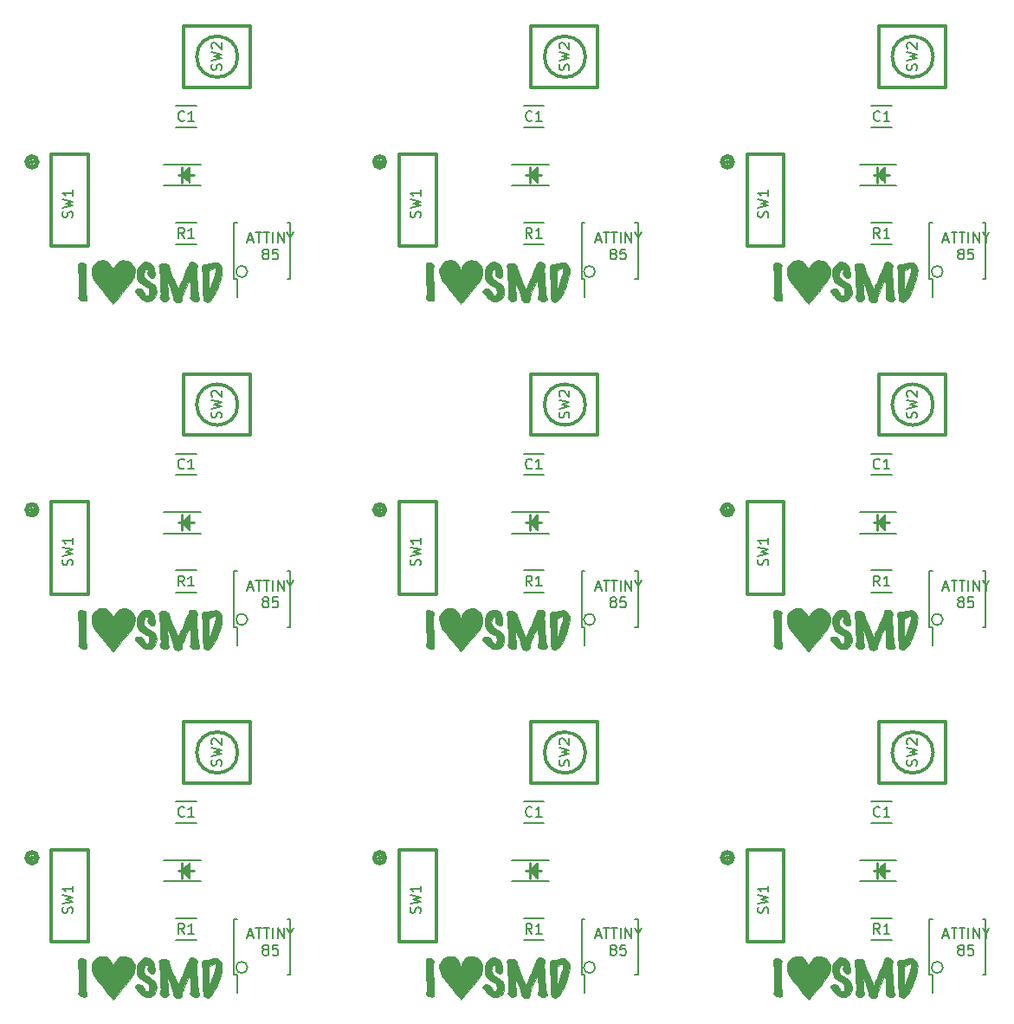
<source format=gto>
%MOIN*%
%OFA0B0*%
%FSLAX46Y46*%
%IPPOS*%
%LPD*%
%ADD10C,0.0039370078740157488*%
%ADD11C,0.005905511811023622*%
%ADD12C,0.011811023622047244*%
%ADD13C,0.01*%
%ADD14C,0.012000000000000002*%
%ADD15C,0.0078740157480314977*%
%ADD16C,0.00984251968503937*%
%ADD17C,0.00039370078740157485*%
%ADD28C,0.0039370078740157488*%
%ADD29C,0.005905511811023622*%
%ADD30C,0.011811023622047244*%
%ADD31C,0.01*%
%ADD32C,0.012000000000000002*%
%ADD33C,0.0078740157480314977*%
%ADD34C,0.00984251968503937*%
%ADD35C,0.00039370078740157485*%
%ADD36C,0.0039370078740157488*%
%ADD37C,0.005905511811023622*%
%ADD38C,0.011811023622047244*%
%ADD39C,0.01*%
%ADD40C,0.012000000000000002*%
%ADD41C,0.0078740157480314977*%
%ADD42C,0.00984251968503937*%
%ADD43C,0.00039370078740157485*%
%ADD44C,0.0039370078740157488*%
%ADD45C,0.005905511811023622*%
%ADD46C,0.011811023622047244*%
%ADD47C,0.01*%
%ADD48C,0.012000000000000002*%
%ADD49C,0.0078740157480314977*%
%ADD50C,0.00984251968503937*%
%ADD51C,0.00039370078740157485*%
%ADD52C,0.0039370078740157488*%
%ADD53C,0.005905511811023622*%
%ADD54C,0.011811023622047244*%
%ADD55C,0.01*%
%ADD56C,0.012000000000000002*%
%ADD57C,0.0078740157480314977*%
%ADD58C,0.00984251968503937*%
%ADD59C,0.00039370078740157485*%
%ADD60C,0.0039370078740157488*%
%ADD61C,0.005905511811023622*%
%ADD62C,0.011811023622047244*%
%ADD63C,0.01*%
%ADD64C,0.012000000000000002*%
%ADD65C,0.0078740157480314977*%
%ADD66C,0.00984251968503937*%
%ADD67C,0.00039370078740157485*%
%ADD68C,0.0039370078740157488*%
%ADD69C,0.005905511811023622*%
%ADD70C,0.011811023622047244*%
%ADD71C,0.01*%
%ADD72C,0.012000000000000002*%
%ADD73C,0.0078740157480314977*%
%ADD74C,0.00984251968503937*%
%ADD75C,0.00039370078740157485*%
%ADD76C,0.0039370078740157488*%
%ADD77C,0.005905511811023622*%
%ADD78C,0.011811023622047244*%
%ADD79C,0.01*%
%ADD80C,0.012000000000000002*%
%ADD81C,0.0078740157480314977*%
%ADD82C,0.00984251968503937*%
%ADD83C,0.00039370078740157485*%
%ADD84C,0.0039370078740157488*%
%ADD85C,0.005905511811023622*%
%ADD86C,0.011811023622047244*%
%ADD87C,0.01*%
%ADD88C,0.012000000000000002*%
%ADD89C,0.0078740157480314977*%
%ADD90C,0.00984251968503937*%
%ADD91C,0.00039370078740157485*%
G01G01*
D10*
D11*
X0000949587Y0000280249D02*
X0000968334Y0000280249D01*
X0000945837Y0000269000D02*
X0000958961Y0000308370D01*
X0000972084Y0000269000D01*
X0000979583Y0000308370D02*
X0001002080Y0000308370D01*
X0000990832Y0000269000D02*
X0000990832Y0000308370D01*
X0001009579Y0000308370D02*
X0001032076Y0000308370D01*
X0001020828Y0000269000D02*
X0001020828Y0000308370D01*
X0001045200Y0000269000D02*
X0001045200Y0000308370D01*
X0001063947Y0000269000D02*
X0001063947Y0000308370D01*
X0001086445Y0000269000D01*
X0001086445Y0000308370D01*
X0001112691Y0000287748D02*
X0001112691Y0000269000D01*
X0001099568Y0000308370D02*
X0001112691Y0000287748D01*
X0001125815Y0000308370D01*
X0001013329Y0000226537D02*
X0001009579Y0000228412D01*
X0001007704Y0000230286D01*
X0001005830Y0000234036D01*
X0001005830Y0000235911D01*
X0001007704Y0000239660D01*
X0001009579Y0000241535D01*
X0001013329Y0000243410D01*
X0001020828Y0000243410D01*
X0001024577Y0000241535D01*
X0001026452Y0000239660D01*
X0001028327Y0000235911D01*
X0001028327Y0000234036D01*
X0001026452Y0000230286D01*
X0001024577Y0000228412D01*
X0001020828Y0000226537D01*
X0001013329Y0000226537D01*
X0001009579Y0000224662D01*
X0001007704Y0000222787D01*
X0001005830Y0000219038D01*
X0001005830Y0000211539D01*
X0001007704Y0000207789D01*
X0001009579Y0000205914D01*
X0001013329Y0000204040D01*
X0001020828Y0000204040D01*
X0001024577Y0000205914D01*
X0001026452Y0000207789D01*
X0001028327Y0000211539D01*
X0001028327Y0000219038D01*
X0001026452Y0000222787D01*
X0001024577Y0000224662D01*
X0001020828Y0000226537D01*
X0001063947Y0000243410D02*
X0001045200Y0000243410D01*
X0001043325Y0000224662D01*
X0001045200Y0000226537D01*
X0001048949Y0000228412D01*
X0001058323Y0000228412D01*
X0001062073Y0000226537D01*
X0001063947Y0000224662D01*
X0001065822Y0000220912D01*
X0001065822Y0000211539D01*
X0001063947Y0000207789D01*
X0001062073Y0000205914D01*
X0001058323Y0000204040D01*
X0001048949Y0000204040D01*
X0001045200Y0000205914D01*
X0001043325Y0000207789D01*
D12*
X0000122716Y0000579330D02*
G75*
G03G03X0000122716Y0000579330I-0000005000D01X0000122716Y0000579330I-0000005000D01*
G01G01*
D13*
X0000133527Y0000579330D02*
G75*
G03G03X0000133527Y0000579330I-0000015811D01X0000133527Y0000579330I-0000015811D01*
G01G01*
X0000142716Y0000579330D02*
G75*
G03G03X0000142716Y0000579330I-0000025000D01X0000142716Y0000579330I-0000025000D01*
G01G01*
D14*
X0000909448Y0000984251D02*
G75*
G03G03X0000909448Y0000984251I-0000078740D01X0000909448Y0000984251I-0000078740D01*
G01G01*
X0000700787Y0001102362D02*
X0000700787Y0000866141D01*
X0000956692Y0000866141D02*
X0000956692Y0001102362D01*
X0000956692Y0001102362D02*
X0000700787Y0001102362D01*
X0000956692Y0000866141D02*
X0000700787Y0000866141D01*
X0000192913Y0000610236D02*
X0000192913Y0000255905D01*
X0000334645Y0000255905D02*
X0000192913Y0000255905D01*
X0000334645Y0000610236D02*
X0000192913Y0000610236D01*
X0000334645Y0000610236D02*
X0000334645Y0000255905D01*
D15*
X0000947205Y0000157480D02*
G75*
G03G03X0000947205Y0000157480I-0000022008D01X0000947205Y0000157480I-0000022008D01*
G01G01*
D11*
X0000895472Y0000127952D02*
X0000907283Y0000127952D01*
X0000895472Y0000344488D02*
X0000907283Y0000344488D01*
X0001112401Y0000344488D02*
X0001100590Y0000344488D01*
X0001112401Y0000127952D02*
X0001100590Y0000127952D01*
X0000895472Y0000127952D02*
X0000895472Y0000344488D01*
X0001112401Y0000127952D02*
X0001112401Y0000344488D01*
X0000907283Y0000127952D02*
X0000907283Y0000059055D01*
D16*
X0000680826Y0000529330D02*
X0000740826Y0000529330D01*
X0000695826Y0000559330D02*
X0000695826Y0000499330D01*
D11*
X0000685826Y0000529330D02*
X0000690826Y0000529330D01*
X0000720826Y0000504330D02*
X0000725826Y0000499330D01*
X0000720826Y0000554330D02*
X0000725826Y0000559330D01*
X0000725826Y0000559330D02*
X0000725826Y0000499330D01*
X0000715826Y0000549330D02*
X0000720826Y0000554330D01*
X0000715826Y0000509330D02*
X0000720826Y0000504330D01*
X0000720826Y0000509330D02*
X0000720826Y0000504330D01*
X0000720826Y0000554330D02*
X0000720826Y0000509330D01*
X0000626180Y0000487992D02*
X0000767913Y0000487992D01*
X0000626180Y0000570669D02*
X0000767913Y0000570669D01*
X0000711889Y0000541141D02*
X0000711889Y0000517519D01*
X0000711889Y0000517519D02*
X0000700078Y0000529330D01*
X0000700078Y0000529330D02*
X0000707952Y0000537204D01*
X0000707952Y0000537204D02*
X0000707952Y0000527362D01*
X0000707952Y0000527362D02*
X0000705983Y0000529330D01*
X0000715826Y0000529330D02*
X0000735511Y0000529330D01*
X0000696141Y0000529330D02*
X0000715826Y0000549015D01*
X0000715826Y0000549015D02*
X0000715826Y0000509645D01*
X0000715826Y0000509645D02*
X0000696141Y0000529330D01*
X0000671456Y0000713976D02*
X0000750196Y0000713976D01*
X0000750196Y0000794685D02*
X0000671456Y0000794685D01*
X0000750196Y0000262007D02*
X0000671456Y0000262007D01*
X0000671456Y0000346653D02*
X0000750196Y0000346653D01*
D17*
G36*
X0000478580Y0000200639D02*
X0000487982Y0000197651D01*
X0000496871Y0000192025D01*
X0000504870Y0000183680D01*
X0000505036Y0000183463D01*
X0000510404Y0000174369D01*
X0000513116Y0000164566D01*
X0000513281Y0000153550D01*
X0000512586Y0000148253D01*
X0000511547Y0000142913D01*
X0000510199Y0000137926D01*
X0000508348Y0000132990D01*
X0000505803Y0000127808D01*
X0000502371Y0000122077D01*
X0000497860Y0000115499D01*
X0000492077Y0000107774D01*
X0000484831Y0000098601D01*
X0000475928Y0000087681D01*
X0000466286Y0000076044D01*
X0000458114Y0000066267D01*
X0000450544Y0000057286D01*
X0000443805Y0000049364D01*
X0000438123Y0000042767D01*
X0000433726Y0000037758D01*
X0000430843Y0000034603D01*
X0000429710Y0000033564D01*
X0000428503Y0000034731D01*
X0000425588Y0000038017D01*
X0000421196Y0000043150D01*
X0000415556Y0000049858D01*
X0000408897Y0000057868D01*
X0000401448Y0000066908D01*
X0000394711Y0000075143D01*
X0000386505Y0000085290D01*
X0000378716Y0000095076D01*
X0000371616Y0000104149D01*
X0000365474Y0000112158D01*
X0000360562Y0000118751D01*
X0000357150Y0000123575D01*
X0000355789Y0000125730D01*
X0000351351Y0000135538D01*
X0000348371Y0000146065D01*
X0000347044Y0000156337D01*
X0000347566Y0000165385D01*
X0000347711Y0000166111D01*
X0000351564Y0000177314D01*
X0000357882Y0000186803D01*
X0000364099Y0000192606D01*
X0000371778Y0000197587D01*
X0000379265Y0000200280D01*
X0000387778Y0000201050D01*
X0000391755Y0000200901D01*
X0000398423Y0000200113D01*
X0000403491Y0000198455D01*
X0000408037Y0000195731D01*
X0000415389Y0000189104D01*
X0000421932Y0000180475D01*
X0000426880Y0000170921D01*
X0000427627Y0000168944D01*
X0000430369Y0000161157D01*
X0000432325Y0000167710D01*
X0000436953Y0000178847D01*
X0000443313Y0000187833D01*
X0000451029Y0000194586D01*
X0000459729Y0000199025D01*
X0000469037Y0000201070D01*
X0000478580Y0000200639D01*
X0000478580Y0000200639D01*
G37*
X0000478580Y0000200639D02*
X0000487982Y0000197651D01*
X0000496871Y0000192025D01*
X0000504870Y0000183680D01*
X0000505036Y0000183463D01*
X0000510404Y0000174369D01*
X0000513116Y0000164566D01*
X0000513281Y0000153550D01*
X0000512586Y0000148253D01*
X0000511547Y0000142913D01*
X0000510199Y0000137926D01*
X0000508348Y0000132990D01*
X0000505803Y0000127808D01*
X0000502371Y0000122077D01*
X0000497860Y0000115499D01*
X0000492077Y0000107774D01*
X0000484831Y0000098601D01*
X0000475928Y0000087681D01*
X0000466286Y0000076044D01*
X0000458114Y0000066267D01*
X0000450544Y0000057286D01*
X0000443805Y0000049364D01*
X0000438123Y0000042767D01*
X0000433726Y0000037758D01*
X0000430843Y0000034603D01*
X0000429710Y0000033564D01*
X0000428503Y0000034731D01*
X0000425588Y0000038017D01*
X0000421196Y0000043150D01*
X0000415556Y0000049858D01*
X0000408897Y0000057868D01*
X0000401448Y0000066908D01*
X0000394711Y0000075143D01*
X0000386505Y0000085290D01*
X0000378716Y0000095076D01*
X0000371616Y0000104149D01*
X0000365474Y0000112158D01*
X0000360562Y0000118751D01*
X0000357150Y0000123575D01*
X0000355789Y0000125730D01*
X0000351351Y0000135538D01*
X0000348371Y0000146065D01*
X0000347044Y0000156337D01*
X0000347566Y0000165385D01*
X0000347711Y0000166111D01*
X0000351564Y0000177314D01*
X0000357882Y0000186803D01*
X0000364099Y0000192606D01*
X0000371778Y0000197587D01*
X0000379265Y0000200280D01*
X0000387778Y0000201050D01*
X0000391755Y0000200901D01*
X0000398423Y0000200113D01*
X0000403491Y0000198455D01*
X0000408037Y0000195731D01*
X0000415389Y0000189104D01*
X0000421932Y0000180475D01*
X0000426880Y0000170921D01*
X0000427627Y0000168944D01*
X0000430369Y0000161157D01*
X0000432325Y0000167710D01*
X0000436953Y0000178847D01*
X0000443313Y0000187833D01*
X0000451029Y0000194586D01*
X0000459729Y0000199025D01*
X0000469037Y0000201070D01*
X0000478580Y0000200639D01*
G36*
X0000736620Y0000194580D02*
X0000742318Y0000192860D01*
X0000748408Y0000189310D01*
X0000752399Y0000184895D01*
X0000754043Y0000180118D01*
X0000753092Y0000175482D01*
X0000751786Y0000173615D01*
X0000751222Y0000172600D01*
X0000750837Y0000170817D01*
X0000750640Y0000167961D01*
X0000750639Y0000163728D01*
X0000750845Y0000157812D01*
X0000751264Y0000149907D01*
X0000751906Y0000139710D01*
X0000752780Y0000126914D01*
X0000753346Y0000118879D01*
X0000754392Y0000104420D01*
X0000755292Y0000092691D01*
X0000756085Y0000083348D01*
X0000756813Y0000076049D01*
X0000757516Y0000070451D01*
X0000758233Y0000066212D01*
X0000759006Y0000062991D01*
X0000759874Y0000060443D01*
X0000760345Y0000059340D01*
X0000762208Y0000054957D01*
X0000762785Y0000052213D01*
X0000762149Y0000049985D01*
X0000761073Y0000048211D01*
X0000756985Y0000044594D01*
X0000751177Y0000042905D01*
X0000744332Y0000043152D01*
X0000737132Y0000045341D01*
X0000732408Y0000047924D01*
X0000727715Y0000052051D01*
X0000725932Y0000056591D01*
X0000726894Y0000062096D01*
X0000727642Y0000063905D01*
X0000728496Y0000066222D01*
X0000729009Y0000069013D01*
X0000729190Y0000072821D01*
X0000729045Y0000078188D01*
X0000728582Y0000085659D01*
X0000728016Y0000093136D01*
X0000727142Y0000104587D01*
X0000726422Y0000113256D01*
X0000725672Y0000119146D01*
X0000724711Y0000122258D01*
X0000723357Y0000122593D01*
X0000721427Y0000120154D01*
X0000718739Y0000114943D01*
X0000715111Y0000106961D01*
X0000710361Y0000096211D01*
X0000709082Y0000093327D01*
X0000704275Y0000082459D01*
X0000700614Y0000073996D01*
X0000697958Y0000067544D01*
X0000696172Y0000062711D01*
X0000695116Y0000059104D01*
X0000694654Y0000056330D01*
X0000694647Y0000053997D01*
X0000694807Y0000052622D01*
X0000695158Y0000048108D01*
X0000694244Y0000045163D01*
X0000692259Y0000042920D01*
X0000688932Y0000040575D01*
X0000686086Y0000039648D01*
X0000682529Y0000039292D01*
X0000681376Y0000039019D01*
X0000678547Y0000038984D01*
X0000674560Y0000039769D01*
X0000674454Y0000039799D01*
X0000669125Y0000042515D01*
X0000664872Y0000046819D01*
X0000662374Y0000051839D01*
X0000662079Y0000055695D01*
X0000661932Y0000058579D01*
X0000660840Y0000063379D01*
X0000658736Y0000070321D01*
X0000655551Y0000079630D01*
X0000651217Y0000091532D01*
X0000651059Y0000091956D01*
X0000647194Y0000102260D01*
X0000644234Y0000109917D01*
X0000642058Y0000115183D01*
X0000640549Y0000118312D01*
X0000639588Y0000119559D01*
X0000639054Y0000119181D01*
X0000638870Y0000118063D01*
X0000638836Y0000114642D01*
X0000639055Y0000108957D01*
X0000639477Y0000101611D01*
X0000640054Y0000093211D01*
X0000640737Y0000084360D01*
X0000641477Y0000075665D01*
X0000642227Y0000067730D01*
X0000642936Y0000061160D01*
X0000643557Y0000056560D01*
X0000643967Y0000054682D01*
X0000643705Y0000051601D01*
X0000641330Y0000048174D01*
X0000637623Y0000045109D01*
X0000633362Y0000043114D01*
X0000630809Y0000042725D01*
X0000624494Y0000044004D01*
X0000618164Y0000047341D01*
X0000613064Y0000051990D01*
X0000611491Y0000054330D01*
X0000609815Y0000057859D01*
X0000609718Y0000060254D01*
X0000611174Y0000063006D01*
X0000611342Y0000063264D01*
X0000612032Y0000064513D01*
X0000612558Y0000066123D01*
X0000612921Y0000068422D01*
X0000613124Y0000071744D01*
X0000613168Y0000076416D01*
X0000613055Y0000082771D01*
X0000612788Y0000091138D01*
X0000612367Y0000101849D01*
X0000611796Y0000115233D01*
X0000611657Y0000118409D01*
X0000611011Y0000131999D01*
X0000610322Y0000144447D01*
X0000609615Y0000155390D01*
X0000608918Y0000164465D01*
X0000608255Y0000171311D01*
X0000607654Y0000175564D01*
X0000607472Y0000176342D01*
X0000606395Y0000180565D01*
X0000606533Y0000183116D01*
X0000608171Y0000185258D01*
X0000609823Y0000186726D01*
X0000614930Y0000189516D01*
X0000621139Y0000190573D01*
X0000627764Y0000190095D01*
X0000634118Y0000188278D01*
X0000639515Y0000185321D01*
X0000643268Y0000181422D01*
X0000644692Y0000176777D01*
X0000644692Y0000176688D01*
X0000645238Y0000174505D01*
X0000646770Y0000170008D01*
X0000649119Y0000163620D01*
X0000652113Y0000155764D01*
X0000655581Y0000146865D01*
X0000659354Y0000137346D01*
X0000663260Y0000127631D01*
X0000667128Y0000118144D01*
X0000670788Y0000109309D01*
X0000674070Y0000101550D01*
X0000676802Y0000095291D01*
X0000678814Y0000090954D01*
X0000679935Y0000088965D01*
X0000680052Y0000088884D01*
X0000681009Y0000090248D01*
X0000682939Y0000094063D01*
X0000685673Y0000099927D01*
X0000689040Y0000107436D01*
X0000692869Y0000116184D01*
X0000696992Y0000125768D01*
X0000701236Y0000135785D01*
X0000705433Y0000145829D01*
X0000709411Y0000155497D01*
X0000713001Y0000164385D01*
X0000716032Y0000172089D01*
X0000718333Y0000178205D01*
X0000719736Y0000182328D01*
X0000720096Y0000183909D01*
X0000721372Y0000189241D01*
X0000724875Y0000192928D01*
X0000730120Y0000194772D01*
X0000736620Y0000194580D01*
X0000736620Y0000194580D01*
G37*
X0000736620Y0000194580D02*
X0000742318Y0000192860D01*
X0000748408Y0000189310D01*
X0000752399Y0000184895D01*
X0000754043Y0000180118D01*
X0000753092Y0000175482D01*
X0000751786Y0000173615D01*
X0000751222Y0000172600D01*
X0000750837Y0000170817D01*
X0000750640Y0000167961D01*
X0000750639Y0000163728D01*
X0000750845Y0000157812D01*
X0000751264Y0000149907D01*
X0000751906Y0000139710D01*
X0000752780Y0000126914D01*
X0000753346Y0000118879D01*
X0000754392Y0000104420D01*
X0000755292Y0000092691D01*
X0000756085Y0000083348D01*
X0000756813Y0000076049D01*
X0000757516Y0000070451D01*
X0000758233Y0000066212D01*
X0000759006Y0000062991D01*
X0000759874Y0000060443D01*
X0000760345Y0000059340D01*
X0000762208Y0000054957D01*
X0000762785Y0000052213D01*
X0000762149Y0000049985D01*
X0000761073Y0000048211D01*
X0000756985Y0000044594D01*
X0000751177Y0000042905D01*
X0000744332Y0000043152D01*
X0000737132Y0000045341D01*
X0000732408Y0000047924D01*
X0000727715Y0000052051D01*
X0000725932Y0000056591D01*
X0000726894Y0000062096D01*
X0000727642Y0000063905D01*
X0000728496Y0000066222D01*
X0000729009Y0000069013D01*
X0000729190Y0000072821D01*
X0000729045Y0000078188D01*
X0000728582Y0000085659D01*
X0000728016Y0000093136D01*
X0000727142Y0000104587D01*
X0000726422Y0000113256D01*
X0000725672Y0000119146D01*
X0000724711Y0000122258D01*
X0000723357Y0000122593D01*
X0000721427Y0000120154D01*
X0000718739Y0000114943D01*
X0000715111Y0000106961D01*
X0000710361Y0000096211D01*
X0000709082Y0000093327D01*
X0000704275Y0000082459D01*
X0000700614Y0000073996D01*
X0000697958Y0000067544D01*
X0000696172Y0000062711D01*
X0000695116Y0000059104D01*
X0000694654Y0000056330D01*
X0000694647Y0000053997D01*
X0000694807Y0000052622D01*
X0000695158Y0000048108D01*
X0000694244Y0000045163D01*
X0000692259Y0000042920D01*
X0000688932Y0000040575D01*
X0000686086Y0000039648D01*
X0000682529Y0000039292D01*
X0000681376Y0000039019D01*
X0000678547Y0000038984D01*
X0000674560Y0000039769D01*
X0000674454Y0000039799D01*
X0000669125Y0000042515D01*
X0000664872Y0000046819D01*
X0000662374Y0000051839D01*
X0000662079Y0000055695D01*
X0000661932Y0000058579D01*
X0000660840Y0000063379D01*
X0000658736Y0000070321D01*
X0000655551Y0000079630D01*
X0000651217Y0000091532D01*
X0000651059Y0000091956D01*
X0000647194Y0000102260D01*
X0000644234Y0000109917D01*
X0000642058Y0000115183D01*
X0000640549Y0000118312D01*
X0000639588Y0000119559D01*
X0000639054Y0000119181D01*
X0000638870Y0000118063D01*
X0000638836Y0000114642D01*
X0000639055Y0000108957D01*
X0000639477Y0000101611D01*
X0000640054Y0000093211D01*
X0000640737Y0000084360D01*
X0000641477Y0000075665D01*
X0000642227Y0000067730D01*
X0000642936Y0000061160D01*
X0000643557Y0000056560D01*
X0000643967Y0000054682D01*
X0000643705Y0000051601D01*
X0000641330Y0000048174D01*
X0000637623Y0000045109D01*
X0000633362Y0000043114D01*
X0000630809Y0000042725D01*
X0000624494Y0000044004D01*
X0000618164Y0000047341D01*
X0000613064Y0000051990D01*
X0000611491Y0000054330D01*
X0000609815Y0000057859D01*
X0000609718Y0000060254D01*
X0000611174Y0000063006D01*
X0000611342Y0000063264D01*
X0000612032Y0000064513D01*
X0000612558Y0000066123D01*
X0000612921Y0000068422D01*
X0000613124Y0000071744D01*
X0000613168Y0000076416D01*
X0000613055Y0000082771D01*
X0000612788Y0000091138D01*
X0000612367Y0000101849D01*
X0000611796Y0000115233D01*
X0000611657Y0000118409D01*
X0000611011Y0000131999D01*
X0000610322Y0000144447D01*
X0000609615Y0000155390D01*
X0000608918Y0000164465D01*
X0000608255Y0000171311D01*
X0000607654Y0000175564D01*
X0000607472Y0000176342D01*
X0000606395Y0000180565D01*
X0000606533Y0000183116D01*
X0000608171Y0000185258D01*
X0000609823Y0000186726D01*
X0000614930Y0000189516D01*
X0000621139Y0000190573D01*
X0000627764Y0000190095D01*
X0000634118Y0000188278D01*
X0000639515Y0000185321D01*
X0000643268Y0000181422D01*
X0000644692Y0000176777D01*
X0000644692Y0000176688D01*
X0000645238Y0000174505D01*
X0000646770Y0000170008D01*
X0000649119Y0000163620D01*
X0000652113Y0000155764D01*
X0000655581Y0000146865D01*
X0000659354Y0000137346D01*
X0000663260Y0000127631D01*
X0000667128Y0000118144D01*
X0000670788Y0000109309D01*
X0000674070Y0000101550D01*
X0000676802Y0000095291D01*
X0000678814Y0000090954D01*
X0000679935Y0000088965D01*
X0000680052Y0000088884D01*
X0000681009Y0000090248D01*
X0000682939Y0000094063D01*
X0000685673Y0000099927D01*
X0000689040Y0000107436D01*
X0000692869Y0000116184D01*
X0000696992Y0000125768D01*
X0000701236Y0000135785D01*
X0000705433Y0000145829D01*
X0000709411Y0000155497D01*
X0000713001Y0000164385D01*
X0000716032Y0000172089D01*
X0000718333Y0000178205D01*
X0000719736Y0000182328D01*
X0000720096Y0000183909D01*
X0000721372Y0000189241D01*
X0000724875Y0000192928D01*
X0000730120Y0000194772D01*
X0000736620Y0000194580D01*
G36*
X0000831147Y0000191570D02*
X0000837355Y0000187447D01*
X0000843165Y0000180727D01*
X0000844327Y0000179049D01*
X0000847464Y0000173726D01*
X0000848958Y0000168975D01*
X0000849327Y0000163421D01*
X0000848632Y0000154503D01*
X0000846679Y0000143475D01*
X0000843662Y0000130942D01*
X0000839776Y0000117506D01*
X0000835216Y0000103771D01*
X0000830178Y0000090338D01*
X0000824855Y0000077812D01*
X0000819443Y0000066795D01*
X0000816303Y0000061275D01*
X0000812777Y0000056132D01*
X0000808563Y0000050953D01*
X0000804239Y0000046342D01*
X0000800384Y0000042906D01*
X0000797576Y0000041252D01*
X0000797141Y0000041187D01*
X0000794479Y0000040720D01*
X0000793683Y0000040474D01*
X0000790938Y0000040558D01*
X0000787140Y0000041749D01*
X0000787019Y0000041802D01*
X0000783643Y0000043399D01*
X0000781070Y0000045094D01*
X0000779182Y0000047311D01*
X0000777862Y0000050471D01*
X0000776989Y0000054996D01*
X0000776448Y0000061310D01*
X0000776118Y0000069835D01*
X0000775883Y0000080993D01*
X0000775871Y0000081634D01*
X0000775589Y0000094711D01*
X0000775214Y0000108075D01*
X0000774765Y0000121305D01*
X0000774263Y0000133981D01*
X0000773726Y0000145684D01*
X0000773174Y0000155995D01*
X0000772934Y0000159715D01*
X0000798558Y0000159715D01*
X0000798558Y0000125961D01*
X0000798602Y0000113380D01*
X0000798747Y0000103610D01*
X0000799008Y0000096389D01*
X0000799400Y0000091454D01*
X0000799939Y0000088541D01*
X0000800640Y0000087385D01*
X0000800842Y0000087340D01*
X0000801472Y0000088709D01*
X0000802935Y0000092480D01*
X0000805042Y0000098155D01*
X0000807607Y0000105232D01*
X0000809046Y0000109264D01*
X0000813810Y0000122914D01*
X0000817507Y0000134100D01*
X0000820243Y0000143206D01*
X0000822124Y0000150612D01*
X0000823253Y0000156701D01*
X0000823737Y0000161855D01*
X0000823764Y0000162725D01*
X0000823727Y0000167652D01*
X0000823178Y0000170286D01*
X0000821861Y0000171402D01*
X0000820817Y0000171634D01*
X0000818042Y0000171052D01*
X0000813661Y0000169101D01*
X0000808578Y0000166189D01*
X0000808124Y0000165899D01*
X0000798558Y0000159715D01*
X0000772934Y0000159715D01*
X0000772625Y0000164493D01*
X0000772100Y0000170759D01*
X0000771617Y0000174372D01*
X0000771612Y0000174396D01*
X0000771303Y0000177766D01*
X0000772519Y0000180407D01*
X0000775649Y0000183400D01*
X0000779323Y0000186068D01*
X0000782707Y0000187047D01*
X0000787392Y0000186776D01*
X0000787709Y0000186735D01*
X0000793026Y0000186547D01*
X0000798836Y0000187542D01*
X0000805481Y0000189621D01*
X0000815674Y0000192531D01*
X0000824075Y0000193222D01*
X0000831147Y0000191570D01*
X0000831147Y0000191570D01*
G37*
X0000831147Y0000191570D02*
X0000837355Y0000187447D01*
X0000843165Y0000180727D01*
X0000844327Y0000179049D01*
X0000847464Y0000173726D01*
X0000848958Y0000168975D01*
X0000849327Y0000163421D01*
X0000848632Y0000154503D01*
X0000846679Y0000143475D01*
X0000843662Y0000130942D01*
X0000839776Y0000117506D01*
X0000835216Y0000103771D01*
X0000830178Y0000090338D01*
X0000824855Y0000077812D01*
X0000819443Y0000066795D01*
X0000816303Y0000061275D01*
X0000812777Y0000056132D01*
X0000808563Y0000050953D01*
X0000804239Y0000046342D01*
X0000800384Y0000042906D01*
X0000797576Y0000041252D01*
X0000797141Y0000041187D01*
X0000794479Y0000040720D01*
X0000793683Y0000040474D01*
X0000790938Y0000040558D01*
X0000787140Y0000041749D01*
X0000787019Y0000041802D01*
X0000783643Y0000043399D01*
X0000781070Y0000045094D01*
X0000779182Y0000047311D01*
X0000777862Y0000050471D01*
X0000776989Y0000054996D01*
X0000776448Y0000061310D01*
X0000776118Y0000069835D01*
X0000775883Y0000080993D01*
X0000775871Y0000081634D01*
X0000775589Y0000094711D01*
X0000775214Y0000108075D01*
X0000774765Y0000121305D01*
X0000774263Y0000133981D01*
X0000773726Y0000145684D01*
X0000773174Y0000155995D01*
X0000772934Y0000159715D01*
X0000798558Y0000159715D01*
X0000798558Y0000125961D01*
X0000798602Y0000113380D01*
X0000798747Y0000103610D01*
X0000799008Y0000096389D01*
X0000799400Y0000091454D01*
X0000799939Y0000088541D01*
X0000800640Y0000087385D01*
X0000800842Y0000087340D01*
X0000801472Y0000088709D01*
X0000802935Y0000092480D01*
X0000805042Y0000098155D01*
X0000807607Y0000105232D01*
X0000809046Y0000109264D01*
X0000813810Y0000122914D01*
X0000817507Y0000134100D01*
X0000820243Y0000143206D01*
X0000822124Y0000150612D01*
X0000823253Y0000156701D01*
X0000823737Y0000161855D01*
X0000823764Y0000162725D01*
X0000823727Y0000167652D01*
X0000823178Y0000170286D01*
X0000821861Y0000171402D01*
X0000820817Y0000171634D01*
X0000818042Y0000171052D01*
X0000813661Y0000169101D01*
X0000808578Y0000166189D01*
X0000808124Y0000165899D01*
X0000798558Y0000159715D01*
X0000772934Y0000159715D01*
X0000772625Y0000164493D01*
X0000772100Y0000170759D01*
X0000771617Y0000174372D01*
X0000771612Y0000174396D01*
X0000771303Y0000177766D01*
X0000772519Y0000180407D01*
X0000775649Y0000183400D01*
X0000779323Y0000186068D01*
X0000782707Y0000187047D01*
X0000787392Y0000186776D01*
X0000787709Y0000186735D01*
X0000793026Y0000186547D01*
X0000798836Y0000187542D01*
X0000805481Y0000189621D01*
X0000815674Y0000192531D01*
X0000824075Y0000193222D01*
X0000831147Y0000191570D01*
G36*
X0000567654Y0000193892D02*
X0000575574Y0000189708D01*
X0000581862Y0000182965D01*
X0000586465Y0000173717D01*
X0000589225Y0000162691D01*
X0000590558Y0000152073D01*
X0000590611Y0000144080D01*
X0000589305Y0000138508D01*
X0000586561Y0000135150D01*
X0000582299Y0000133801D01*
X0000578228Y0000133959D01*
X0000571770Y0000136159D01*
X0000566626Y0000140428D01*
X0000563231Y0000146069D01*
X0000562021Y0000152388D01*
X0000563141Y0000158031D01*
X0000564285Y0000161778D01*
X0000563736Y0000164258D01*
X0000563172Y0000165034D01*
X0000559919Y0000167142D01*
X0000556328Y0000166629D01*
X0000552843Y0000163851D01*
X0000549911Y0000159163D01*
X0000547979Y0000152931D01*
X0000547220Y0000145235D01*
X0000548262Y0000138693D01*
X0000551368Y0000132898D01*
X0000556804Y0000127447D01*
X0000564834Y0000121934D01*
X0000570279Y0000118823D01*
X0000579666Y0000113103D01*
X0000586495Y0000107412D01*
X0000591239Y0000101252D01*
X0000594371Y0000094127D01*
X0000594645Y0000093237D01*
X0000596666Y0000081723D01*
X0000595912Y0000070617D01*
X0000592458Y0000060393D01*
X0000588598Y0000054180D01*
X0000582160Y0000048159D01*
X0000574010Y0000044276D01*
X0000564791Y0000042690D01*
X0000555146Y0000043560D01*
X0000550689Y0000044848D01*
X0000541404Y0000049602D01*
X0000533621Y0000056816D01*
X0000530601Y0000060802D01*
X0000526725Y0000065861D01*
X0000522434Y0000070639D01*
X0000520538Y0000072450D01*
X0000516971Y0000075916D01*
X0000514320Y0000079079D01*
X0000513829Y0000079859D01*
X0000513168Y0000083719D01*
X0000515164Y0000087147D01*
X0000519399Y0000089851D01*
X0000525458Y0000091537D01*
X0000531009Y0000091956D01*
X0000536340Y0000091076D01*
X0000540986Y0000088204D01*
X0000545333Y0000082992D01*
X0000549768Y0000075091D01*
X0000549796Y0000075033D01*
X0000552524Y0000069763D01*
X0000554642Y0000066687D01*
X0000556753Y0000065170D01*
X0000559459Y0000064577D01*
X0000559748Y0000064548D01*
X0000563226Y0000064571D01*
X0000565309Y0000066033D01*
X0000567056Y0000069499D01*
X0000569034Y0000076601D01*
X0000568862Y0000084029D01*
X0000567683Y0000089352D01*
X0000566697Y0000092203D01*
X0000565191Y0000094424D01*
X0000562571Y0000096505D01*
X0000558243Y0000098936D01*
X0000552746Y0000101657D01*
X0000541131Y0000108277D01*
X0000532372Y0000115618D01*
X0000526282Y0000123947D01*
X0000522676Y0000133528D01*
X0000521365Y0000144628D01*
X0000521354Y0000146314D01*
X0000522480Y0000158518D01*
X0000525555Y0000169519D01*
X0000530338Y0000178993D01*
X0000536585Y0000186616D01*
X0000544056Y0000192067D01*
X0000552508Y0000195022D01*
X0000558155Y0000195459D01*
X0000567654Y0000193892D01*
X0000567654Y0000193892D01*
G37*
X0000567654Y0000193892D02*
X0000575574Y0000189708D01*
X0000581862Y0000182965D01*
X0000586465Y0000173717D01*
X0000589225Y0000162691D01*
X0000590558Y0000152073D01*
X0000590611Y0000144080D01*
X0000589305Y0000138508D01*
X0000586561Y0000135150D01*
X0000582299Y0000133801D01*
X0000578228Y0000133959D01*
X0000571770Y0000136159D01*
X0000566626Y0000140428D01*
X0000563231Y0000146069D01*
X0000562021Y0000152388D01*
X0000563141Y0000158031D01*
X0000564285Y0000161778D01*
X0000563736Y0000164258D01*
X0000563172Y0000165034D01*
X0000559919Y0000167142D01*
X0000556328Y0000166629D01*
X0000552843Y0000163851D01*
X0000549911Y0000159163D01*
X0000547979Y0000152931D01*
X0000547220Y0000145235D01*
X0000548262Y0000138693D01*
X0000551368Y0000132898D01*
X0000556804Y0000127447D01*
X0000564834Y0000121934D01*
X0000570279Y0000118823D01*
X0000579666Y0000113103D01*
X0000586495Y0000107412D01*
X0000591239Y0000101252D01*
X0000594371Y0000094127D01*
X0000594645Y0000093237D01*
X0000596666Y0000081723D01*
X0000595912Y0000070617D01*
X0000592458Y0000060393D01*
X0000588598Y0000054180D01*
X0000582160Y0000048159D01*
X0000574010Y0000044276D01*
X0000564791Y0000042690D01*
X0000555146Y0000043560D01*
X0000550689Y0000044848D01*
X0000541404Y0000049602D01*
X0000533621Y0000056816D01*
X0000530601Y0000060802D01*
X0000526725Y0000065861D01*
X0000522434Y0000070639D01*
X0000520538Y0000072450D01*
X0000516971Y0000075916D01*
X0000514320Y0000079079D01*
X0000513829Y0000079859D01*
X0000513168Y0000083719D01*
X0000515164Y0000087147D01*
X0000519399Y0000089851D01*
X0000525458Y0000091537D01*
X0000531009Y0000091956D01*
X0000536340Y0000091076D01*
X0000540986Y0000088204D01*
X0000545333Y0000082992D01*
X0000549768Y0000075091D01*
X0000549796Y0000075033D01*
X0000552524Y0000069763D01*
X0000554642Y0000066687D01*
X0000556753Y0000065170D01*
X0000559459Y0000064577D01*
X0000559748Y0000064548D01*
X0000563226Y0000064571D01*
X0000565309Y0000066033D01*
X0000567056Y0000069499D01*
X0000569034Y0000076601D01*
X0000568862Y0000084029D01*
X0000567683Y0000089352D01*
X0000566697Y0000092203D01*
X0000565191Y0000094424D01*
X0000562571Y0000096505D01*
X0000558243Y0000098936D01*
X0000552746Y0000101657D01*
X0000541131Y0000108277D01*
X0000532372Y0000115618D01*
X0000526282Y0000123947D01*
X0000522676Y0000133528D01*
X0000521365Y0000144628D01*
X0000521354Y0000146314D01*
X0000522480Y0000158518D01*
X0000525555Y0000169519D01*
X0000530338Y0000178993D01*
X0000536585Y0000186616D01*
X0000544056Y0000192067D01*
X0000552508Y0000195022D01*
X0000558155Y0000195459D01*
X0000567654Y0000193892D01*
G36*
X0000314227Y0000192214D02*
X0000318536Y0000190428D01*
X0000323748Y0000187197D01*
X0000326249Y0000183883D01*
X0000326355Y0000179846D01*
X0000325331Y0000176632D01*
X0000324760Y0000174761D01*
X0000324325Y0000172157D01*
X0000324024Y0000168510D01*
X0000323853Y0000163510D01*
X0000323809Y0000156846D01*
X0000323887Y0000148209D01*
X0000324085Y0000137290D01*
X0000324398Y0000123777D01*
X0000324621Y0000115033D01*
X0000324986Y0000101936D01*
X0000325373Y0000089606D01*
X0000325769Y0000078431D01*
X0000326157Y0000068799D01*
X0000326521Y0000061101D01*
X0000326846Y0000055725D01*
X0000327102Y0000053135D01*
X0000327544Y0000049266D01*
X0000326718Y0000047228D01*
X0000324140Y0000045877D01*
X0000324007Y0000045827D01*
X0000318650Y0000044530D01*
X0000312881Y0000044887D01*
X0000307416Y0000046305D01*
X0000300674Y0000049313D01*
X0000296682Y0000053159D01*
X0000295545Y0000057678D01*
X0000297283Y0000062576D01*
X0000297761Y0000064127D01*
X0000298093Y0000067177D01*
X0000298281Y0000071968D01*
X0000298323Y0000078745D01*
X0000298220Y0000087748D01*
X0000297972Y0000099221D01*
X0000297581Y0000113407D01*
X0000297337Y0000121401D01*
X0000296908Y0000134423D01*
X0000296463Y0000146635D01*
X0000296020Y0000157657D01*
X0000295596Y0000167107D01*
X0000295207Y0000174603D01*
X0000294872Y0000179764D01*
X0000294619Y0000182145D01*
X0000294878Y0000187019D01*
X0000297496Y0000190646D01*
X0000301946Y0000192843D01*
X0000307699Y0000193426D01*
X0000314227Y0000192214D01*
X0000314227Y0000192214D01*
G37*
X0000314227Y0000192214D02*
X0000318536Y0000190428D01*
X0000323748Y0000187197D01*
X0000326249Y0000183883D01*
X0000326355Y0000179846D01*
X0000325331Y0000176632D01*
X0000324760Y0000174761D01*
X0000324325Y0000172157D01*
X0000324024Y0000168510D01*
X0000323853Y0000163510D01*
X0000323809Y0000156846D01*
X0000323887Y0000148209D01*
X0000324085Y0000137290D01*
X0000324398Y0000123777D01*
X0000324621Y0000115033D01*
X0000324986Y0000101936D01*
X0000325373Y0000089606D01*
X0000325769Y0000078431D01*
X0000326157Y0000068799D01*
X0000326521Y0000061101D01*
X0000326846Y0000055725D01*
X0000327102Y0000053135D01*
X0000327544Y0000049266D01*
X0000326718Y0000047228D01*
X0000324140Y0000045877D01*
X0000324007Y0000045827D01*
X0000318650Y0000044530D01*
X0000312881Y0000044887D01*
X0000307416Y0000046305D01*
X0000300674Y0000049313D01*
X0000296682Y0000053159D01*
X0000295545Y0000057678D01*
X0000297283Y0000062576D01*
X0000297761Y0000064127D01*
X0000298093Y0000067177D01*
X0000298281Y0000071968D01*
X0000298323Y0000078745D01*
X0000298220Y0000087748D01*
X0000297972Y0000099221D01*
X0000297581Y0000113407D01*
X0000297337Y0000121401D01*
X0000296908Y0000134423D01*
X0000296463Y0000146635D01*
X0000296020Y0000157657D01*
X0000295596Y0000167107D01*
X0000295207Y0000174603D01*
X0000294872Y0000179764D01*
X0000294619Y0000182145D01*
X0000294878Y0000187019D01*
X0000297496Y0000190646D01*
X0000301946Y0000192843D01*
X0000307699Y0000193426D01*
X0000314227Y0000192214D01*
D11*
X0000845502Y0000933018D02*
X0000847376Y0000938642D01*
X0000847376Y0000948016D01*
X0000845502Y0000951766D01*
X0000843627Y0000953640D01*
X0000839877Y0000955515D01*
X0000836128Y0000955515D01*
X0000832378Y0000953640D01*
X0000830504Y0000951766D01*
X0000828629Y0000948016D01*
X0000826754Y0000940517D01*
X0000824879Y0000936767D01*
X0000823004Y0000934893D01*
X0000819255Y0000933018D01*
X0000815505Y0000933018D01*
X0000811756Y0000934893D01*
X0000809881Y0000936767D01*
X0000808006Y0000940517D01*
X0000808006Y0000949891D01*
X0000809881Y0000955515D01*
X0000808006Y0000968638D02*
X0000847376Y0000978012D01*
X0000819255Y0000985511D01*
X0000847376Y0000993010D01*
X0000808006Y0001002384D01*
X0000811756Y0001015508D02*
X0000809881Y0001017382D01*
X0000808006Y0001021132D01*
X0000808006Y0001030506D01*
X0000809881Y0001034255D01*
X0000811756Y0001036130D01*
X0000815505Y0001038005D01*
X0000819255Y0001038005D01*
X0000824879Y0001036130D01*
X0000847376Y0001013633D01*
X0000847376Y0001038005D01*
X0000273021Y0000366207D02*
X0000274896Y0000371831D01*
X0000274896Y0000381205D01*
X0000273021Y0000384955D01*
X0000271147Y0000386829D01*
X0000267397Y0000388704D01*
X0000263647Y0000388704D01*
X0000259898Y0000386829D01*
X0000258023Y0000384955D01*
X0000256148Y0000381205D01*
X0000254274Y0000373706D01*
X0000252399Y0000369956D01*
X0000250524Y0000368082D01*
X0000246775Y0000366207D01*
X0000243025Y0000366207D01*
X0000239276Y0000368082D01*
X0000237401Y0000369956D01*
X0000235526Y0000373706D01*
X0000235526Y0000383080D01*
X0000237401Y0000388704D01*
X0000235526Y0000401827D02*
X0000274896Y0000411201D01*
X0000246775Y0000418700D01*
X0000274896Y0000426199D01*
X0000235526Y0000435573D01*
X0000274896Y0000471194D02*
X0000274896Y0000448697D01*
X0000274896Y0000459945D02*
X0000235526Y0000459945D01*
X0000241150Y0000456196D01*
X0000244900Y0000452446D01*
X0000246775Y0000448697D01*
X0000704264Y0000740269D02*
X0000702390Y0000738395D01*
X0000696765Y0000736520D01*
X0000693016Y0000736520D01*
X0000687391Y0000738395D01*
X0000683642Y0000742144D01*
X0000681767Y0000745894D01*
X0000679892Y0000753393D01*
X0000679892Y0000759017D01*
X0000681767Y0000766516D01*
X0000683642Y0000770266D01*
X0000687391Y0000774015D01*
X0000693016Y0000775890D01*
X0000696765Y0000775890D01*
X0000702390Y0000774015D01*
X0000704264Y0000772140D01*
X0000741760Y0000736520D02*
X0000719262Y0000736520D01*
X0000730511Y0000736520D02*
X0000730511Y0000775890D01*
X0000726761Y0000770266D01*
X0000723012Y0000766516D01*
X0000719262Y0000764641D01*
X0000704264Y0000286520D02*
X0000691141Y0000305268D01*
X0000681767Y0000286520D02*
X0000681767Y0000325890D01*
X0000696765Y0000325890D01*
X0000700515Y0000324015D01*
X0000702390Y0000322140D01*
X0000704264Y0000318391D01*
X0000704264Y0000312767D01*
X0000702390Y0000309017D01*
X0000700515Y0000307142D01*
X0000696765Y0000305268D01*
X0000681767Y0000305268D01*
X0000741760Y0000286520D02*
X0000719262Y0000286520D01*
X0000730511Y0000286520D02*
X0000730511Y0000325890D01*
X0000726761Y0000320266D01*
X0000723012Y0000316516D01*
X0000719262Y0000314641D01*
G04 next file*
G04 #@! TF.FileFunction,Legend,Top*
G04 Gerber Fmt 4.6, Leading zero omitted, Abs format (unit mm)*
G04 Created by KiCad (PCBNEW 4.0.7) date 01/30/18 20:10:09*
G01G01*
G04 APERTURE LIST*
G04 APERTURE END LIST*
D28*
D29*
X0000949587Y0001618832D02*
X0000968334Y0001618832D01*
X0000945837Y0001607583D02*
X0000958961Y0001646953D01*
X0000972084Y0001607583D01*
X0000979583Y0001646953D02*
X0001002080Y0001646953D01*
X0000990832Y0001607583D02*
X0000990832Y0001646953D01*
X0001009579Y0001646953D02*
X0001032076Y0001646953D01*
X0001020828Y0001607583D02*
X0001020828Y0001646953D01*
X0001045200Y0001607583D02*
X0001045200Y0001646953D01*
X0001063947Y0001607583D02*
X0001063947Y0001646953D01*
X0001086445Y0001607583D01*
X0001086445Y0001646953D01*
X0001112691Y0001626331D02*
X0001112691Y0001607583D01*
X0001099568Y0001646953D02*
X0001112691Y0001626331D01*
X0001125815Y0001646953D01*
X0001013329Y0001565120D02*
X0001009579Y0001566994D01*
X0001007704Y0001568869D01*
X0001005830Y0001572619D01*
X0001005830Y0001574493D01*
X0001007704Y0001578243D01*
X0001009579Y0001580118D01*
X0001013329Y0001581992D01*
X0001020828Y0001581992D01*
X0001024577Y0001580118D01*
X0001026452Y0001578243D01*
X0001028327Y0001574493D01*
X0001028327Y0001572619D01*
X0001026452Y0001568869D01*
X0001024577Y0001566994D01*
X0001020828Y0001565120D01*
X0001013329Y0001565120D01*
X0001009579Y0001563245D01*
X0001007704Y0001561370D01*
X0001005830Y0001557620D01*
X0001005830Y0001550121D01*
X0001007704Y0001546372D01*
X0001009579Y0001544497D01*
X0001013329Y0001542622D01*
X0001020828Y0001542622D01*
X0001024577Y0001544497D01*
X0001026452Y0001546372D01*
X0001028327Y0001550121D01*
X0001028327Y0001557620D01*
X0001026452Y0001561370D01*
X0001024577Y0001563245D01*
X0001020828Y0001565120D01*
X0001063947Y0001581992D02*
X0001045200Y0001581992D01*
X0001043325Y0001563245D01*
X0001045200Y0001565120D01*
X0001048949Y0001566994D01*
X0001058323Y0001566994D01*
X0001062073Y0001565120D01*
X0001063947Y0001563245D01*
X0001065822Y0001559495D01*
X0001065822Y0001550121D01*
X0001063947Y0001546372D01*
X0001062073Y0001544497D01*
X0001058323Y0001542622D01*
X0001048949Y0001542622D01*
X0001045200Y0001544497D01*
X0001043325Y0001546372D01*
D30*
X0000122716Y0001917913D02*
G75*
G03G03X0000122716Y0001917913I-0000005000D01X0000122716Y0001917913I-0000005000D01*
G01G01*
D31*
X0000133527Y0001917913D02*
G75*
G03G03X0000133527Y0001917913I-0000015811D01X0000133527Y0001917913I-0000015811D01*
G01G01*
X0000142716Y0001917913D02*
G75*
G03G03X0000142716Y0001917913I-0000025000D01X0000142716Y0001917913I-0000025000D01*
G01G01*
D32*
X0000909448Y0002322834D02*
G75*
G03G03X0000909448Y0002322834I-0000078740D01X0000909448Y0002322834I-0000078740D01*
G01G01*
X0000700787Y0002440944D02*
X0000700787Y0002204724D01*
X0000956692Y0002204724D02*
X0000956692Y0002440944D01*
X0000956692Y0002440944D02*
X0000700787Y0002440944D01*
X0000956692Y0002204724D02*
X0000700787Y0002204724D01*
X0000192913Y0001948818D02*
X0000192913Y0001594488D01*
X0000334645Y0001594488D02*
X0000192913Y0001594488D01*
X0000334645Y0001948818D02*
X0000192913Y0001948818D01*
X0000334645Y0001948818D02*
X0000334645Y0001594488D01*
D33*
X0000947205Y0001496062D02*
G75*
G03G03X0000947205Y0001496062I-0000022008D01X0000947205Y0001496062I-0000022008D01*
G01G01*
D29*
X0000895472Y0001466535D02*
X0000907283Y0001466535D01*
X0000895472Y0001683070D02*
X0000907283Y0001683070D01*
X0001112401Y0001683070D02*
X0001100590Y0001683070D01*
X0001112401Y0001466535D02*
X0001100590Y0001466535D01*
X0000895472Y0001466535D02*
X0000895472Y0001683070D01*
X0001112401Y0001466535D02*
X0001112401Y0001683070D01*
X0000907283Y0001466535D02*
X0000907283Y0001397637D01*
D34*
X0000680826Y0001867913D02*
X0000740826Y0001867913D01*
X0000695826Y0001897913D02*
X0000695826Y0001837913D01*
D29*
X0000685826Y0001867913D02*
X0000690826Y0001867913D01*
X0000720826Y0001842913D02*
X0000725826Y0001837913D01*
X0000720826Y0001892913D02*
X0000725826Y0001897913D01*
X0000725826Y0001897913D02*
X0000725826Y0001837913D01*
X0000715826Y0001887913D02*
X0000720826Y0001892913D01*
X0000715826Y0001847913D02*
X0000720826Y0001842913D01*
X0000720826Y0001847913D02*
X0000720826Y0001842913D01*
X0000720826Y0001892913D02*
X0000720826Y0001847913D01*
X0000626180Y0001826574D02*
X0000767913Y0001826574D01*
X0000626180Y0001909251D02*
X0000767913Y0001909251D01*
X0000711889Y0001879724D02*
X0000711889Y0001856102D01*
X0000711889Y0001856102D02*
X0000700078Y0001867913D01*
X0000700078Y0001867913D02*
X0000707952Y0001875787D01*
X0000707952Y0001875787D02*
X0000707952Y0001865944D01*
X0000707952Y0001865944D02*
X0000705983Y0001867913D01*
X0000715826Y0001867913D02*
X0000735511Y0001867913D01*
X0000696141Y0001867913D02*
X0000715826Y0001887598D01*
X0000715826Y0001887598D02*
X0000715826Y0001848228D01*
X0000715826Y0001848228D02*
X0000696141Y0001867913D01*
X0000671456Y0002052559D02*
X0000750196Y0002052559D01*
X0000750196Y0002133267D02*
X0000671456Y0002133267D01*
X0000750196Y0001600590D02*
X0000671456Y0001600590D01*
X0000671456Y0001685236D02*
X0000750196Y0001685236D01*
D35*
G36*
X0000478580Y0001539222D02*
X0000487982Y0001536234D01*
X0000496871Y0001530608D01*
X0000504870Y0001522263D01*
X0000505036Y0001522045D01*
X0000510404Y0001512952D01*
X0000513116Y0001503149D01*
X0000513281Y0001492133D01*
X0000512586Y0001486836D01*
X0000511547Y0001481496D01*
X0000510199Y0001476508D01*
X0000508348Y0001471573D01*
X0000505803Y0001466390D01*
X0000502371Y0001460660D01*
X0000497860Y0001454082D01*
X0000492077Y0001446357D01*
X0000484831Y0001437184D01*
X0000475928Y0001426264D01*
X0000466286Y0001414627D01*
X0000458114Y0001404850D01*
X0000450544Y0001395868D01*
X0000443805Y0001387947D01*
X0000438123Y0001381349D01*
X0000433726Y0001376341D01*
X0000430843Y0001373186D01*
X0000429710Y0001372146D01*
X0000428503Y0001373313D01*
X0000425588Y0001376600D01*
X0000421196Y0001381733D01*
X0000415556Y0001388441D01*
X0000408897Y0001396451D01*
X0000401448Y0001405491D01*
X0000394711Y0001413726D01*
X0000386505Y0001423872D01*
X0000378716Y0001433658D01*
X0000371616Y0001442732D01*
X0000365474Y0001450741D01*
X0000360562Y0001457333D01*
X0000357150Y0001462157D01*
X0000355789Y0001464313D01*
X0000351351Y0001474121D01*
X0000348371Y0001484647D01*
X0000347044Y0001494920D01*
X0000347566Y0001503967D01*
X0000347711Y0001504694D01*
X0000351564Y0001515897D01*
X0000357882Y0001525385D01*
X0000364099Y0001531188D01*
X0000371778Y0001536169D01*
X0000379265Y0001538862D01*
X0000387778Y0001539632D01*
X0000391755Y0001539483D01*
X0000398423Y0001538696D01*
X0000403491Y0001537038D01*
X0000408037Y0001534314D01*
X0000415389Y0001527687D01*
X0000421932Y0001519058D01*
X0000426880Y0001509504D01*
X0000427627Y0001507527D01*
X0000430369Y0001499739D01*
X0000432325Y0001506293D01*
X0000436953Y0001517430D01*
X0000443313Y0001526415D01*
X0000451029Y0001533169D01*
X0000459729Y0001537608D01*
X0000469037Y0001539653D01*
X0000478580Y0001539222D01*
X0000478580Y0001539222D01*
G37*
X0000478580Y0001539222D02*
X0000487982Y0001536234D01*
X0000496871Y0001530608D01*
X0000504870Y0001522263D01*
X0000505036Y0001522045D01*
X0000510404Y0001512952D01*
X0000513116Y0001503149D01*
X0000513281Y0001492133D01*
X0000512586Y0001486836D01*
X0000511547Y0001481496D01*
X0000510199Y0001476508D01*
X0000508348Y0001471573D01*
X0000505803Y0001466390D01*
X0000502371Y0001460660D01*
X0000497860Y0001454082D01*
X0000492077Y0001446357D01*
X0000484831Y0001437184D01*
X0000475928Y0001426264D01*
X0000466286Y0001414627D01*
X0000458114Y0001404850D01*
X0000450544Y0001395868D01*
X0000443805Y0001387947D01*
X0000438123Y0001381349D01*
X0000433726Y0001376341D01*
X0000430843Y0001373186D01*
X0000429710Y0001372146D01*
X0000428503Y0001373313D01*
X0000425588Y0001376600D01*
X0000421196Y0001381733D01*
X0000415556Y0001388441D01*
X0000408897Y0001396451D01*
X0000401448Y0001405491D01*
X0000394711Y0001413726D01*
X0000386505Y0001423872D01*
X0000378716Y0001433658D01*
X0000371616Y0001442732D01*
X0000365474Y0001450741D01*
X0000360562Y0001457333D01*
X0000357150Y0001462157D01*
X0000355789Y0001464313D01*
X0000351351Y0001474121D01*
X0000348371Y0001484647D01*
X0000347044Y0001494920D01*
X0000347566Y0001503967D01*
X0000347711Y0001504694D01*
X0000351564Y0001515897D01*
X0000357882Y0001525385D01*
X0000364099Y0001531188D01*
X0000371778Y0001536169D01*
X0000379265Y0001538862D01*
X0000387778Y0001539632D01*
X0000391755Y0001539483D01*
X0000398423Y0001538696D01*
X0000403491Y0001537038D01*
X0000408037Y0001534314D01*
X0000415389Y0001527687D01*
X0000421932Y0001519058D01*
X0000426880Y0001509504D01*
X0000427627Y0001507527D01*
X0000430369Y0001499739D01*
X0000432325Y0001506293D01*
X0000436953Y0001517430D01*
X0000443313Y0001526415D01*
X0000451029Y0001533169D01*
X0000459729Y0001537608D01*
X0000469037Y0001539653D01*
X0000478580Y0001539222D01*
G36*
X0000736620Y0001533162D02*
X0000742318Y0001531443D01*
X0000748408Y0001527893D01*
X0000752399Y0001523478D01*
X0000754043Y0001518700D01*
X0000753092Y0001514065D01*
X0000751786Y0001512198D01*
X0000751222Y0001511183D01*
X0000750837Y0001509400D01*
X0000750640Y0001506544D01*
X0000750639Y0001502311D01*
X0000750845Y0001496395D01*
X0000751264Y0001488490D01*
X0000751906Y0001478292D01*
X0000752780Y0001465496D01*
X0000753346Y0001457462D01*
X0000754392Y0001443003D01*
X0000755292Y0001431274D01*
X0000756085Y0001421930D01*
X0000756813Y0001414631D01*
X0000757516Y0001409034D01*
X0000758233Y0001404795D01*
X0000759006Y0001401573D01*
X0000759874Y0001399026D01*
X0000760345Y0001397923D01*
X0000762208Y0001393540D01*
X0000762785Y0001390795D01*
X0000762149Y0001388568D01*
X0000761073Y0001386793D01*
X0000756985Y0001383177D01*
X0000751177Y0001381488D01*
X0000744332Y0001381735D01*
X0000737132Y0001383923D01*
X0000732408Y0001386507D01*
X0000727715Y0001390634D01*
X0000725932Y0001395174D01*
X0000726894Y0001400679D01*
X0000727642Y0001402488D01*
X0000728496Y0001404805D01*
X0000729009Y0001407596D01*
X0000729190Y0001411403D01*
X0000729045Y0001416771D01*
X0000728582Y0001424241D01*
X0000728016Y0001431719D01*
X0000727142Y0001443170D01*
X0000726422Y0001451839D01*
X0000725672Y0001457729D01*
X0000724711Y0001460840D01*
X0000723357Y0001461176D01*
X0000721427Y0001458737D01*
X0000718739Y0001453526D01*
X0000715111Y0001445544D01*
X0000710361Y0001434793D01*
X0000709082Y0001431910D01*
X0000704275Y0001421042D01*
X0000700614Y0001412579D01*
X0000697958Y0001406127D01*
X0000696172Y0001401294D01*
X0000695116Y0001397687D01*
X0000694654Y0001394913D01*
X0000694647Y0001392579D01*
X0000694807Y0001391204D01*
X0000695158Y0001386691D01*
X0000694244Y0001383745D01*
X0000692259Y0001381503D01*
X0000688932Y0001379158D01*
X0000686086Y0001378231D01*
X0000682529Y0001377875D01*
X0000681376Y0001377602D01*
X0000678547Y0001377566D01*
X0000674560Y0001378352D01*
X0000674454Y0001378382D01*
X0000669125Y0001381098D01*
X0000664872Y0001385401D01*
X0000662374Y0001390422D01*
X0000662079Y0001394277D01*
X0000661932Y0001397161D01*
X0000660840Y0001401962D01*
X0000658736Y0001408904D01*
X0000655551Y0001418213D01*
X0000651217Y0001430114D01*
X0000651059Y0001430539D01*
X0000647194Y0001440842D01*
X0000644234Y0001448500D01*
X0000642058Y0001453765D01*
X0000640549Y0001456894D01*
X0000639588Y0001458142D01*
X0000639054Y0001457763D01*
X0000638870Y0001456646D01*
X0000638836Y0001453225D01*
X0000639055Y0001447539D01*
X0000639477Y0001440194D01*
X0000640054Y0001431793D01*
X0000640737Y0001422943D01*
X0000641477Y0001414248D01*
X0000642227Y0001406313D01*
X0000642936Y0001399743D01*
X0000643557Y0001395143D01*
X0000643967Y0001393264D01*
X0000643705Y0001390183D01*
X0000641330Y0001386757D01*
X0000637623Y0001383692D01*
X0000633362Y0001381697D01*
X0000630809Y0001381308D01*
X0000624494Y0001382587D01*
X0000618164Y0001385924D01*
X0000613064Y0001390572D01*
X0000611491Y0001392912D01*
X0000609815Y0001396442D01*
X0000609718Y0001398837D01*
X0000611174Y0001401589D01*
X0000611342Y0001401847D01*
X0000612032Y0001403096D01*
X0000612558Y0001404705D01*
X0000612921Y0001407005D01*
X0000613124Y0001410326D01*
X0000613168Y0001414999D01*
X0000613055Y0001421354D01*
X0000612788Y0001429721D01*
X0000612367Y0001440431D01*
X0000611796Y0001453815D01*
X0000611657Y0001456992D01*
X0000611011Y0001470582D01*
X0000610322Y0001483029D01*
X0000609615Y0001493972D01*
X0000608918Y0001503048D01*
X0000608255Y0001509894D01*
X0000607654Y0001514147D01*
X0000607472Y0001514924D01*
X0000606395Y0001519147D01*
X0000606533Y0001521699D01*
X0000608171Y0001523841D01*
X0000609823Y0001525309D01*
X0000614930Y0001528099D01*
X0000621139Y0001529156D01*
X0000627764Y0001528677D01*
X0000634118Y0001526861D01*
X0000639515Y0001523904D01*
X0000643268Y0001520005D01*
X0000644692Y0001515360D01*
X0000644692Y0001515270D01*
X0000645238Y0001513088D01*
X0000646770Y0001508591D01*
X0000649119Y0001502202D01*
X0000652113Y0001494346D01*
X0000655581Y0001485447D01*
X0000659354Y0001475928D01*
X0000663260Y0001466214D01*
X0000667128Y0001456727D01*
X0000670788Y0001447892D01*
X0000674070Y0001440133D01*
X0000676802Y0001433873D01*
X0000678814Y0001429537D01*
X0000679935Y0001427548D01*
X0000680052Y0001427467D01*
X0000681009Y0001428830D01*
X0000682939Y0001432646D01*
X0000685673Y0001438510D01*
X0000689040Y0001446018D01*
X0000692869Y0001454767D01*
X0000696992Y0001464351D01*
X0000701236Y0001474368D01*
X0000705433Y0001484412D01*
X0000709411Y0001494080D01*
X0000713001Y0001502968D01*
X0000716032Y0001510672D01*
X0000718333Y0001516787D01*
X0000719736Y0001520911D01*
X0000720096Y0001522492D01*
X0000721372Y0001527824D01*
X0000724875Y0001531510D01*
X0000730120Y0001533355D01*
X0000736620Y0001533162D01*
X0000736620Y0001533162D01*
G37*
X0000736620Y0001533162D02*
X0000742318Y0001531443D01*
X0000748408Y0001527893D01*
X0000752399Y0001523478D01*
X0000754043Y0001518700D01*
X0000753092Y0001514065D01*
X0000751786Y0001512198D01*
X0000751222Y0001511183D01*
X0000750837Y0001509400D01*
X0000750640Y0001506544D01*
X0000750639Y0001502311D01*
X0000750845Y0001496395D01*
X0000751264Y0001488490D01*
X0000751906Y0001478292D01*
X0000752780Y0001465496D01*
X0000753346Y0001457462D01*
X0000754392Y0001443003D01*
X0000755292Y0001431274D01*
X0000756085Y0001421930D01*
X0000756813Y0001414631D01*
X0000757516Y0001409034D01*
X0000758233Y0001404795D01*
X0000759006Y0001401573D01*
X0000759874Y0001399026D01*
X0000760345Y0001397923D01*
X0000762208Y0001393540D01*
X0000762785Y0001390795D01*
X0000762149Y0001388568D01*
X0000761073Y0001386793D01*
X0000756985Y0001383177D01*
X0000751177Y0001381488D01*
X0000744332Y0001381735D01*
X0000737132Y0001383923D01*
X0000732408Y0001386507D01*
X0000727715Y0001390634D01*
X0000725932Y0001395174D01*
X0000726894Y0001400679D01*
X0000727642Y0001402488D01*
X0000728496Y0001404805D01*
X0000729009Y0001407596D01*
X0000729190Y0001411403D01*
X0000729045Y0001416771D01*
X0000728582Y0001424241D01*
X0000728016Y0001431719D01*
X0000727142Y0001443170D01*
X0000726422Y0001451839D01*
X0000725672Y0001457729D01*
X0000724711Y0001460840D01*
X0000723357Y0001461176D01*
X0000721427Y0001458737D01*
X0000718739Y0001453526D01*
X0000715111Y0001445544D01*
X0000710361Y0001434793D01*
X0000709082Y0001431910D01*
X0000704275Y0001421042D01*
X0000700614Y0001412579D01*
X0000697958Y0001406127D01*
X0000696172Y0001401294D01*
X0000695116Y0001397687D01*
X0000694654Y0001394913D01*
X0000694647Y0001392579D01*
X0000694807Y0001391204D01*
X0000695158Y0001386691D01*
X0000694244Y0001383745D01*
X0000692259Y0001381503D01*
X0000688932Y0001379158D01*
X0000686086Y0001378231D01*
X0000682529Y0001377875D01*
X0000681376Y0001377602D01*
X0000678547Y0001377566D01*
X0000674560Y0001378352D01*
X0000674454Y0001378382D01*
X0000669125Y0001381098D01*
X0000664872Y0001385401D01*
X0000662374Y0001390422D01*
X0000662079Y0001394277D01*
X0000661932Y0001397161D01*
X0000660840Y0001401962D01*
X0000658736Y0001408904D01*
X0000655551Y0001418213D01*
X0000651217Y0001430114D01*
X0000651059Y0001430539D01*
X0000647194Y0001440842D01*
X0000644234Y0001448500D01*
X0000642058Y0001453765D01*
X0000640549Y0001456894D01*
X0000639588Y0001458142D01*
X0000639054Y0001457763D01*
X0000638870Y0001456646D01*
X0000638836Y0001453225D01*
X0000639055Y0001447539D01*
X0000639477Y0001440194D01*
X0000640054Y0001431793D01*
X0000640737Y0001422943D01*
X0000641477Y0001414248D01*
X0000642227Y0001406313D01*
X0000642936Y0001399743D01*
X0000643557Y0001395143D01*
X0000643967Y0001393264D01*
X0000643705Y0001390183D01*
X0000641330Y0001386757D01*
X0000637623Y0001383692D01*
X0000633362Y0001381697D01*
X0000630809Y0001381308D01*
X0000624494Y0001382587D01*
X0000618164Y0001385924D01*
X0000613064Y0001390572D01*
X0000611491Y0001392912D01*
X0000609815Y0001396442D01*
X0000609718Y0001398837D01*
X0000611174Y0001401589D01*
X0000611342Y0001401847D01*
X0000612032Y0001403096D01*
X0000612558Y0001404705D01*
X0000612921Y0001407005D01*
X0000613124Y0001410326D01*
X0000613168Y0001414999D01*
X0000613055Y0001421354D01*
X0000612788Y0001429721D01*
X0000612367Y0001440431D01*
X0000611796Y0001453815D01*
X0000611657Y0001456992D01*
X0000611011Y0001470582D01*
X0000610322Y0001483029D01*
X0000609615Y0001493972D01*
X0000608918Y0001503048D01*
X0000608255Y0001509894D01*
X0000607654Y0001514147D01*
X0000607472Y0001514924D01*
X0000606395Y0001519147D01*
X0000606533Y0001521699D01*
X0000608171Y0001523841D01*
X0000609823Y0001525309D01*
X0000614930Y0001528099D01*
X0000621139Y0001529156D01*
X0000627764Y0001528677D01*
X0000634118Y0001526861D01*
X0000639515Y0001523904D01*
X0000643268Y0001520005D01*
X0000644692Y0001515360D01*
X0000644692Y0001515270D01*
X0000645238Y0001513088D01*
X0000646770Y0001508591D01*
X0000649119Y0001502202D01*
X0000652113Y0001494346D01*
X0000655581Y0001485447D01*
X0000659354Y0001475928D01*
X0000663260Y0001466214D01*
X0000667128Y0001456727D01*
X0000670788Y0001447892D01*
X0000674070Y0001440133D01*
X0000676802Y0001433873D01*
X0000678814Y0001429537D01*
X0000679935Y0001427548D01*
X0000680052Y0001427467D01*
X0000681009Y0001428830D01*
X0000682939Y0001432646D01*
X0000685673Y0001438510D01*
X0000689040Y0001446018D01*
X0000692869Y0001454767D01*
X0000696992Y0001464351D01*
X0000701236Y0001474368D01*
X0000705433Y0001484412D01*
X0000709411Y0001494080D01*
X0000713001Y0001502968D01*
X0000716032Y0001510672D01*
X0000718333Y0001516787D01*
X0000719736Y0001520911D01*
X0000720096Y0001522492D01*
X0000721372Y0001527824D01*
X0000724875Y0001531510D01*
X0000730120Y0001533355D01*
X0000736620Y0001533162D01*
G36*
X0000831147Y0001530152D02*
X0000837355Y0001526029D01*
X0000843165Y0001519309D01*
X0000844327Y0001517631D01*
X0000847464Y0001512308D01*
X0000848958Y0001507558D01*
X0000849327Y0001502004D01*
X0000848632Y0001493085D01*
X0000846679Y0001482058D01*
X0000843662Y0001469525D01*
X0000839776Y0001456089D01*
X0000835216Y0001442353D01*
X0000830178Y0001428921D01*
X0000824855Y0001416395D01*
X0000819443Y0001405378D01*
X0000816303Y0001399857D01*
X0000812777Y0001394715D01*
X0000808563Y0001389536D01*
X0000804239Y0001384925D01*
X0000800384Y0001381489D01*
X0000797576Y0001379834D01*
X0000797141Y0001379769D01*
X0000794479Y0001379303D01*
X0000793683Y0001379056D01*
X0000790938Y0001379141D01*
X0000787140Y0001380332D01*
X0000787019Y0001380384D01*
X0000783643Y0001381981D01*
X0000781070Y0001383677D01*
X0000779182Y0001385893D01*
X0000777862Y0001389053D01*
X0000776989Y0001393579D01*
X0000776448Y0001399893D01*
X0000776118Y0001408418D01*
X0000775883Y0001419576D01*
X0000775871Y0001420216D01*
X0000775589Y0001433294D01*
X0000775214Y0001446657D01*
X0000774765Y0001459887D01*
X0000774263Y0001472564D01*
X0000773726Y0001484267D01*
X0000773174Y0001494578D01*
X0000772934Y0001498298D01*
X0000798558Y0001498298D01*
X0000798558Y0001464544D01*
X0000798602Y0001451962D01*
X0000798747Y0001442193D01*
X0000799008Y0001434972D01*
X0000799400Y0001430037D01*
X0000799939Y0001427123D01*
X0000800640Y0001425968D01*
X0000800842Y0001425923D01*
X0000801472Y0001427291D01*
X0000802935Y0001431063D01*
X0000805042Y0001436737D01*
X0000807607Y0001443815D01*
X0000809046Y0001447846D01*
X0000813810Y0001461496D01*
X0000817507Y0001472683D01*
X0000820243Y0001481789D01*
X0000822124Y0001489195D01*
X0000823253Y0001495284D01*
X0000823737Y0001500438D01*
X0000823764Y0001501308D01*
X0000823727Y0001506235D01*
X0000823178Y0001508869D01*
X0000821861Y0001509984D01*
X0000820817Y0001510217D01*
X0000818042Y0001509635D01*
X0000813661Y0001507684D01*
X0000808578Y0001504772D01*
X0000808124Y0001504481D01*
X0000798558Y0001498298D01*
X0000772934Y0001498298D01*
X0000772625Y0001503075D01*
X0000772100Y0001509341D01*
X0000771617Y0001512955D01*
X0000771612Y0001512978D01*
X0000771303Y0001516349D01*
X0000772519Y0001518990D01*
X0000775649Y0001521982D01*
X0000779323Y0001524651D01*
X0000782707Y0001525630D01*
X0000787392Y0001525359D01*
X0000787709Y0001525317D01*
X0000793026Y0001525130D01*
X0000798836Y0001526125D01*
X0000805481Y0001528204D01*
X0000815674Y0001531113D01*
X0000824075Y0001531805D01*
X0000831147Y0001530152D01*
X0000831147Y0001530152D01*
G37*
X0000831147Y0001530152D02*
X0000837355Y0001526029D01*
X0000843165Y0001519309D01*
X0000844327Y0001517631D01*
X0000847464Y0001512308D01*
X0000848958Y0001507558D01*
X0000849327Y0001502004D01*
X0000848632Y0001493085D01*
X0000846679Y0001482058D01*
X0000843662Y0001469525D01*
X0000839776Y0001456089D01*
X0000835216Y0001442353D01*
X0000830178Y0001428921D01*
X0000824855Y0001416395D01*
X0000819443Y0001405378D01*
X0000816303Y0001399857D01*
X0000812777Y0001394715D01*
X0000808563Y0001389536D01*
X0000804239Y0001384925D01*
X0000800384Y0001381489D01*
X0000797576Y0001379834D01*
X0000797141Y0001379769D01*
X0000794479Y0001379303D01*
X0000793683Y0001379056D01*
X0000790938Y0001379141D01*
X0000787140Y0001380332D01*
X0000787019Y0001380384D01*
X0000783643Y0001381981D01*
X0000781070Y0001383677D01*
X0000779182Y0001385893D01*
X0000777862Y0001389053D01*
X0000776989Y0001393579D01*
X0000776448Y0001399893D01*
X0000776118Y0001408418D01*
X0000775883Y0001419576D01*
X0000775871Y0001420216D01*
X0000775589Y0001433294D01*
X0000775214Y0001446657D01*
X0000774765Y0001459887D01*
X0000774263Y0001472564D01*
X0000773726Y0001484267D01*
X0000773174Y0001494578D01*
X0000772934Y0001498298D01*
X0000798558Y0001498298D01*
X0000798558Y0001464544D01*
X0000798602Y0001451962D01*
X0000798747Y0001442193D01*
X0000799008Y0001434972D01*
X0000799400Y0001430037D01*
X0000799939Y0001427123D01*
X0000800640Y0001425968D01*
X0000800842Y0001425923D01*
X0000801472Y0001427291D01*
X0000802935Y0001431063D01*
X0000805042Y0001436737D01*
X0000807607Y0001443815D01*
X0000809046Y0001447846D01*
X0000813810Y0001461496D01*
X0000817507Y0001472683D01*
X0000820243Y0001481789D01*
X0000822124Y0001489195D01*
X0000823253Y0001495284D01*
X0000823737Y0001500438D01*
X0000823764Y0001501308D01*
X0000823727Y0001506235D01*
X0000823178Y0001508869D01*
X0000821861Y0001509984D01*
X0000820817Y0001510217D01*
X0000818042Y0001509635D01*
X0000813661Y0001507684D01*
X0000808578Y0001504772D01*
X0000808124Y0001504481D01*
X0000798558Y0001498298D01*
X0000772934Y0001498298D01*
X0000772625Y0001503075D01*
X0000772100Y0001509341D01*
X0000771617Y0001512955D01*
X0000771612Y0001512978D01*
X0000771303Y0001516349D01*
X0000772519Y0001518990D01*
X0000775649Y0001521982D01*
X0000779323Y0001524651D01*
X0000782707Y0001525630D01*
X0000787392Y0001525359D01*
X0000787709Y0001525317D01*
X0000793026Y0001525130D01*
X0000798836Y0001526125D01*
X0000805481Y0001528204D01*
X0000815674Y0001531113D01*
X0000824075Y0001531805D01*
X0000831147Y0001530152D01*
G36*
X0000567654Y0001532474D02*
X0000575574Y0001528291D01*
X0000581862Y0001521548D01*
X0000586465Y0001512300D01*
X0000589225Y0001501274D01*
X0000590558Y0001490655D01*
X0000590611Y0001482663D01*
X0000589305Y0001477091D01*
X0000586561Y0001473733D01*
X0000582299Y0001472383D01*
X0000578228Y0001472542D01*
X0000571770Y0001474742D01*
X0000566626Y0001479011D01*
X0000563231Y0001484652D01*
X0000562021Y0001490970D01*
X0000563141Y0001496614D01*
X0000564285Y0001500361D01*
X0000563736Y0001502841D01*
X0000563172Y0001503617D01*
X0000559919Y0001505724D01*
X0000556328Y0001505212D01*
X0000552843Y0001502434D01*
X0000549911Y0001497745D01*
X0000547979Y0001491514D01*
X0000547220Y0001483818D01*
X0000548262Y0001477275D01*
X0000551368Y0001471481D01*
X0000556804Y0001466029D01*
X0000564834Y0001460516D01*
X0000570279Y0001457406D01*
X0000579666Y0001451686D01*
X0000586495Y0001445995D01*
X0000591239Y0001439835D01*
X0000594371Y0001432710D01*
X0000594645Y0001431819D01*
X0000596666Y0001420306D01*
X0000595912Y0001409200D01*
X0000592458Y0001398975D01*
X0000588598Y0001392763D01*
X0000582160Y0001386741D01*
X0000574010Y0001382858D01*
X0000564791Y0001381273D01*
X0000555146Y0001382142D01*
X0000550689Y0001383430D01*
X0000541404Y0001388185D01*
X0000533621Y0001395399D01*
X0000530601Y0001399385D01*
X0000526725Y0001404443D01*
X0000522434Y0001409221D01*
X0000520538Y0001411032D01*
X0000516971Y0001414498D01*
X0000514320Y0001417662D01*
X0000513829Y0001418442D01*
X0000513168Y0001422302D01*
X0000515164Y0001425730D01*
X0000519399Y0001428434D01*
X0000525458Y0001430119D01*
X0000531009Y0001430539D01*
X0000536340Y0001429659D01*
X0000540986Y0001426787D01*
X0000545333Y0001421575D01*
X0000549768Y0001413674D01*
X0000549796Y0001413615D01*
X0000552524Y0001408346D01*
X0000554642Y0001405270D01*
X0000556753Y0001403753D01*
X0000559459Y0001403160D01*
X0000559748Y0001403131D01*
X0000563226Y0001403153D01*
X0000565309Y0001404616D01*
X0000567056Y0001408081D01*
X0000569034Y0001415184D01*
X0000568862Y0001422612D01*
X0000567683Y0001427935D01*
X0000566697Y0001430786D01*
X0000565191Y0001433007D01*
X0000562571Y0001435088D01*
X0000558243Y0001437518D01*
X0000552746Y0001440240D01*
X0000541131Y0001446859D01*
X0000532372Y0001454201D01*
X0000526282Y0001462529D01*
X0000522676Y0001472111D01*
X0000521365Y0001483211D01*
X0000521354Y0001484896D01*
X0000522480Y0001497101D01*
X0000525555Y0001508102D01*
X0000530338Y0001517575D01*
X0000536585Y0001525199D01*
X0000544056Y0001530650D01*
X0000552508Y0001533605D01*
X0000558155Y0001534041D01*
X0000567654Y0001532474D01*
X0000567654Y0001532474D01*
G37*
X0000567654Y0001532474D02*
X0000575574Y0001528291D01*
X0000581862Y0001521548D01*
X0000586465Y0001512300D01*
X0000589225Y0001501274D01*
X0000590558Y0001490655D01*
X0000590611Y0001482663D01*
X0000589305Y0001477091D01*
X0000586561Y0001473733D01*
X0000582299Y0001472383D01*
X0000578228Y0001472542D01*
X0000571770Y0001474742D01*
X0000566626Y0001479011D01*
X0000563231Y0001484652D01*
X0000562021Y0001490970D01*
X0000563141Y0001496614D01*
X0000564285Y0001500361D01*
X0000563736Y0001502841D01*
X0000563172Y0001503617D01*
X0000559919Y0001505724D01*
X0000556328Y0001505212D01*
X0000552843Y0001502434D01*
X0000549911Y0001497745D01*
X0000547979Y0001491514D01*
X0000547220Y0001483818D01*
X0000548262Y0001477275D01*
X0000551368Y0001471481D01*
X0000556804Y0001466029D01*
X0000564834Y0001460516D01*
X0000570279Y0001457406D01*
X0000579666Y0001451686D01*
X0000586495Y0001445995D01*
X0000591239Y0001439835D01*
X0000594371Y0001432710D01*
X0000594645Y0001431819D01*
X0000596666Y0001420306D01*
X0000595912Y0001409200D01*
X0000592458Y0001398975D01*
X0000588598Y0001392763D01*
X0000582160Y0001386741D01*
X0000574010Y0001382858D01*
X0000564791Y0001381273D01*
X0000555146Y0001382142D01*
X0000550689Y0001383430D01*
X0000541404Y0001388185D01*
X0000533621Y0001395399D01*
X0000530601Y0001399385D01*
X0000526725Y0001404443D01*
X0000522434Y0001409221D01*
X0000520538Y0001411032D01*
X0000516971Y0001414498D01*
X0000514320Y0001417662D01*
X0000513829Y0001418442D01*
X0000513168Y0001422302D01*
X0000515164Y0001425730D01*
X0000519399Y0001428434D01*
X0000525458Y0001430119D01*
X0000531009Y0001430539D01*
X0000536340Y0001429659D01*
X0000540986Y0001426787D01*
X0000545333Y0001421575D01*
X0000549768Y0001413674D01*
X0000549796Y0001413615D01*
X0000552524Y0001408346D01*
X0000554642Y0001405270D01*
X0000556753Y0001403753D01*
X0000559459Y0001403160D01*
X0000559748Y0001403131D01*
X0000563226Y0001403153D01*
X0000565309Y0001404616D01*
X0000567056Y0001408081D01*
X0000569034Y0001415184D01*
X0000568862Y0001422612D01*
X0000567683Y0001427935D01*
X0000566697Y0001430786D01*
X0000565191Y0001433007D01*
X0000562571Y0001435088D01*
X0000558243Y0001437518D01*
X0000552746Y0001440240D01*
X0000541131Y0001446859D01*
X0000532372Y0001454201D01*
X0000526282Y0001462529D01*
X0000522676Y0001472111D01*
X0000521365Y0001483211D01*
X0000521354Y0001484896D01*
X0000522480Y0001497101D01*
X0000525555Y0001508102D01*
X0000530338Y0001517575D01*
X0000536585Y0001525199D01*
X0000544056Y0001530650D01*
X0000552508Y0001533605D01*
X0000558155Y0001534041D01*
X0000567654Y0001532474D01*
G36*
X0000314227Y0001530797D02*
X0000318536Y0001529011D01*
X0000323748Y0001525780D01*
X0000326249Y0001522466D01*
X0000326355Y0001518428D01*
X0000325331Y0001515215D01*
X0000324760Y0001513344D01*
X0000324325Y0001510740D01*
X0000324024Y0001507093D01*
X0000323853Y0001502092D01*
X0000323809Y0001495429D01*
X0000323887Y0001486792D01*
X0000324085Y0001475872D01*
X0000324398Y0001462360D01*
X0000324621Y0001453615D01*
X0000324986Y0001440519D01*
X0000325373Y0001428188D01*
X0000325769Y0001417013D01*
X0000326157Y0001407382D01*
X0000326521Y0001399684D01*
X0000326846Y0001394307D01*
X0000327102Y0001391717D01*
X0000327544Y0001387848D01*
X0000326718Y0001385811D01*
X0000324140Y0001384460D01*
X0000324007Y0001384410D01*
X0000318650Y0001383113D01*
X0000312881Y0001383470D01*
X0000307416Y0001384888D01*
X0000300674Y0001387896D01*
X0000296682Y0001391742D01*
X0000295545Y0001396261D01*
X0000297283Y0001401159D01*
X0000297761Y0001402709D01*
X0000298093Y0001405759D01*
X0000298281Y0001410551D01*
X0000298323Y0001417327D01*
X0000298220Y0001426331D01*
X0000297972Y0001437804D01*
X0000297581Y0001451989D01*
X0000297337Y0001459984D01*
X0000296908Y0001473005D01*
X0000296463Y0001485218D01*
X0000296020Y0001496240D01*
X0000295596Y0001505690D01*
X0000295207Y0001513186D01*
X0000294872Y0001518346D01*
X0000294619Y0001520727D01*
X0000294878Y0001525602D01*
X0000297496Y0001529229D01*
X0000301946Y0001531425D01*
X0000307699Y0001532009D01*
X0000314227Y0001530797D01*
X0000314227Y0001530797D01*
G37*
X0000314227Y0001530797D02*
X0000318536Y0001529011D01*
X0000323748Y0001525780D01*
X0000326249Y0001522466D01*
X0000326355Y0001518428D01*
X0000325331Y0001515215D01*
X0000324760Y0001513344D01*
X0000324325Y0001510740D01*
X0000324024Y0001507093D01*
X0000323853Y0001502092D01*
X0000323809Y0001495429D01*
X0000323887Y0001486792D01*
X0000324085Y0001475872D01*
X0000324398Y0001462360D01*
X0000324621Y0001453615D01*
X0000324986Y0001440519D01*
X0000325373Y0001428188D01*
X0000325769Y0001417013D01*
X0000326157Y0001407382D01*
X0000326521Y0001399684D01*
X0000326846Y0001394307D01*
X0000327102Y0001391717D01*
X0000327544Y0001387848D01*
X0000326718Y0001385811D01*
X0000324140Y0001384460D01*
X0000324007Y0001384410D01*
X0000318650Y0001383113D01*
X0000312881Y0001383470D01*
X0000307416Y0001384888D01*
X0000300674Y0001387896D01*
X0000296682Y0001391742D01*
X0000295545Y0001396261D01*
X0000297283Y0001401159D01*
X0000297761Y0001402709D01*
X0000298093Y0001405759D01*
X0000298281Y0001410551D01*
X0000298323Y0001417327D01*
X0000298220Y0001426331D01*
X0000297972Y0001437804D01*
X0000297581Y0001451989D01*
X0000297337Y0001459984D01*
X0000296908Y0001473005D01*
X0000296463Y0001485218D01*
X0000296020Y0001496240D01*
X0000295596Y0001505690D01*
X0000295207Y0001513186D01*
X0000294872Y0001518346D01*
X0000294619Y0001520727D01*
X0000294878Y0001525602D01*
X0000297496Y0001529229D01*
X0000301946Y0001531425D01*
X0000307699Y0001532009D01*
X0000314227Y0001530797D01*
D29*
X0000845502Y0002271601D02*
X0000847376Y0002277225D01*
X0000847376Y0002286599D01*
X0000845502Y0002290348D01*
X0000843627Y0002292223D01*
X0000839877Y0002294098D01*
X0000836128Y0002294098D01*
X0000832378Y0002292223D01*
X0000830504Y0002290348D01*
X0000828629Y0002286599D01*
X0000826754Y0002279100D01*
X0000824879Y0002275350D01*
X0000823004Y0002273475D01*
X0000819255Y0002271601D01*
X0000815505Y0002271601D01*
X0000811756Y0002273475D01*
X0000809881Y0002275350D01*
X0000808006Y0002279100D01*
X0000808006Y0002288473D01*
X0000809881Y0002294098D01*
X0000808006Y0002307221D02*
X0000847376Y0002316595D01*
X0000819255Y0002324094D01*
X0000847376Y0002331593D01*
X0000808006Y0002340967D01*
X0000811756Y0002354090D02*
X0000809881Y0002355965D01*
X0000808006Y0002359715D01*
X0000808006Y0002369088D01*
X0000809881Y0002372838D01*
X0000811756Y0002374713D01*
X0000815505Y0002376587D01*
X0000819255Y0002376587D01*
X0000824879Y0002374713D01*
X0000847376Y0002352215D01*
X0000847376Y0002376587D01*
X0000273021Y0001704790D02*
X0000274896Y0001710414D01*
X0000274896Y0001719788D01*
X0000273021Y0001723537D01*
X0000271147Y0001725412D01*
X0000267397Y0001727287D01*
X0000263647Y0001727287D01*
X0000259898Y0001725412D01*
X0000258023Y0001723537D01*
X0000256148Y0001719788D01*
X0000254274Y0001712289D01*
X0000252399Y0001708539D01*
X0000250524Y0001706664D01*
X0000246775Y0001704790D01*
X0000243025Y0001704790D01*
X0000239276Y0001706664D01*
X0000237401Y0001708539D01*
X0000235526Y0001712289D01*
X0000235526Y0001721662D01*
X0000237401Y0001727287D01*
X0000235526Y0001740410D02*
X0000274896Y0001749784D01*
X0000246775Y0001757283D01*
X0000274896Y0001764782D01*
X0000235526Y0001774156D01*
X0000274896Y0001809776D02*
X0000274896Y0001787279D01*
X0000274896Y0001798528D02*
X0000235526Y0001798528D01*
X0000241150Y0001794778D01*
X0000244900Y0001791029D01*
X0000246775Y0001787279D01*
X0000704264Y0002078852D02*
X0000702390Y0002076977D01*
X0000696765Y0002075103D01*
X0000693016Y0002075103D01*
X0000687391Y0002076977D01*
X0000683642Y0002080727D01*
X0000681767Y0002084476D01*
X0000679892Y0002091975D01*
X0000679892Y0002097600D01*
X0000681767Y0002105099D01*
X0000683642Y0002108848D01*
X0000687391Y0002112598D01*
X0000693016Y0002114473D01*
X0000696765Y0002114473D01*
X0000702390Y0002112598D01*
X0000704264Y0002110723D01*
X0000741760Y0002075103D02*
X0000719262Y0002075103D01*
X0000730511Y0002075103D02*
X0000730511Y0002114473D01*
X0000726761Y0002108848D01*
X0000723012Y0002105099D01*
X0000719262Y0002103224D01*
X0000704264Y0001625103D02*
X0000691141Y0001643850D01*
X0000681767Y0001625103D02*
X0000681767Y0001664473D01*
X0000696765Y0001664473D01*
X0000700515Y0001662598D01*
X0000702390Y0001660723D01*
X0000704264Y0001656974D01*
X0000704264Y0001651349D01*
X0000702390Y0001647600D01*
X0000700515Y0001645725D01*
X0000696765Y0001643850D01*
X0000681767Y0001643850D01*
X0000741760Y0001625103D02*
X0000719262Y0001625103D01*
X0000730511Y0001625103D02*
X0000730511Y0001664473D01*
X0000726761Y0001658848D01*
X0000723012Y0001655099D01*
X0000719262Y0001653224D01*
G04 next file*
G04 #@! TF.FileFunction,Legend,Top*
G04 Gerber Fmt 4.6, Leading zero omitted, Abs format (unit mm)*
G04 Created by KiCad (PCBNEW 4.0.7) date 01/30/18 20:10:09*
G01G01*
G04 APERTURE LIST*
G04 APERTURE END LIST*
D36*
D37*
X0000949587Y0002957414D02*
X0000968334Y0002957414D01*
X0000945837Y0002946166D02*
X0000958961Y0002985536D01*
X0000972084Y0002946166D01*
X0000979583Y0002985536D02*
X0001002080Y0002985536D01*
X0000990832Y0002946166D02*
X0000990832Y0002985536D01*
X0001009579Y0002985536D02*
X0001032076Y0002985536D01*
X0001020828Y0002946166D02*
X0001020828Y0002985536D01*
X0001045200Y0002946166D02*
X0001045200Y0002985536D01*
X0001063947Y0002946166D02*
X0001063947Y0002985536D01*
X0001086445Y0002946166D01*
X0001086445Y0002985536D01*
X0001112691Y0002964913D02*
X0001112691Y0002946166D01*
X0001099568Y0002985536D02*
X0001112691Y0002964913D01*
X0001125815Y0002985536D01*
X0001013329Y0002903702D02*
X0001009579Y0002905577D01*
X0001007704Y0002907452D01*
X0001005830Y0002911201D01*
X0001005830Y0002913076D01*
X0001007704Y0002916826D01*
X0001009579Y0002918700D01*
X0001013329Y0002920575D01*
X0001020828Y0002920575D01*
X0001024577Y0002918700D01*
X0001026452Y0002916826D01*
X0001028327Y0002913076D01*
X0001028327Y0002911201D01*
X0001026452Y0002907452D01*
X0001024577Y0002905577D01*
X0001020828Y0002903702D01*
X0001013329Y0002903702D01*
X0001009579Y0002901827D01*
X0001007704Y0002899953D01*
X0001005830Y0002896203D01*
X0001005830Y0002888704D01*
X0001007704Y0002884955D01*
X0001009579Y0002883080D01*
X0001013329Y0002881205D01*
X0001020828Y0002881205D01*
X0001024577Y0002883080D01*
X0001026452Y0002884955D01*
X0001028327Y0002888704D01*
X0001028327Y0002896203D01*
X0001026452Y0002899953D01*
X0001024577Y0002901827D01*
X0001020828Y0002903702D01*
X0001063947Y0002920575D02*
X0001045200Y0002920575D01*
X0001043325Y0002901827D01*
X0001045200Y0002903702D01*
X0001048949Y0002905577D01*
X0001058323Y0002905577D01*
X0001062073Y0002903702D01*
X0001063947Y0002901827D01*
X0001065822Y0002898078D01*
X0001065822Y0002888704D01*
X0001063947Y0002884955D01*
X0001062073Y0002883080D01*
X0001058323Y0002881205D01*
X0001048949Y0002881205D01*
X0001045200Y0002883080D01*
X0001043325Y0002884955D01*
D38*
X0000122716Y0003256496D02*
G75*
G03G03X0000122716Y0003256496I-0000005000D01X0000122716Y0003256496I-0000005000D01*
G01G01*
D39*
X0000133527Y0003256496D02*
G75*
G03G03X0000133527Y0003256496I-0000015811D01X0000133527Y0003256496I-0000015811D01*
G01G01*
X0000142716Y0003256496D02*
G75*
G03G03X0000142716Y0003256496I-0000025000D01X0000142716Y0003256496I-0000025000D01*
G01G01*
D40*
X0000909448Y0003661417D02*
G75*
G03G03X0000909448Y0003661417I-0000078740D01X0000909448Y0003661417I-0000078740D01*
G01G01*
X0000700787Y0003779527D02*
X0000700787Y0003543307D01*
X0000956692Y0003543307D02*
X0000956692Y0003779527D01*
X0000956692Y0003779527D02*
X0000700787Y0003779527D01*
X0000956692Y0003543307D02*
X0000700787Y0003543307D01*
X0000192913Y0003287401D02*
X0000192913Y0002933070D01*
X0000334645Y0002933070D02*
X0000192913Y0002933070D01*
X0000334645Y0003287401D02*
X0000192913Y0003287401D01*
X0000334645Y0003287401D02*
X0000334645Y0002933070D01*
D41*
X0000947205Y0002834645D02*
G75*
G03G03X0000947205Y0002834645I-0000022008D01X0000947205Y0002834645I-0000022008D01*
G01G01*
D37*
X0000895472Y0002805118D02*
X0000907283Y0002805118D01*
X0000895472Y0003021653D02*
X0000907283Y0003021653D01*
X0001112401Y0003021653D02*
X0001100590Y0003021653D01*
X0001112401Y0002805118D02*
X0001100590Y0002805118D01*
X0000895472Y0002805118D02*
X0000895472Y0003021653D01*
X0001112401Y0002805118D02*
X0001112401Y0003021653D01*
X0000907283Y0002805118D02*
X0000907283Y0002736220D01*
D42*
X0000680826Y0003206496D02*
X0000740826Y0003206496D01*
X0000695826Y0003236496D02*
X0000695826Y0003176496D01*
D37*
X0000685826Y0003206496D02*
X0000690826Y0003206496D01*
X0000720826Y0003181496D02*
X0000725826Y0003176496D01*
X0000720826Y0003231496D02*
X0000725826Y0003236496D01*
X0000725826Y0003236496D02*
X0000725826Y0003176496D01*
X0000715826Y0003226496D02*
X0000720826Y0003231496D01*
X0000715826Y0003186496D02*
X0000720826Y0003181496D01*
X0000720826Y0003186496D02*
X0000720826Y0003181496D01*
X0000720826Y0003231496D02*
X0000720826Y0003186496D01*
X0000626180Y0003165157D02*
X0000767913Y0003165157D01*
X0000626180Y0003247834D02*
X0000767913Y0003247834D01*
X0000711889Y0003218307D02*
X0000711889Y0003194685D01*
X0000711889Y0003194685D02*
X0000700078Y0003206496D01*
X0000700078Y0003206496D02*
X0000707952Y0003214370D01*
X0000707952Y0003214370D02*
X0000707952Y0003204527D01*
X0000707952Y0003204527D02*
X0000705983Y0003206496D01*
X0000715826Y0003206496D02*
X0000735511Y0003206496D01*
X0000696141Y0003206496D02*
X0000715826Y0003226181D01*
X0000715826Y0003226181D02*
X0000715826Y0003186811D01*
X0000715826Y0003186811D02*
X0000696141Y0003206496D01*
X0000671456Y0003391141D02*
X0000750196Y0003391141D01*
X0000750196Y0003471850D02*
X0000671456Y0003471850D01*
X0000750196Y0002939173D02*
X0000671456Y0002939173D01*
X0000671456Y0003023818D02*
X0000750196Y0003023818D01*
D43*
G36*
X0000478580Y0002877804D02*
X0000487982Y0002874816D01*
X0000496871Y0002869190D01*
X0000504870Y0002860845D01*
X0000505036Y0002860628D01*
X0000510404Y0002851534D01*
X0000513116Y0002841731D01*
X0000513281Y0002830716D01*
X0000512586Y0002825419D01*
X0000511547Y0002820079D01*
X0000510199Y0002815091D01*
X0000508348Y0002810156D01*
X0000505803Y0002804973D01*
X0000502371Y0002799243D01*
X0000497860Y0002792665D01*
X0000492077Y0002784939D01*
X0000484831Y0002775766D01*
X0000475928Y0002764846D01*
X0000466286Y0002753210D01*
X0000458114Y0002743433D01*
X0000450544Y0002734451D01*
X0000443805Y0002726529D01*
X0000438123Y0002719932D01*
X0000433726Y0002714924D01*
X0000430843Y0002711769D01*
X0000429710Y0002710729D01*
X0000428503Y0002711896D01*
X0000425588Y0002715182D01*
X0000421196Y0002720316D01*
X0000415556Y0002727024D01*
X0000408897Y0002735034D01*
X0000401448Y0002744074D01*
X0000394711Y0002752308D01*
X0000386505Y0002762455D01*
X0000378716Y0002772241D01*
X0000371616Y0002781315D01*
X0000365474Y0002789323D01*
X0000360562Y0002795916D01*
X0000357150Y0002800740D01*
X0000355789Y0002802895D01*
X0000351351Y0002812703D01*
X0000348371Y0002823230D01*
X0000347044Y0002833503D01*
X0000347566Y0002842550D01*
X0000347711Y0002843276D01*
X0000351564Y0002854480D01*
X0000357882Y0002863968D01*
X0000364099Y0002869771D01*
X0000371778Y0002874752D01*
X0000379265Y0002877445D01*
X0000387778Y0002878215D01*
X0000391755Y0002878066D01*
X0000398423Y0002877278D01*
X0000403491Y0002875621D01*
X0000408037Y0002872896D01*
X0000415389Y0002866269D01*
X0000421932Y0002857641D01*
X0000426880Y0002848086D01*
X0000427627Y0002846109D01*
X0000430369Y0002838322D01*
X0000432325Y0002844875D01*
X0000436953Y0002856012D01*
X0000443313Y0002864998D01*
X0000451029Y0002871751D01*
X0000459729Y0002876191D01*
X0000469037Y0002878235D01*
X0000478580Y0002877804D01*
X0000478580Y0002877804D01*
G37*
X0000478580Y0002877804D02*
X0000487982Y0002874816D01*
X0000496871Y0002869190D01*
X0000504870Y0002860845D01*
X0000505036Y0002860628D01*
X0000510404Y0002851534D01*
X0000513116Y0002841731D01*
X0000513281Y0002830716D01*
X0000512586Y0002825419D01*
X0000511547Y0002820079D01*
X0000510199Y0002815091D01*
X0000508348Y0002810156D01*
X0000505803Y0002804973D01*
X0000502371Y0002799243D01*
X0000497860Y0002792665D01*
X0000492077Y0002784939D01*
X0000484831Y0002775766D01*
X0000475928Y0002764846D01*
X0000466286Y0002753210D01*
X0000458114Y0002743433D01*
X0000450544Y0002734451D01*
X0000443805Y0002726529D01*
X0000438123Y0002719932D01*
X0000433726Y0002714924D01*
X0000430843Y0002711769D01*
X0000429710Y0002710729D01*
X0000428503Y0002711896D01*
X0000425588Y0002715182D01*
X0000421196Y0002720316D01*
X0000415556Y0002727024D01*
X0000408897Y0002735034D01*
X0000401448Y0002744074D01*
X0000394711Y0002752308D01*
X0000386505Y0002762455D01*
X0000378716Y0002772241D01*
X0000371616Y0002781315D01*
X0000365474Y0002789323D01*
X0000360562Y0002795916D01*
X0000357150Y0002800740D01*
X0000355789Y0002802895D01*
X0000351351Y0002812703D01*
X0000348371Y0002823230D01*
X0000347044Y0002833503D01*
X0000347566Y0002842550D01*
X0000347711Y0002843276D01*
X0000351564Y0002854480D01*
X0000357882Y0002863968D01*
X0000364099Y0002869771D01*
X0000371778Y0002874752D01*
X0000379265Y0002877445D01*
X0000387778Y0002878215D01*
X0000391755Y0002878066D01*
X0000398423Y0002877278D01*
X0000403491Y0002875621D01*
X0000408037Y0002872896D01*
X0000415389Y0002866269D01*
X0000421932Y0002857641D01*
X0000426880Y0002848086D01*
X0000427627Y0002846109D01*
X0000430369Y0002838322D01*
X0000432325Y0002844875D01*
X0000436953Y0002856012D01*
X0000443313Y0002864998D01*
X0000451029Y0002871751D01*
X0000459729Y0002876191D01*
X0000469037Y0002878235D01*
X0000478580Y0002877804D01*
G36*
X0000736620Y0002871745D02*
X0000742318Y0002870025D01*
X0000748408Y0002866476D01*
X0000752399Y0002862060D01*
X0000754043Y0002857283D01*
X0000753092Y0002852647D01*
X0000751786Y0002850781D01*
X0000751222Y0002849765D01*
X0000750837Y0002847982D01*
X0000750640Y0002845127D01*
X0000750639Y0002840893D01*
X0000750845Y0002834977D01*
X0000751264Y0002827073D01*
X0000751906Y0002816875D01*
X0000752780Y0002804079D01*
X0000753346Y0002796044D01*
X0000754392Y0002781586D01*
X0000755292Y0002769856D01*
X0000756085Y0002760513D01*
X0000756813Y0002753214D01*
X0000757516Y0002747616D01*
X0000758233Y0002743378D01*
X0000759006Y0002740156D01*
X0000759874Y0002737609D01*
X0000760345Y0002736505D01*
X0000762208Y0002732123D01*
X0000762785Y0002729378D01*
X0000762149Y0002727150D01*
X0000761073Y0002725376D01*
X0000756985Y0002721759D01*
X0000751177Y0002720071D01*
X0000744332Y0002720318D01*
X0000737132Y0002722506D01*
X0000732408Y0002725090D01*
X0000727715Y0002729217D01*
X0000725932Y0002733757D01*
X0000726894Y0002739261D01*
X0000727642Y0002741071D01*
X0000728496Y0002743388D01*
X0000729009Y0002746178D01*
X0000729190Y0002749986D01*
X0000729045Y0002755354D01*
X0000728582Y0002762824D01*
X0000728016Y0002770301D01*
X0000727142Y0002781752D01*
X0000726422Y0002790422D01*
X0000725672Y0002796311D01*
X0000724711Y0002799423D01*
X0000723357Y0002799758D01*
X0000721427Y0002797320D01*
X0000718739Y0002792108D01*
X0000715111Y0002784127D01*
X0000710361Y0002773376D01*
X0000709082Y0002770492D01*
X0000704275Y0002759625D01*
X0000700614Y0002751161D01*
X0000697958Y0002744710D01*
X0000696172Y0002739877D01*
X0000695116Y0002736270D01*
X0000694654Y0002733496D01*
X0000694647Y0002731162D01*
X0000694807Y0002729787D01*
X0000695158Y0002725273D01*
X0000694244Y0002722328D01*
X0000692259Y0002720086D01*
X0000688932Y0002717740D01*
X0000686086Y0002716814D01*
X0000682529Y0002716457D01*
X0000681376Y0002716185D01*
X0000678547Y0002716149D01*
X0000674560Y0002716935D01*
X0000674454Y0002716965D01*
X0000669125Y0002719681D01*
X0000664872Y0002723984D01*
X0000662374Y0002729005D01*
X0000662079Y0002732860D01*
X0000661932Y0002735744D01*
X0000660840Y0002740545D01*
X0000658736Y0002747487D01*
X0000655551Y0002756796D01*
X0000651217Y0002768697D01*
X0000651059Y0002769121D01*
X0000647194Y0002779425D01*
X0000644234Y0002787082D01*
X0000642058Y0002792348D01*
X0000640549Y0002795477D01*
X0000639588Y0002796725D01*
X0000639054Y0002796346D01*
X0000638870Y0002795229D01*
X0000638836Y0002791808D01*
X0000639055Y0002786122D01*
X0000639477Y0002778776D01*
X0000640054Y0002770376D01*
X0000640737Y0002761526D01*
X0000641477Y0002752831D01*
X0000642227Y0002744896D01*
X0000642936Y0002738326D01*
X0000643557Y0002733726D01*
X0000643967Y0002731847D01*
X0000643705Y0002728766D01*
X0000641330Y0002725339D01*
X0000637623Y0002722275D01*
X0000633362Y0002720280D01*
X0000630809Y0002719890D01*
X0000624494Y0002721169D01*
X0000618164Y0002724507D01*
X0000613064Y0002729155D01*
X0000611491Y0002731495D01*
X0000609815Y0002735025D01*
X0000609718Y0002737420D01*
X0000611174Y0002740172D01*
X0000611342Y0002740430D01*
X0000612032Y0002741679D01*
X0000612558Y0002743288D01*
X0000612921Y0002745588D01*
X0000613124Y0002748909D01*
X0000613168Y0002753582D01*
X0000613055Y0002759936D01*
X0000612788Y0002768304D01*
X0000612367Y0002779014D01*
X0000611796Y0002792398D01*
X0000611657Y0002795575D01*
X0000611011Y0002809165D01*
X0000610322Y0002821612D01*
X0000609615Y0002832555D01*
X0000608918Y0002841631D01*
X0000608255Y0002848476D01*
X0000607654Y0002852730D01*
X0000607472Y0002853507D01*
X0000606395Y0002857730D01*
X0000606533Y0002860282D01*
X0000608171Y0002862424D01*
X0000609823Y0002863892D01*
X0000614930Y0002866682D01*
X0000621139Y0002867739D01*
X0000627764Y0002867260D01*
X0000634118Y0002865443D01*
X0000639515Y0002862487D01*
X0000643268Y0002858587D01*
X0000644692Y0002853943D01*
X0000644692Y0002853853D01*
X0000645238Y0002851671D01*
X0000646770Y0002847173D01*
X0000649119Y0002840785D01*
X0000652113Y0002832929D01*
X0000655581Y0002824030D01*
X0000659354Y0002814511D01*
X0000663260Y0002804796D01*
X0000667128Y0002795310D01*
X0000670788Y0002786475D01*
X0000674070Y0002778716D01*
X0000676802Y0002772456D01*
X0000678814Y0002768120D01*
X0000679935Y0002766131D01*
X0000680052Y0002766050D01*
X0000681009Y0002767413D01*
X0000682939Y0002771229D01*
X0000685673Y0002777093D01*
X0000689040Y0002784601D01*
X0000692869Y0002793349D01*
X0000696992Y0002802934D01*
X0000701236Y0002812950D01*
X0000705433Y0002822995D01*
X0000709411Y0002832663D01*
X0000713001Y0002841551D01*
X0000716032Y0002849255D01*
X0000718333Y0002855370D01*
X0000719736Y0002859493D01*
X0000720096Y0002861074D01*
X0000721372Y0002866407D01*
X0000724875Y0002870093D01*
X0000730120Y0002871938D01*
X0000736620Y0002871745D01*
X0000736620Y0002871745D01*
G37*
X0000736620Y0002871745D02*
X0000742318Y0002870025D01*
X0000748408Y0002866476D01*
X0000752399Y0002862060D01*
X0000754043Y0002857283D01*
X0000753092Y0002852647D01*
X0000751786Y0002850781D01*
X0000751222Y0002849765D01*
X0000750837Y0002847982D01*
X0000750640Y0002845127D01*
X0000750639Y0002840893D01*
X0000750845Y0002834977D01*
X0000751264Y0002827073D01*
X0000751906Y0002816875D01*
X0000752780Y0002804079D01*
X0000753346Y0002796044D01*
X0000754392Y0002781586D01*
X0000755292Y0002769856D01*
X0000756085Y0002760513D01*
X0000756813Y0002753214D01*
X0000757516Y0002747616D01*
X0000758233Y0002743378D01*
X0000759006Y0002740156D01*
X0000759874Y0002737609D01*
X0000760345Y0002736505D01*
X0000762208Y0002732123D01*
X0000762785Y0002729378D01*
X0000762149Y0002727150D01*
X0000761073Y0002725376D01*
X0000756985Y0002721759D01*
X0000751177Y0002720071D01*
X0000744332Y0002720318D01*
X0000737132Y0002722506D01*
X0000732408Y0002725090D01*
X0000727715Y0002729217D01*
X0000725932Y0002733757D01*
X0000726894Y0002739261D01*
X0000727642Y0002741071D01*
X0000728496Y0002743388D01*
X0000729009Y0002746178D01*
X0000729190Y0002749986D01*
X0000729045Y0002755354D01*
X0000728582Y0002762824D01*
X0000728016Y0002770301D01*
X0000727142Y0002781752D01*
X0000726422Y0002790422D01*
X0000725672Y0002796311D01*
X0000724711Y0002799423D01*
X0000723357Y0002799758D01*
X0000721427Y0002797320D01*
X0000718739Y0002792108D01*
X0000715111Y0002784127D01*
X0000710361Y0002773376D01*
X0000709082Y0002770492D01*
X0000704275Y0002759625D01*
X0000700614Y0002751161D01*
X0000697958Y0002744710D01*
X0000696172Y0002739877D01*
X0000695116Y0002736270D01*
X0000694654Y0002733496D01*
X0000694647Y0002731162D01*
X0000694807Y0002729787D01*
X0000695158Y0002725273D01*
X0000694244Y0002722328D01*
X0000692259Y0002720086D01*
X0000688932Y0002717740D01*
X0000686086Y0002716814D01*
X0000682529Y0002716457D01*
X0000681376Y0002716185D01*
X0000678547Y0002716149D01*
X0000674560Y0002716935D01*
X0000674454Y0002716965D01*
X0000669125Y0002719681D01*
X0000664872Y0002723984D01*
X0000662374Y0002729005D01*
X0000662079Y0002732860D01*
X0000661932Y0002735744D01*
X0000660840Y0002740545D01*
X0000658736Y0002747487D01*
X0000655551Y0002756796D01*
X0000651217Y0002768697D01*
X0000651059Y0002769121D01*
X0000647194Y0002779425D01*
X0000644234Y0002787082D01*
X0000642058Y0002792348D01*
X0000640549Y0002795477D01*
X0000639588Y0002796725D01*
X0000639054Y0002796346D01*
X0000638870Y0002795229D01*
X0000638836Y0002791808D01*
X0000639055Y0002786122D01*
X0000639477Y0002778776D01*
X0000640054Y0002770376D01*
X0000640737Y0002761526D01*
X0000641477Y0002752831D01*
X0000642227Y0002744896D01*
X0000642936Y0002738326D01*
X0000643557Y0002733726D01*
X0000643967Y0002731847D01*
X0000643705Y0002728766D01*
X0000641330Y0002725339D01*
X0000637623Y0002722275D01*
X0000633362Y0002720280D01*
X0000630809Y0002719890D01*
X0000624494Y0002721169D01*
X0000618164Y0002724507D01*
X0000613064Y0002729155D01*
X0000611491Y0002731495D01*
X0000609815Y0002735025D01*
X0000609718Y0002737420D01*
X0000611174Y0002740172D01*
X0000611342Y0002740430D01*
X0000612032Y0002741679D01*
X0000612558Y0002743288D01*
X0000612921Y0002745588D01*
X0000613124Y0002748909D01*
X0000613168Y0002753582D01*
X0000613055Y0002759936D01*
X0000612788Y0002768304D01*
X0000612367Y0002779014D01*
X0000611796Y0002792398D01*
X0000611657Y0002795575D01*
X0000611011Y0002809165D01*
X0000610322Y0002821612D01*
X0000609615Y0002832555D01*
X0000608918Y0002841631D01*
X0000608255Y0002848476D01*
X0000607654Y0002852730D01*
X0000607472Y0002853507D01*
X0000606395Y0002857730D01*
X0000606533Y0002860282D01*
X0000608171Y0002862424D01*
X0000609823Y0002863892D01*
X0000614930Y0002866682D01*
X0000621139Y0002867739D01*
X0000627764Y0002867260D01*
X0000634118Y0002865443D01*
X0000639515Y0002862487D01*
X0000643268Y0002858587D01*
X0000644692Y0002853943D01*
X0000644692Y0002853853D01*
X0000645238Y0002851671D01*
X0000646770Y0002847173D01*
X0000649119Y0002840785D01*
X0000652113Y0002832929D01*
X0000655581Y0002824030D01*
X0000659354Y0002814511D01*
X0000663260Y0002804796D01*
X0000667128Y0002795310D01*
X0000670788Y0002786475D01*
X0000674070Y0002778716D01*
X0000676802Y0002772456D01*
X0000678814Y0002768120D01*
X0000679935Y0002766131D01*
X0000680052Y0002766050D01*
X0000681009Y0002767413D01*
X0000682939Y0002771229D01*
X0000685673Y0002777093D01*
X0000689040Y0002784601D01*
X0000692869Y0002793349D01*
X0000696992Y0002802934D01*
X0000701236Y0002812950D01*
X0000705433Y0002822995D01*
X0000709411Y0002832663D01*
X0000713001Y0002841551D01*
X0000716032Y0002849255D01*
X0000718333Y0002855370D01*
X0000719736Y0002859493D01*
X0000720096Y0002861074D01*
X0000721372Y0002866407D01*
X0000724875Y0002870093D01*
X0000730120Y0002871938D01*
X0000736620Y0002871745D01*
G36*
X0000831147Y0002868735D02*
X0000837355Y0002864612D01*
X0000843165Y0002857892D01*
X0000844327Y0002856214D01*
X0000847464Y0002850891D01*
X0000848958Y0002846140D01*
X0000849327Y0002840586D01*
X0000848632Y0002831668D01*
X0000846679Y0002820641D01*
X0000843662Y0002808108D01*
X0000839776Y0002794672D01*
X0000835216Y0002780936D01*
X0000830178Y0002767504D01*
X0000824855Y0002754977D01*
X0000819443Y0002743960D01*
X0000816303Y0002738440D01*
X0000812777Y0002733298D01*
X0000808563Y0002728118D01*
X0000804239Y0002723508D01*
X0000800384Y0002720072D01*
X0000797576Y0002718417D01*
X0000797141Y0002718352D01*
X0000794479Y0002717886D01*
X0000793683Y0002717639D01*
X0000790938Y0002717724D01*
X0000787140Y0002718914D01*
X0000787019Y0002718967D01*
X0000783643Y0002720564D01*
X0000781070Y0002722260D01*
X0000779182Y0002724476D01*
X0000777862Y0002727636D01*
X0000776989Y0002732162D01*
X0000776448Y0002738476D01*
X0000776118Y0002747001D01*
X0000775883Y0002758158D01*
X0000775871Y0002758799D01*
X0000775589Y0002771876D01*
X0000775214Y0002785240D01*
X0000774765Y0002798470D01*
X0000774263Y0002811146D01*
X0000773726Y0002822850D01*
X0000773174Y0002833160D01*
X0000772934Y0002836881D01*
X0000798558Y0002836881D01*
X0000798558Y0002803127D01*
X0000798602Y0002790545D01*
X0000798747Y0002780775D01*
X0000799008Y0002773555D01*
X0000799400Y0002768619D01*
X0000799939Y0002765706D01*
X0000800640Y0002764551D01*
X0000800842Y0002764506D01*
X0000801472Y0002765874D01*
X0000802935Y0002769646D01*
X0000805042Y0002775320D01*
X0000807607Y0002782398D01*
X0000809046Y0002786429D01*
X0000813810Y0002800079D01*
X0000817507Y0002811266D01*
X0000820243Y0002820371D01*
X0000822124Y0002827778D01*
X0000823253Y0002833867D01*
X0000823737Y0002839020D01*
X0000823764Y0002839890D01*
X0000823727Y0002844817D01*
X0000823178Y0002847452D01*
X0000821861Y0002848567D01*
X0000820817Y0002848800D01*
X0000818042Y0002848218D01*
X0000813661Y0002846266D01*
X0000808578Y0002843355D01*
X0000808124Y0002843064D01*
X0000798558Y0002836881D01*
X0000772934Y0002836881D01*
X0000772625Y0002841658D01*
X0000772100Y0002847924D01*
X0000771617Y0002851538D01*
X0000771612Y0002851561D01*
X0000771303Y0002854932D01*
X0000772519Y0002857572D01*
X0000775649Y0002860565D01*
X0000779323Y0002863233D01*
X0000782707Y0002864212D01*
X0000787392Y0002863941D01*
X0000787709Y0002863900D01*
X0000793026Y0002863713D01*
X0000798836Y0002864708D01*
X0000805481Y0002866787D01*
X0000815674Y0002869696D01*
X0000824075Y0002870388D01*
X0000831147Y0002868735D01*
X0000831147Y0002868735D01*
G37*
X0000831147Y0002868735D02*
X0000837355Y0002864612D01*
X0000843165Y0002857892D01*
X0000844327Y0002856214D01*
X0000847464Y0002850891D01*
X0000848958Y0002846140D01*
X0000849327Y0002840586D01*
X0000848632Y0002831668D01*
X0000846679Y0002820641D01*
X0000843662Y0002808108D01*
X0000839776Y0002794672D01*
X0000835216Y0002780936D01*
X0000830178Y0002767504D01*
X0000824855Y0002754977D01*
X0000819443Y0002743960D01*
X0000816303Y0002738440D01*
X0000812777Y0002733298D01*
X0000808563Y0002728118D01*
X0000804239Y0002723508D01*
X0000800384Y0002720072D01*
X0000797576Y0002718417D01*
X0000797141Y0002718352D01*
X0000794479Y0002717886D01*
X0000793683Y0002717639D01*
X0000790938Y0002717724D01*
X0000787140Y0002718914D01*
X0000787019Y0002718967D01*
X0000783643Y0002720564D01*
X0000781070Y0002722260D01*
X0000779182Y0002724476D01*
X0000777862Y0002727636D01*
X0000776989Y0002732162D01*
X0000776448Y0002738476D01*
X0000776118Y0002747001D01*
X0000775883Y0002758158D01*
X0000775871Y0002758799D01*
X0000775589Y0002771876D01*
X0000775214Y0002785240D01*
X0000774765Y0002798470D01*
X0000774263Y0002811146D01*
X0000773726Y0002822850D01*
X0000773174Y0002833160D01*
X0000772934Y0002836881D01*
X0000798558Y0002836881D01*
X0000798558Y0002803127D01*
X0000798602Y0002790545D01*
X0000798747Y0002780775D01*
X0000799008Y0002773555D01*
X0000799400Y0002768619D01*
X0000799939Y0002765706D01*
X0000800640Y0002764551D01*
X0000800842Y0002764506D01*
X0000801472Y0002765874D01*
X0000802935Y0002769646D01*
X0000805042Y0002775320D01*
X0000807607Y0002782398D01*
X0000809046Y0002786429D01*
X0000813810Y0002800079D01*
X0000817507Y0002811266D01*
X0000820243Y0002820371D01*
X0000822124Y0002827778D01*
X0000823253Y0002833867D01*
X0000823737Y0002839020D01*
X0000823764Y0002839890D01*
X0000823727Y0002844817D01*
X0000823178Y0002847452D01*
X0000821861Y0002848567D01*
X0000820817Y0002848800D01*
X0000818042Y0002848218D01*
X0000813661Y0002846266D01*
X0000808578Y0002843355D01*
X0000808124Y0002843064D01*
X0000798558Y0002836881D01*
X0000772934Y0002836881D01*
X0000772625Y0002841658D01*
X0000772100Y0002847924D01*
X0000771617Y0002851538D01*
X0000771612Y0002851561D01*
X0000771303Y0002854932D01*
X0000772519Y0002857572D01*
X0000775649Y0002860565D01*
X0000779323Y0002863233D01*
X0000782707Y0002864212D01*
X0000787392Y0002863941D01*
X0000787709Y0002863900D01*
X0000793026Y0002863713D01*
X0000798836Y0002864708D01*
X0000805481Y0002866787D01*
X0000815674Y0002869696D01*
X0000824075Y0002870388D01*
X0000831147Y0002868735D01*
G36*
X0000567654Y0002871057D02*
X0000575574Y0002866874D01*
X0000581862Y0002860130D01*
X0000586465Y0002850882D01*
X0000589225Y0002839857D01*
X0000590558Y0002829238D01*
X0000590611Y0002821246D01*
X0000589305Y0002815674D01*
X0000586561Y0002812316D01*
X0000582299Y0002810966D01*
X0000578228Y0002811124D01*
X0000571770Y0002813325D01*
X0000566626Y0002817593D01*
X0000563231Y0002823235D01*
X0000562021Y0002829553D01*
X0000563141Y0002835197D01*
X0000564285Y0002838943D01*
X0000563736Y0002841423D01*
X0000563172Y0002842200D01*
X0000559919Y0002844307D01*
X0000556328Y0002843794D01*
X0000552843Y0002841016D01*
X0000549911Y0002836328D01*
X0000547979Y0002830096D01*
X0000547220Y0002822401D01*
X0000548262Y0002815858D01*
X0000551368Y0002810063D01*
X0000556804Y0002804612D01*
X0000564834Y0002799099D01*
X0000570279Y0002795989D01*
X0000579666Y0002790269D01*
X0000586495Y0002784577D01*
X0000591239Y0002778418D01*
X0000594371Y0002771292D01*
X0000594645Y0002770402D01*
X0000596666Y0002758889D01*
X0000595912Y0002747782D01*
X0000592458Y0002737558D01*
X0000588598Y0002731345D01*
X0000582160Y0002725324D01*
X0000574010Y0002721441D01*
X0000564791Y0002719855D01*
X0000555146Y0002720725D01*
X0000550689Y0002722013D01*
X0000541404Y0002726767D01*
X0000533621Y0002733981D01*
X0000530601Y0002737968D01*
X0000526725Y0002743026D01*
X0000522434Y0002747804D01*
X0000520538Y0002749615D01*
X0000516971Y0002753081D01*
X0000514320Y0002756244D01*
X0000513829Y0002757025D01*
X0000513168Y0002760884D01*
X0000515164Y0002764313D01*
X0000519399Y0002767017D01*
X0000525458Y0002768702D01*
X0000531009Y0002769121D01*
X0000536340Y0002768241D01*
X0000540986Y0002765370D01*
X0000545333Y0002760158D01*
X0000549768Y0002752257D01*
X0000549796Y0002752198D01*
X0000552524Y0002746928D01*
X0000554642Y0002743852D01*
X0000556753Y0002742335D01*
X0000559459Y0002741743D01*
X0000559748Y0002741713D01*
X0000563226Y0002741736D01*
X0000565309Y0002743198D01*
X0000567056Y0002746664D01*
X0000569034Y0002753767D01*
X0000568862Y0002761194D01*
X0000567683Y0002766518D01*
X0000566697Y0002769368D01*
X0000565191Y0002771590D01*
X0000562571Y0002773671D01*
X0000558243Y0002776101D01*
X0000552746Y0002778822D01*
X0000541131Y0002785442D01*
X0000532372Y0002792783D01*
X0000526282Y0002801112D01*
X0000522676Y0002810694D01*
X0000521365Y0002821794D01*
X0000521354Y0002823479D01*
X0000522480Y0002835684D01*
X0000525555Y0002846684D01*
X0000530338Y0002856158D01*
X0000536585Y0002863782D01*
X0000544056Y0002869233D01*
X0000552508Y0002872188D01*
X0000558155Y0002872624D01*
X0000567654Y0002871057D01*
X0000567654Y0002871057D01*
G37*
X0000567654Y0002871057D02*
X0000575574Y0002866874D01*
X0000581862Y0002860130D01*
X0000586465Y0002850882D01*
X0000589225Y0002839857D01*
X0000590558Y0002829238D01*
X0000590611Y0002821246D01*
X0000589305Y0002815674D01*
X0000586561Y0002812316D01*
X0000582299Y0002810966D01*
X0000578228Y0002811124D01*
X0000571770Y0002813325D01*
X0000566626Y0002817593D01*
X0000563231Y0002823235D01*
X0000562021Y0002829553D01*
X0000563141Y0002835197D01*
X0000564285Y0002838943D01*
X0000563736Y0002841423D01*
X0000563172Y0002842200D01*
X0000559919Y0002844307D01*
X0000556328Y0002843794D01*
X0000552843Y0002841016D01*
X0000549911Y0002836328D01*
X0000547979Y0002830096D01*
X0000547220Y0002822401D01*
X0000548262Y0002815858D01*
X0000551368Y0002810063D01*
X0000556804Y0002804612D01*
X0000564834Y0002799099D01*
X0000570279Y0002795989D01*
X0000579666Y0002790269D01*
X0000586495Y0002784577D01*
X0000591239Y0002778418D01*
X0000594371Y0002771292D01*
X0000594645Y0002770402D01*
X0000596666Y0002758889D01*
X0000595912Y0002747782D01*
X0000592458Y0002737558D01*
X0000588598Y0002731345D01*
X0000582160Y0002725324D01*
X0000574010Y0002721441D01*
X0000564791Y0002719855D01*
X0000555146Y0002720725D01*
X0000550689Y0002722013D01*
X0000541404Y0002726767D01*
X0000533621Y0002733981D01*
X0000530601Y0002737968D01*
X0000526725Y0002743026D01*
X0000522434Y0002747804D01*
X0000520538Y0002749615D01*
X0000516971Y0002753081D01*
X0000514320Y0002756244D01*
X0000513829Y0002757025D01*
X0000513168Y0002760884D01*
X0000515164Y0002764313D01*
X0000519399Y0002767017D01*
X0000525458Y0002768702D01*
X0000531009Y0002769121D01*
X0000536340Y0002768241D01*
X0000540986Y0002765370D01*
X0000545333Y0002760158D01*
X0000549768Y0002752257D01*
X0000549796Y0002752198D01*
X0000552524Y0002746928D01*
X0000554642Y0002743852D01*
X0000556753Y0002742335D01*
X0000559459Y0002741743D01*
X0000559748Y0002741713D01*
X0000563226Y0002741736D01*
X0000565309Y0002743198D01*
X0000567056Y0002746664D01*
X0000569034Y0002753767D01*
X0000568862Y0002761194D01*
X0000567683Y0002766518D01*
X0000566697Y0002769368D01*
X0000565191Y0002771590D01*
X0000562571Y0002773671D01*
X0000558243Y0002776101D01*
X0000552746Y0002778822D01*
X0000541131Y0002785442D01*
X0000532372Y0002792783D01*
X0000526282Y0002801112D01*
X0000522676Y0002810694D01*
X0000521365Y0002821794D01*
X0000521354Y0002823479D01*
X0000522480Y0002835684D01*
X0000525555Y0002846684D01*
X0000530338Y0002856158D01*
X0000536585Y0002863782D01*
X0000544056Y0002869233D01*
X0000552508Y0002872188D01*
X0000558155Y0002872624D01*
X0000567654Y0002871057D01*
G36*
X0000314227Y0002869380D02*
X0000318536Y0002867594D01*
X0000323748Y0002864362D01*
X0000326249Y0002861048D01*
X0000326355Y0002857011D01*
X0000325331Y0002853797D01*
X0000324760Y0002851927D01*
X0000324325Y0002849323D01*
X0000324024Y0002845675D01*
X0000323853Y0002840675D01*
X0000323809Y0002834011D01*
X0000323887Y0002825375D01*
X0000324085Y0002814455D01*
X0000324398Y0002800943D01*
X0000324621Y0002792198D01*
X0000324986Y0002779101D01*
X0000325373Y0002766771D01*
X0000325769Y0002755596D01*
X0000326157Y0002745965D01*
X0000326521Y0002738267D01*
X0000326846Y0002732890D01*
X0000327102Y0002730300D01*
X0000327544Y0002726431D01*
X0000326718Y0002724393D01*
X0000324140Y0002723043D01*
X0000324007Y0002722992D01*
X0000318650Y0002721695D01*
X0000312881Y0002722052D01*
X0000307416Y0002723470D01*
X0000300674Y0002726478D01*
X0000296682Y0002730325D01*
X0000295545Y0002734843D01*
X0000297283Y0002739741D01*
X0000297761Y0002741292D01*
X0000298093Y0002744342D01*
X0000298281Y0002749134D01*
X0000298323Y0002755910D01*
X0000298220Y0002764913D01*
X0000297972Y0002776387D01*
X0000297581Y0002790572D01*
X0000297337Y0002798566D01*
X0000296908Y0002811588D01*
X0000296463Y0002823801D01*
X0000296020Y0002834823D01*
X0000295596Y0002844272D01*
X0000295207Y0002851768D01*
X0000294872Y0002856929D01*
X0000294619Y0002859310D01*
X0000294878Y0002864184D01*
X0000297496Y0002867811D01*
X0000301946Y0002870008D01*
X0000307699Y0002870592D01*
X0000314227Y0002869380D01*
X0000314227Y0002869380D01*
G37*
X0000314227Y0002869380D02*
X0000318536Y0002867594D01*
X0000323748Y0002864362D01*
X0000326249Y0002861048D01*
X0000326355Y0002857011D01*
X0000325331Y0002853797D01*
X0000324760Y0002851927D01*
X0000324325Y0002849323D01*
X0000324024Y0002845675D01*
X0000323853Y0002840675D01*
X0000323809Y0002834011D01*
X0000323887Y0002825375D01*
X0000324085Y0002814455D01*
X0000324398Y0002800943D01*
X0000324621Y0002792198D01*
X0000324986Y0002779101D01*
X0000325373Y0002766771D01*
X0000325769Y0002755596D01*
X0000326157Y0002745965D01*
X0000326521Y0002738267D01*
X0000326846Y0002732890D01*
X0000327102Y0002730300D01*
X0000327544Y0002726431D01*
X0000326718Y0002724393D01*
X0000324140Y0002723043D01*
X0000324007Y0002722992D01*
X0000318650Y0002721695D01*
X0000312881Y0002722052D01*
X0000307416Y0002723470D01*
X0000300674Y0002726478D01*
X0000296682Y0002730325D01*
X0000295545Y0002734843D01*
X0000297283Y0002739741D01*
X0000297761Y0002741292D01*
X0000298093Y0002744342D01*
X0000298281Y0002749134D01*
X0000298323Y0002755910D01*
X0000298220Y0002764913D01*
X0000297972Y0002776387D01*
X0000297581Y0002790572D01*
X0000297337Y0002798566D01*
X0000296908Y0002811588D01*
X0000296463Y0002823801D01*
X0000296020Y0002834823D01*
X0000295596Y0002844272D01*
X0000295207Y0002851768D01*
X0000294872Y0002856929D01*
X0000294619Y0002859310D01*
X0000294878Y0002864184D01*
X0000297496Y0002867811D01*
X0000301946Y0002870008D01*
X0000307699Y0002870592D01*
X0000314227Y0002869380D01*
D37*
X0000845502Y0003610183D02*
X0000847376Y0003615808D01*
X0000847376Y0003625181D01*
X0000845502Y0003628931D01*
X0000843627Y0003630806D01*
X0000839877Y0003632680D01*
X0000836128Y0003632680D01*
X0000832378Y0003630806D01*
X0000830504Y0003628931D01*
X0000828629Y0003625181D01*
X0000826754Y0003617682D01*
X0000824879Y0003613933D01*
X0000823004Y0003612058D01*
X0000819255Y0003610183D01*
X0000815505Y0003610183D01*
X0000811756Y0003612058D01*
X0000809881Y0003613933D01*
X0000808006Y0003617682D01*
X0000808006Y0003627056D01*
X0000809881Y0003632680D01*
X0000808006Y0003645804D02*
X0000847376Y0003655178D01*
X0000819255Y0003662677D01*
X0000847376Y0003670176D01*
X0000808006Y0003679550D01*
X0000811756Y0003692673D02*
X0000809881Y0003694548D01*
X0000808006Y0003698297D01*
X0000808006Y0003707671D01*
X0000809881Y0003711421D01*
X0000811756Y0003713295D01*
X0000815505Y0003715170D01*
X0000819255Y0003715170D01*
X0000824879Y0003713295D01*
X0000847376Y0003690798D01*
X0000847376Y0003715170D01*
X0000273021Y0003043372D02*
X0000274896Y0003048997D01*
X0000274896Y0003058370D01*
X0000273021Y0003062120D01*
X0000271147Y0003063995D01*
X0000267397Y0003065869D01*
X0000263647Y0003065869D01*
X0000259898Y0003063995D01*
X0000258023Y0003062120D01*
X0000256148Y0003058370D01*
X0000254274Y0003050871D01*
X0000252399Y0003047122D01*
X0000250524Y0003045247D01*
X0000246775Y0003043372D01*
X0000243025Y0003043372D01*
X0000239276Y0003045247D01*
X0000237401Y0003047122D01*
X0000235526Y0003050871D01*
X0000235526Y0003060245D01*
X0000237401Y0003065869D01*
X0000235526Y0003078993D02*
X0000274896Y0003088367D01*
X0000246775Y0003095866D01*
X0000274896Y0003103365D01*
X0000235526Y0003112739D01*
X0000274896Y0003148359D02*
X0000274896Y0003125862D01*
X0000274896Y0003137110D02*
X0000235526Y0003137110D01*
X0000241150Y0003133361D01*
X0000244900Y0003129611D01*
X0000246775Y0003125862D01*
X0000704264Y0003417435D02*
X0000702390Y0003415560D01*
X0000696765Y0003413685D01*
X0000693016Y0003413685D01*
X0000687391Y0003415560D01*
X0000683642Y0003419310D01*
X0000681767Y0003423059D01*
X0000679892Y0003430558D01*
X0000679892Y0003436182D01*
X0000681767Y0003443682D01*
X0000683642Y0003447431D01*
X0000687391Y0003451181D01*
X0000693016Y0003453055D01*
X0000696765Y0003453055D01*
X0000702390Y0003451181D01*
X0000704264Y0003449306D01*
X0000741760Y0003413685D02*
X0000719262Y0003413685D01*
X0000730511Y0003413685D02*
X0000730511Y0003453055D01*
X0000726761Y0003447431D01*
X0000723012Y0003443682D01*
X0000719262Y0003441807D01*
X0000704264Y0002963685D02*
X0000691141Y0002982433D01*
X0000681767Y0002963685D02*
X0000681767Y0003003055D01*
X0000696765Y0003003055D01*
X0000700515Y0003001181D01*
X0000702390Y0002999306D01*
X0000704264Y0002995556D01*
X0000704264Y0002989932D01*
X0000702390Y0002986182D01*
X0000700515Y0002984308D01*
X0000696765Y0002982433D01*
X0000681767Y0002982433D01*
X0000741760Y0002963685D02*
X0000719262Y0002963685D01*
X0000730511Y0002963685D02*
X0000730511Y0003003055D01*
X0000726761Y0002997431D01*
X0000723012Y0002993682D01*
X0000719262Y0002991807D01*
G04 next file*
G04 #@! TF.FileFunction,Legend,Top*
G04 Gerber Fmt 4.6, Leading zero omitted, Abs format (unit mm)*
G04 Created by KiCad (PCBNEW 4.0.7) date 01/30/18 20:10:09*
G01G01*
G04 APERTURE LIST*
G04 APERTURE END LIST*
D44*
D45*
X0002288169Y0000280249D02*
X0002306917Y0000280249D01*
X0002284420Y0000269000D02*
X0002297543Y0000308370D01*
X0002310667Y0000269000D01*
X0002318166Y0000308370D02*
X0002340663Y0000308370D01*
X0002329414Y0000269000D02*
X0002329414Y0000308370D01*
X0002348162Y0000308370D02*
X0002370659Y0000308370D01*
X0002359411Y0000269000D02*
X0002359411Y0000308370D01*
X0002383782Y0000269000D02*
X0002383782Y0000308370D01*
X0002402530Y0000269000D02*
X0002402530Y0000308370D01*
X0002425027Y0000269000D01*
X0002425027Y0000308370D01*
X0002451274Y0000287748D02*
X0002451274Y0000269000D01*
X0002438151Y0000308370D02*
X0002451274Y0000287748D01*
X0002464397Y0000308370D01*
X0002351911Y0000226537D02*
X0002348162Y0000228412D01*
X0002346287Y0000230286D01*
X0002344412Y0000234036D01*
X0002344412Y0000235911D01*
X0002346287Y0000239660D01*
X0002348162Y0000241535D01*
X0002351911Y0000243410D01*
X0002359411Y0000243410D01*
X0002363160Y0000241535D01*
X0002365035Y0000239660D01*
X0002366910Y0000235911D01*
X0002366910Y0000234036D01*
X0002365035Y0000230286D01*
X0002363160Y0000228412D01*
X0002359411Y0000226537D01*
X0002351911Y0000226537D01*
X0002348162Y0000224662D01*
X0002346287Y0000222787D01*
X0002344412Y0000219038D01*
X0002344412Y0000211539D01*
X0002346287Y0000207789D01*
X0002348162Y0000205914D01*
X0002351911Y0000204040D01*
X0002359411Y0000204040D01*
X0002363160Y0000205914D01*
X0002365035Y0000207789D01*
X0002366910Y0000211539D01*
X0002366910Y0000219038D01*
X0002365035Y0000222787D01*
X0002363160Y0000224662D01*
X0002359411Y0000226537D01*
X0002402530Y0000243410D02*
X0002383782Y0000243410D01*
X0002381908Y0000224662D01*
X0002383782Y0000226537D01*
X0002387532Y0000228412D01*
X0002396906Y0000228412D01*
X0002400655Y0000226537D01*
X0002402530Y0000224662D01*
X0002404405Y0000220912D01*
X0002404405Y0000211539D01*
X0002402530Y0000207789D01*
X0002400655Y0000205914D01*
X0002396906Y0000204040D01*
X0002387532Y0000204040D01*
X0002383782Y0000205914D01*
X0002381908Y0000207789D01*
D46*
X0001461298Y0000579330D02*
G75*
G03G03X0001461298Y0000579330I-0000005000D01X0001461298Y0000579330I-0000005000D01*
G01G01*
D47*
X0001472110Y0000579330D02*
G75*
G03G03X0001472110Y0000579330I-0000015811D01X0001472110Y0000579330I-0000015811D01*
G01G01*
X0001481298Y0000579330D02*
G75*
G03G03X0001481298Y0000579330I-0000025000D01X0001481298Y0000579330I-0000025000D01*
G01G01*
D48*
X0002248031Y0000984251D02*
G75*
G03G03X0002248031Y0000984251I-0000078740D01X0002248031Y0000984251I-0000078740D01*
G01G01*
X0002039369Y0001102362D02*
X0002039369Y0000866141D01*
X0002295275Y0000866141D02*
X0002295275Y0001102362D01*
X0002295275Y0001102362D02*
X0002039369Y0001102362D01*
X0002295275Y0000866141D02*
X0002039369Y0000866141D01*
X0001531495Y0000610236D02*
X0001531495Y0000255905D01*
X0001673228Y0000255905D02*
X0001531495Y0000255905D01*
X0001673228Y0000610236D02*
X0001531495Y0000610236D01*
X0001673228Y0000610236D02*
X0001673228Y0000255905D01*
D49*
X0002285787Y0000157480D02*
G75*
G03G03X0002285787Y0000157480I-0000022008D01X0002285787Y0000157480I-0000022008D01*
G01G01*
D45*
X0002234054Y0000127952D02*
X0002245865Y0000127952D01*
X0002234054Y0000344488D02*
X0002245865Y0000344488D01*
X0002450983Y0000344488D02*
X0002439172Y0000344488D01*
X0002450983Y0000127952D02*
X0002439172Y0000127952D01*
X0002234054Y0000127952D02*
X0002234054Y0000344488D01*
X0002450983Y0000127952D02*
X0002450983Y0000344488D01*
X0002245865Y0000127952D02*
X0002245865Y0000059055D01*
D50*
X0002019409Y0000529330D02*
X0002079409Y0000529330D01*
X0002034409Y0000559330D02*
X0002034409Y0000499330D01*
D45*
X0002024409Y0000529330D02*
X0002029409Y0000529330D01*
X0002059409Y0000504330D02*
X0002064409Y0000499330D01*
X0002059409Y0000554330D02*
X0002064409Y0000559330D01*
X0002064409Y0000559330D02*
X0002064409Y0000499330D01*
X0002054409Y0000549330D02*
X0002059409Y0000554330D01*
X0002054409Y0000509330D02*
X0002059409Y0000504330D01*
X0002059409Y0000509330D02*
X0002059409Y0000504330D01*
X0002059409Y0000554330D02*
X0002059409Y0000509330D01*
X0001964763Y0000487992D02*
X0002106495Y0000487992D01*
X0001964763Y0000570669D02*
X0002106495Y0000570669D01*
X0002050472Y0000541141D02*
X0002050472Y0000517519D01*
X0002050472Y0000517519D02*
X0002038661Y0000529330D01*
X0002038661Y0000529330D02*
X0002046535Y0000537204D01*
X0002046535Y0000537204D02*
X0002046535Y0000527362D01*
X0002046535Y0000527362D02*
X0002044566Y0000529330D01*
X0002054409Y0000529330D02*
X0002074094Y0000529330D01*
X0002034724Y0000529330D02*
X0002054409Y0000549015D01*
X0002054409Y0000549015D02*
X0002054409Y0000509645D01*
X0002054409Y0000509645D02*
X0002034724Y0000529330D01*
X0002010039Y0000713976D02*
X0002088779Y0000713976D01*
X0002088779Y0000794685D02*
X0002010039Y0000794685D01*
X0002088779Y0000262007D02*
X0002010039Y0000262007D01*
X0002010039Y0000346653D02*
X0002088779Y0000346653D01*
D51*
G36*
X0001817163Y0000200639D02*
X0001826565Y0000197651D01*
X0001835453Y0000192025D01*
X0001843453Y0000183680D01*
X0001843618Y0000183463D01*
X0001848986Y0000174369D01*
X0001851699Y0000164566D01*
X0001851864Y0000153550D01*
X0001851168Y0000148253D01*
X0001850130Y0000142913D01*
X0001848781Y0000137926D01*
X0001846931Y0000132990D01*
X0001844386Y0000127808D01*
X0001840954Y0000122077D01*
X0001836443Y0000115499D01*
X0001830660Y0000107774D01*
X0001823414Y0000098601D01*
X0001814511Y0000087681D01*
X0001804868Y0000076044D01*
X0001796697Y0000066267D01*
X0001789127Y0000057286D01*
X0001782387Y0000049364D01*
X0001776706Y0000042767D01*
X0001772309Y0000037758D01*
X0001769426Y0000034603D01*
X0001768293Y0000033564D01*
X0001767085Y0000034731D01*
X0001764171Y0000038017D01*
X0001759779Y0000043150D01*
X0001754139Y0000049858D01*
X0001747480Y0000057868D01*
X0001740030Y0000066908D01*
X0001733294Y0000075143D01*
X0001725088Y0000085290D01*
X0001717299Y0000095076D01*
X0001710198Y0000104149D01*
X0001704057Y0000112158D01*
X0001699144Y0000118751D01*
X0001695733Y0000123575D01*
X0001694372Y0000125730D01*
X0001689933Y0000135538D01*
X0001686954Y0000146065D01*
X0001685627Y0000156337D01*
X0001686148Y0000165385D01*
X0001686294Y0000166111D01*
X0001690147Y0000177314D01*
X0001696465Y0000186803D01*
X0001702682Y0000192606D01*
X0001710361Y0000197587D01*
X0001717847Y0000200280D01*
X0001726361Y0000201050D01*
X0001730338Y0000200901D01*
X0001737006Y0000200113D01*
X0001742074Y0000198455D01*
X0001746619Y0000195731D01*
X0001753972Y0000189104D01*
X0001760515Y0000180475D01*
X0001765463Y0000170921D01*
X0001766209Y0000168944D01*
X0001768952Y0000161157D01*
X0001770908Y0000167710D01*
X0001775536Y0000178847D01*
X0001781895Y0000187833D01*
X0001789612Y0000194586D01*
X0001798312Y0000199025D01*
X0001807620Y0000201070D01*
X0001817163Y0000200639D01*
X0001817163Y0000200639D01*
G37*
X0001817163Y0000200639D02*
X0001826565Y0000197651D01*
X0001835453Y0000192025D01*
X0001843453Y0000183680D01*
X0001843618Y0000183463D01*
X0001848986Y0000174369D01*
X0001851699Y0000164566D01*
X0001851864Y0000153550D01*
X0001851168Y0000148253D01*
X0001850130Y0000142913D01*
X0001848781Y0000137926D01*
X0001846931Y0000132990D01*
X0001844386Y0000127808D01*
X0001840954Y0000122077D01*
X0001836443Y0000115499D01*
X0001830660Y0000107774D01*
X0001823414Y0000098601D01*
X0001814511Y0000087681D01*
X0001804868Y0000076044D01*
X0001796697Y0000066267D01*
X0001789127Y0000057286D01*
X0001782387Y0000049364D01*
X0001776706Y0000042767D01*
X0001772309Y0000037758D01*
X0001769426Y0000034603D01*
X0001768293Y0000033564D01*
X0001767085Y0000034731D01*
X0001764171Y0000038017D01*
X0001759779Y0000043150D01*
X0001754139Y0000049858D01*
X0001747480Y0000057868D01*
X0001740030Y0000066908D01*
X0001733294Y0000075143D01*
X0001725088Y0000085290D01*
X0001717299Y0000095076D01*
X0001710198Y0000104149D01*
X0001704057Y0000112158D01*
X0001699144Y0000118751D01*
X0001695733Y0000123575D01*
X0001694372Y0000125730D01*
X0001689933Y0000135538D01*
X0001686954Y0000146065D01*
X0001685627Y0000156337D01*
X0001686148Y0000165385D01*
X0001686294Y0000166111D01*
X0001690147Y0000177314D01*
X0001696465Y0000186803D01*
X0001702682Y0000192606D01*
X0001710361Y0000197587D01*
X0001717847Y0000200280D01*
X0001726361Y0000201050D01*
X0001730338Y0000200901D01*
X0001737006Y0000200113D01*
X0001742074Y0000198455D01*
X0001746619Y0000195731D01*
X0001753972Y0000189104D01*
X0001760515Y0000180475D01*
X0001765463Y0000170921D01*
X0001766209Y0000168944D01*
X0001768952Y0000161157D01*
X0001770908Y0000167710D01*
X0001775536Y0000178847D01*
X0001781895Y0000187833D01*
X0001789612Y0000194586D01*
X0001798312Y0000199025D01*
X0001807620Y0000201070D01*
X0001817163Y0000200639D01*
G36*
X0002075203Y0000194580D02*
X0002080901Y0000192860D01*
X0002086991Y0000189310D01*
X0002090982Y0000184895D01*
X0002092625Y0000180118D01*
X0002091675Y0000175482D01*
X0002090369Y0000173615D01*
X0002089804Y0000172600D01*
X0002089419Y0000170817D01*
X0002089222Y0000167961D01*
X0002089222Y0000163728D01*
X0002089427Y0000157812D01*
X0002089847Y0000149907D01*
X0002090489Y0000139710D01*
X0002091362Y0000126914D01*
X0002091929Y0000118879D01*
X0002092975Y0000104420D01*
X0002093874Y0000092691D01*
X0002094668Y0000083348D01*
X0002095396Y0000076049D01*
X0002096099Y0000070451D01*
X0002096816Y0000066212D01*
X0002097589Y0000062991D01*
X0002098456Y0000060443D01*
X0002098927Y0000059340D01*
X0002100791Y0000054957D01*
X0002101368Y0000052213D01*
X0002100732Y0000049985D01*
X0002099656Y0000048211D01*
X0002095568Y0000044594D01*
X0002089760Y0000042905D01*
X0002082914Y0000043152D01*
X0002075714Y0000045341D01*
X0002070990Y0000047924D01*
X0002066298Y0000052051D01*
X0002064515Y0000056591D01*
X0002065477Y0000062096D01*
X0002066225Y0000063905D01*
X0002067078Y0000066222D01*
X0002067592Y0000069013D01*
X0002067773Y0000072821D01*
X0002067628Y0000078188D01*
X0002067165Y0000085659D01*
X0002066599Y0000093136D01*
X0002065725Y0000104587D01*
X0002065004Y0000113256D01*
X0002064255Y0000119146D01*
X0002063294Y0000122258D01*
X0002061940Y0000122593D01*
X0002060010Y0000120154D01*
X0002057322Y0000114943D01*
X0002053694Y0000106961D01*
X0002048943Y0000096211D01*
X0002047664Y0000093327D01*
X0002042858Y0000082459D01*
X0002039196Y0000073996D01*
X0002036541Y0000067544D01*
X0002034754Y0000062711D01*
X0002033699Y0000059104D01*
X0002033236Y0000056330D01*
X0002033229Y0000053997D01*
X0002033390Y0000052622D01*
X0002033741Y0000048108D01*
X0002032826Y0000045163D01*
X0002030842Y0000042920D01*
X0002027514Y0000040575D01*
X0002024668Y0000039648D01*
X0002021111Y0000039292D01*
X0002019958Y0000039019D01*
X0002017130Y0000038984D01*
X0002013143Y0000039769D01*
X0002013037Y0000039799D01*
X0002007708Y0000042515D01*
X0002003455Y0000046819D01*
X0002000956Y0000051839D01*
X0002000662Y0000055695D01*
X0002000514Y0000058579D01*
X0001999423Y0000063379D01*
X0001997319Y0000070321D01*
X0001994134Y0000079630D01*
X0001989800Y0000091532D01*
X0001989642Y0000091956D01*
X0001985777Y0000102260D01*
X0001982816Y0000109917D01*
X0001980641Y0000115183D01*
X0001979132Y0000118312D01*
X0001978170Y0000119559D01*
X0001977637Y0000119181D01*
X0001977452Y0000118063D01*
X0001977419Y0000114642D01*
X0001977637Y0000108957D01*
X0001978059Y0000101611D01*
X0001978636Y0000093211D01*
X0001979319Y0000084360D01*
X0001980060Y0000075665D01*
X0001980809Y0000067730D01*
X0001981519Y0000061160D01*
X0001982140Y0000056560D01*
X0001982549Y0000054682D01*
X0001982287Y0000051601D01*
X0001979913Y0000048174D01*
X0001976206Y0000045109D01*
X0001971945Y0000043114D01*
X0001969391Y0000042725D01*
X0001963076Y0000044004D01*
X0001956746Y0000047341D01*
X0001951647Y0000051990D01*
X0001950074Y0000054330D01*
X0001948398Y0000057859D01*
X0001948300Y0000060254D01*
X0001949757Y0000063006D01*
X0001949925Y0000063264D01*
X0001950615Y0000064513D01*
X0001951140Y0000066123D01*
X0001951504Y0000068422D01*
X0001951706Y0000071744D01*
X0001951750Y0000076416D01*
X0001951638Y0000082771D01*
X0001951370Y0000091138D01*
X0001950950Y0000101849D01*
X0001950378Y0000115233D01*
X0001950239Y0000118409D01*
X0001949594Y0000131999D01*
X0001948905Y0000144447D01*
X0001948198Y0000155390D01*
X0001947500Y0000164465D01*
X0001946838Y0000171311D01*
X0001946236Y0000175564D01*
X0001946054Y0000176342D01*
X0001944978Y0000180565D01*
X0001945116Y0000183116D01*
X0001946753Y0000185258D01*
X0001948405Y0000186726D01*
X0001953513Y0000189516D01*
X0001959722Y0000190573D01*
X0001966346Y0000190095D01*
X0001972700Y0000188278D01*
X0001978097Y0000185321D01*
X0001981851Y0000181422D01*
X0001983275Y0000176777D01*
X0001983275Y0000176688D01*
X0001983820Y0000174505D01*
X0001985353Y0000170008D01*
X0001987702Y0000163620D01*
X0001990696Y0000155764D01*
X0001994164Y0000146865D01*
X0001997937Y0000137346D01*
X0002001842Y0000127631D01*
X0002005711Y0000118144D01*
X0002009371Y0000109309D01*
X0002012652Y0000101550D01*
X0002015384Y0000095291D01*
X0002017396Y0000090954D01*
X0002018517Y0000088965D01*
X0002018635Y0000088884D01*
X0002019591Y0000090248D01*
X0002021522Y0000094063D01*
X0002024255Y0000099927D01*
X0002027622Y0000107436D01*
X0002031452Y0000116184D01*
X0002035574Y0000125768D01*
X0002039819Y0000135785D01*
X0002044015Y0000145829D01*
X0002047994Y0000155497D01*
X0002051583Y0000164385D01*
X0002054614Y0000172089D01*
X0002056916Y0000178205D01*
X0002058319Y0000182328D01*
X0002058679Y0000183909D01*
X0002059955Y0000189241D01*
X0002063458Y0000192928D01*
X0002068703Y0000194772D01*
X0002075203Y0000194580D01*
X0002075203Y0000194580D01*
G37*
X0002075203Y0000194580D02*
X0002080901Y0000192860D01*
X0002086991Y0000189310D01*
X0002090982Y0000184895D01*
X0002092625Y0000180118D01*
X0002091675Y0000175482D01*
X0002090369Y0000173615D01*
X0002089804Y0000172600D01*
X0002089419Y0000170817D01*
X0002089222Y0000167961D01*
X0002089222Y0000163728D01*
X0002089427Y0000157812D01*
X0002089847Y0000149907D01*
X0002090489Y0000139710D01*
X0002091362Y0000126914D01*
X0002091929Y0000118879D01*
X0002092975Y0000104420D01*
X0002093874Y0000092691D01*
X0002094668Y0000083348D01*
X0002095396Y0000076049D01*
X0002096099Y0000070451D01*
X0002096816Y0000066212D01*
X0002097589Y0000062991D01*
X0002098456Y0000060443D01*
X0002098927Y0000059340D01*
X0002100791Y0000054957D01*
X0002101368Y0000052213D01*
X0002100732Y0000049985D01*
X0002099656Y0000048211D01*
X0002095568Y0000044594D01*
X0002089760Y0000042905D01*
X0002082914Y0000043152D01*
X0002075714Y0000045341D01*
X0002070990Y0000047924D01*
X0002066298Y0000052051D01*
X0002064515Y0000056591D01*
X0002065477Y0000062096D01*
X0002066225Y0000063905D01*
X0002067078Y0000066222D01*
X0002067592Y0000069013D01*
X0002067773Y0000072821D01*
X0002067628Y0000078188D01*
X0002067165Y0000085659D01*
X0002066599Y0000093136D01*
X0002065725Y0000104587D01*
X0002065004Y0000113256D01*
X0002064255Y0000119146D01*
X0002063294Y0000122258D01*
X0002061940Y0000122593D01*
X0002060010Y0000120154D01*
X0002057322Y0000114943D01*
X0002053694Y0000106961D01*
X0002048943Y0000096211D01*
X0002047664Y0000093327D01*
X0002042858Y0000082459D01*
X0002039196Y0000073996D01*
X0002036541Y0000067544D01*
X0002034754Y0000062711D01*
X0002033699Y0000059104D01*
X0002033236Y0000056330D01*
X0002033229Y0000053997D01*
X0002033390Y0000052622D01*
X0002033741Y0000048108D01*
X0002032826Y0000045163D01*
X0002030842Y0000042920D01*
X0002027514Y0000040575D01*
X0002024668Y0000039648D01*
X0002021111Y0000039292D01*
X0002019958Y0000039019D01*
X0002017130Y0000038984D01*
X0002013143Y0000039769D01*
X0002013037Y0000039799D01*
X0002007708Y0000042515D01*
X0002003455Y0000046819D01*
X0002000956Y0000051839D01*
X0002000662Y0000055695D01*
X0002000514Y0000058579D01*
X0001999423Y0000063379D01*
X0001997319Y0000070321D01*
X0001994134Y0000079630D01*
X0001989800Y0000091532D01*
X0001989642Y0000091956D01*
X0001985777Y0000102260D01*
X0001982816Y0000109917D01*
X0001980641Y0000115183D01*
X0001979132Y0000118312D01*
X0001978170Y0000119559D01*
X0001977637Y0000119181D01*
X0001977452Y0000118063D01*
X0001977419Y0000114642D01*
X0001977637Y0000108957D01*
X0001978059Y0000101611D01*
X0001978636Y0000093211D01*
X0001979319Y0000084360D01*
X0001980060Y0000075665D01*
X0001980809Y0000067730D01*
X0001981519Y0000061160D01*
X0001982140Y0000056560D01*
X0001982549Y0000054682D01*
X0001982287Y0000051601D01*
X0001979913Y0000048174D01*
X0001976206Y0000045109D01*
X0001971945Y0000043114D01*
X0001969391Y0000042725D01*
X0001963076Y0000044004D01*
X0001956746Y0000047341D01*
X0001951647Y0000051990D01*
X0001950074Y0000054330D01*
X0001948398Y0000057859D01*
X0001948300Y0000060254D01*
X0001949757Y0000063006D01*
X0001949925Y0000063264D01*
X0001950615Y0000064513D01*
X0001951140Y0000066123D01*
X0001951504Y0000068422D01*
X0001951706Y0000071744D01*
X0001951750Y0000076416D01*
X0001951638Y0000082771D01*
X0001951370Y0000091138D01*
X0001950950Y0000101849D01*
X0001950378Y0000115233D01*
X0001950239Y0000118409D01*
X0001949594Y0000131999D01*
X0001948905Y0000144447D01*
X0001948198Y0000155390D01*
X0001947500Y0000164465D01*
X0001946838Y0000171311D01*
X0001946236Y0000175564D01*
X0001946054Y0000176342D01*
X0001944978Y0000180565D01*
X0001945116Y0000183116D01*
X0001946753Y0000185258D01*
X0001948405Y0000186726D01*
X0001953513Y0000189516D01*
X0001959722Y0000190573D01*
X0001966346Y0000190095D01*
X0001972700Y0000188278D01*
X0001978097Y0000185321D01*
X0001981851Y0000181422D01*
X0001983275Y0000176777D01*
X0001983275Y0000176688D01*
X0001983820Y0000174505D01*
X0001985353Y0000170008D01*
X0001987702Y0000163620D01*
X0001990696Y0000155764D01*
X0001994164Y0000146865D01*
X0001997937Y0000137346D01*
X0002001842Y0000127631D01*
X0002005711Y0000118144D01*
X0002009371Y0000109309D01*
X0002012652Y0000101550D01*
X0002015384Y0000095291D01*
X0002017396Y0000090954D01*
X0002018517Y0000088965D01*
X0002018635Y0000088884D01*
X0002019591Y0000090248D01*
X0002021522Y0000094063D01*
X0002024255Y0000099927D01*
X0002027622Y0000107436D01*
X0002031452Y0000116184D01*
X0002035574Y0000125768D01*
X0002039819Y0000135785D01*
X0002044015Y0000145829D01*
X0002047994Y0000155497D01*
X0002051583Y0000164385D01*
X0002054614Y0000172089D01*
X0002056916Y0000178205D01*
X0002058319Y0000182328D01*
X0002058679Y0000183909D01*
X0002059955Y0000189241D01*
X0002063458Y0000192928D01*
X0002068703Y0000194772D01*
X0002075203Y0000194580D01*
G36*
X0002169730Y0000191570D02*
X0002175938Y0000187447D01*
X0002181747Y0000180727D01*
X0002182910Y0000179049D01*
X0002186047Y0000173726D01*
X0002187541Y0000168975D01*
X0002187910Y0000163421D01*
X0002187215Y0000154503D01*
X0002185262Y0000143475D01*
X0002182245Y0000130942D01*
X0002178359Y0000117506D01*
X0002173799Y0000103771D01*
X0002168760Y0000090338D01*
X0002163437Y0000077812D01*
X0002158025Y0000066795D01*
X0002154886Y0000061275D01*
X0002151360Y0000056132D01*
X0002147146Y0000050953D01*
X0002142822Y0000046342D01*
X0002138967Y0000042906D01*
X0002136158Y0000041252D01*
X0002135723Y0000041187D01*
X0002133062Y0000040720D01*
X0002132266Y0000040474D01*
X0002129520Y0000040558D01*
X0002125722Y0000041749D01*
X0002125602Y0000041802D01*
X0002122226Y0000043399D01*
X0002119653Y0000045094D01*
X0002117765Y0000047311D01*
X0002116444Y0000050471D01*
X0002115572Y0000054996D01*
X0002115030Y0000061310D01*
X0002114701Y0000069835D01*
X0002114465Y0000080993D01*
X0002114454Y0000081634D01*
X0002114171Y0000094711D01*
X0002113796Y0000108075D01*
X0002113348Y0000121305D01*
X0002112846Y0000133981D01*
X0002112309Y0000145684D01*
X0002111757Y0000155995D01*
X0002111516Y0000159715D01*
X0002137140Y0000159715D01*
X0002137140Y0000125961D01*
X0002137185Y0000113380D01*
X0002137330Y0000103610D01*
X0002137591Y0000096389D01*
X0002137983Y0000091454D01*
X0002138522Y0000088541D01*
X0002139223Y0000087385D01*
X0002139424Y0000087340D01*
X0002140055Y0000088709D01*
X0002141517Y0000092480D01*
X0002143625Y0000098155D01*
X0002146189Y0000105232D01*
X0002147629Y0000109264D01*
X0002152392Y0000122914D01*
X0002156090Y0000134100D01*
X0002158826Y0000143206D01*
X0002160706Y0000150612D01*
X0002161836Y0000156701D01*
X0002162320Y0000161855D01*
X0002162347Y0000162725D01*
X0002162310Y0000167652D01*
X0002161761Y0000170286D01*
X0002160444Y0000171402D01*
X0002159399Y0000171634D01*
X0002156625Y0000171052D01*
X0002152244Y0000169101D01*
X0002147161Y0000166189D01*
X0002146707Y0000165899D01*
X0002137140Y0000159715D01*
X0002111516Y0000159715D01*
X0002111208Y0000164493D01*
X0002110682Y0000170759D01*
X0002110199Y0000174372D01*
X0002110194Y0000174396D01*
X0002109885Y0000177766D01*
X0002111102Y0000180407D01*
X0002114231Y0000183400D01*
X0002117906Y0000186068D01*
X0002121290Y0000187047D01*
X0002125974Y0000186776D01*
X0002126292Y0000186735D01*
X0002131609Y0000186547D01*
X0002137418Y0000187542D01*
X0002144063Y0000189621D01*
X0002154257Y0000192531D01*
X0002162657Y0000193222D01*
X0002169730Y0000191570D01*
X0002169730Y0000191570D01*
G37*
X0002169730Y0000191570D02*
X0002175938Y0000187447D01*
X0002181747Y0000180727D01*
X0002182910Y0000179049D01*
X0002186047Y0000173726D01*
X0002187541Y0000168975D01*
X0002187910Y0000163421D01*
X0002187215Y0000154503D01*
X0002185262Y0000143475D01*
X0002182245Y0000130942D01*
X0002178359Y0000117506D01*
X0002173799Y0000103771D01*
X0002168760Y0000090338D01*
X0002163437Y0000077812D01*
X0002158025Y0000066795D01*
X0002154886Y0000061275D01*
X0002151360Y0000056132D01*
X0002147146Y0000050953D01*
X0002142822Y0000046342D01*
X0002138967Y0000042906D01*
X0002136158Y0000041252D01*
X0002135723Y0000041187D01*
X0002133062Y0000040720D01*
X0002132266Y0000040474D01*
X0002129520Y0000040558D01*
X0002125722Y0000041749D01*
X0002125602Y0000041802D01*
X0002122226Y0000043399D01*
X0002119653Y0000045094D01*
X0002117765Y0000047311D01*
X0002116444Y0000050471D01*
X0002115572Y0000054996D01*
X0002115030Y0000061310D01*
X0002114701Y0000069835D01*
X0002114465Y0000080993D01*
X0002114454Y0000081634D01*
X0002114171Y0000094711D01*
X0002113796Y0000108075D01*
X0002113348Y0000121305D01*
X0002112846Y0000133981D01*
X0002112309Y0000145684D01*
X0002111757Y0000155995D01*
X0002111516Y0000159715D01*
X0002137140Y0000159715D01*
X0002137140Y0000125961D01*
X0002137185Y0000113380D01*
X0002137330Y0000103610D01*
X0002137591Y0000096389D01*
X0002137983Y0000091454D01*
X0002138522Y0000088541D01*
X0002139223Y0000087385D01*
X0002139424Y0000087340D01*
X0002140055Y0000088709D01*
X0002141517Y0000092480D01*
X0002143625Y0000098155D01*
X0002146189Y0000105232D01*
X0002147629Y0000109264D01*
X0002152392Y0000122914D01*
X0002156090Y0000134100D01*
X0002158826Y0000143206D01*
X0002160706Y0000150612D01*
X0002161836Y0000156701D01*
X0002162320Y0000161855D01*
X0002162347Y0000162725D01*
X0002162310Y0000167652D01*
X0002161761Y0000170286D01*
X0002160444Y0000171402D01*
X0002159399Y0000171634D01*
X0002156625Y0000171052D01*
X0002152244Y0000169101D01*
X0002147161Y0000166189D01*
X0002146707Y0000165899D01*
X0002137140Y0000159715D01*
X0002111516Y0000159715D01*
X0002111208Y0000164493D01*
X0002110682Y0000170759D01*
X0002110199Y0000174372D01*
X0002110194Y0000174396D01*
X0002109885Y0000177766D01*
X0002111102Y0000180407D01*
X0002114231Y0000183400D01*
X0002117906Y0000186068D01*
X0002121290Y0000187047D01*
X0002125974Y0000186776D01*
X0002126292Y0000186735D01*
X0002131609Y0000186547D01*
X0002137418Y0000187542D01*
X0002144063Y0000189621D01*
X0002154257Y0000192531D01*
X0002162657Y0000193222D01*
X0002169730Y0000191570D01*
G36*
X0001906237Y0000193892D02*
X0001914156Y0000189708D01*
X0001920445Y0000182965D01*
X0001925048Y0000173717D01*
X0001927808Y0000162691D01*
X0001929141Y0000152073D01*
X0001929194Y0000144080D01*
X0001927888Y0000138508D01*
X0001925143Y0000135150D01*
X0001920882Y0000133801D01*
X0001916810Y0000133959D01*
X0001910353Y0000136159D01*
X0001905209Y0000140428D01*
X0001901814Y0000146069D01*
X0001900604Y0000152388D01*
X0001901723Y0000158031D01*
X0001902868Y0000161778D01*
X0001902319Y0000164258D01*
X0001901755Y0000165034D01*
X0001898502Y0000167142D01*
X0001894911Y0000166629D01*
X0001891426Y0000163851D01*
X0001888494Y0000159163D01*
X0001886562Y0000152931D01*
X0001885803Y0000145235D01*
X0001886845Y0000138693D01*
X0001889951Y0000132898D01*
X0001895387Y0000127447D01*
X0001903417Y0000121934D01*
X0001908861Y0000118823D01*
X0001918248Y0000113103D01*
X0001925077Y0000107412D01*
X0001929821Y0000101252D01*
X0001932954Y0000094127D01*
X0001933228Y0000093237D01*
X0001935249Y0000081723D01*
X0001934495Y0000070617D01*
X0001931040Y0000060393D01*
X0001927181Y0000054180D01*
X0001920742Y0000048159D01*
X0001912592Y0000044276D01*
X0001903373Y0000042690D01*
X0001893729Y0000043560D01*
X0001889271Y0000044848D01*
X0001879986Y0000049602D01*
X0001872204Y0000056816D01*
X0001869183Y0000060802D01*
X0001865308Y0000065861D01*
X0001861017Y0000070639D01*
X0001859121Y0000072450D01*
X0001855554Y0000075916D01*
X0001852903Y0000079079D01*
X0001852412Y0000079859D01*
X0001851751Y0000083719D01*
X0001853746Y0000087147D01*
X0001857982Y0000089851D01*
X0001864041Y0000091537D01*
X0001869592Y0000091956D01*
X0001874923Y0000091076D01*
X0001879569Y0000088204D01*
X0001883915Y0000082992D01*
X0001888350Y0000075091D01*
X0001888379Y0000075033D01*
X0001891107Y0000069763D01*
X0001893225Y0000066687D01*
X0001895336Y0000065170D01*
X0001898042Y0000064577D01*
X0001898331Y0000064548D01*
X0001901809Y0000064571D01*
X0001903892Y0000066033D01*
X0001905638Y0000069499D01*
X0001907617Y0000076601D01*
X0001907445Y0000084029D01*
X0001906266Y0000089352D01*
X0001905279Y0000092203D01*
X0001903773Y0000094424D01*
X0001901153Y0000096505D01*
X0001896826Y0000098936D01*
X0001891329Y0000101657D01*
X0001879713Y0000108277D01*
X0001870954Y0000115618D01*
X0001864865Y0000123947D01*
X0001861258Y0000133528D01*
X0001859948Y0000144628D01*
X0001859937Y0000146314D01*
X0001861063Y0000158518D01*
X0001864138Y0000169519D01*
X0001868920Y0000178993D01*
X0001875168Y0000186616D01*
X0001882638Y0000192067D01*
X0001891091Y0000195022D01*
X0001896738Y0000195459D01*
X0001906237Y0000193892D01*
X0001906237Y0000193892D01*
G37*
X0001906237Y0000193892D02*
X0001914156Y0000189708D01*
X0001920445Y0000182965D01*
X0001925048Y0000173717D01*
X0001927808Y0000162691D01*
X0001929141Y0000152073D01*
X0001929194Y0000144080D01*
X0001927888Y0000138508D01*
X0001925143Y0000135150D01*
X0001920882Y0000133801D01*
X0001916810Y0000133959D01*
X0001910353Y0000136159D01*
X0001905209Y0000140428D01*
X0001901814Y0000146069D01*
X0001900604Y0000152388D01*
X0001901723Y0000158031D01*
X0001902868Y0000161778D01*
X0001902319Y0000164258D01*
X0001901755Y0000165034D01*
X0001898502Y0000167142D01*
X0001894911Y0000166629D01*
X0001891426Y0000163851D01*
X0001888494Y0000159163D01*
X0001886562Y0000152931D01*
X0001885803Y0000145235D01*
X0001886845Y0000138693D01*
X0001889951Y0000132898D01*
X0001895387Y0000127447D01*
X0001903417Y0000121934D01*
X0001908861Y0000118823D01*
X0001918248Y0000113103D01*
X0001925077Y0000107412D01*
X0001929821Y0000101252D01*
X0001932954Y0000094127D01*
X0001933228Y0000093237D01*
X0001935249Y0000081723D01*
X0001934495Y0000070617D01*
X0001931040Y0000060393D01*
X0001927181Y0000054180D01*
X0001920742Y0000048159D01*
X0001912592Y0000044276D01*
X0001903373Y0000042690D01*
X0001893729Y0000043560D01*
X0001889271Y0000044848D01*
X0001879986Y0000049602D01*
X0001872204Y0000056816D01*
X0001869183Y0000060802D01*
X0001865308Y0000065861D01*
X0001861017Y0000070639D01*
X0001859121Y0000072450D01*
X0001855554Y0000075916D01*
X0001852903Y0000079079D01*
X0001852412Y0000079859D01*
X0001851751Y0000083719D01*
X0001853746Y0000087147D01*
X0001857982Y0000089851D01*
X0001864041Y0000091537D01*
X0001869592Y0000091956D01*
X0001874923Y0000091076D01*
X0001879569Y0000088204D01*
X0001883915Y0000082992D01*
X0001888350Y0000075091D01*
X0001888379Y0000075033D01*
X0001891107Y0000069763D01*
X0001893225Y0000066687D01*
X0001895336Y0000065170D01*
X0001898042Y0000064577D01*
X0001898331Y0000064548D01*
X0001901809Y0000064571D01*
X0001903892Y0000066033D01*
X0001905638Y0000069499D01*
X0001907617Y0000076601D01*
X0001907445Y0000084029D01*
X0001906266Y0000089352D01*
X0001905279Y0000092203D01*
X0001903773Y0000094424D01*
X0001901153Y0000096505D01*
X0001896826Y0000098936D01*
X0001891329Y0000101657D01*
X0001879713Y0000108277D01*
X0001870954Y0000115618D01*
X0001864865Y0000123947D01*
X0001861258Y0000133528D01*
X0001859948Y0000144628D01*
X0001859937Y0000146314D01*
X0001861063Y0000158518D01*
X0001864138Y0000169519D01*
X0001868920Y0000178993D01*
X0001875168Y0000186616D01*
X0001882638Y0000192067D01*
X0001891091Y0000195022D01*
X0001896738Y0000195459D01*
X0001906237Y0000193892D01*
G36*
X0001652810Y0000192214D02*
X0001657119Y0000190428D01*
X0001662330Y0000187197D01*
X0001664832Y0000183883D01*
X0001664938Y0000179846D01*
X0001663914Y0000176632D01*
X0001663342Y0000174761D01*
X0001662908Y0000172157D01*
X0001662607Y0000168510D01*
X0001662436Y0000163510D01*
X0001662391Y0000156846D01*
X0001662470Y0000148209D01*
X0001662667Y0000137290D01*
X0001662981Y0000123777D01*
X0001663204Y0000115033D01*
X0001663568Y0000101936D01*
X0001663956Y0000089606D01*
X0001664352Y0000078431D01*
X0001664739Y0000068799D01*
X0001665103Y0000061101D01*
X0001665428Y0000055725D01*
X0001665684Y0000053135D01*
X0001666127Y0000049266D01*
X0001665301Y0000047228D01*
X0001662723Y0000045877D01*
X0001662590Y0000045827D01*
X0001657233Y0000044530D01*
X0001651464Y0000044887D01*
X0001645998Y0000046305D01*
X0001639256Y0000049313D01*
X0001635265Y0000053159D01*
X0001634127Y0000057678D01*
X0001635866Y0000062576D01*
X0001636344Y0000064127D01*
X0001636676Y0000067177D01*
X0001636863Y0000071968D01*
X0001636905Y0000078745D01*
X0001636803Y0000087748D01*
X0001636555Y0000099221D01*
X0001636163Y0000113407D01*
X0001635919Y0000121401D01*
X0001635490Y0000134423D01*
X0001635046Y0000146635D01*
X0001634603Y0000157657D01*
X0001634178Y0000167107D01*
X0001633790Y0000174603D01*
X0001633454Y0000179764D01*
X0001633202Y0000182145D01*
X0001633461Y0000187019D01*
X0001636079Y0000190646D01*
X0001640528Y0000192843D01*
X0001646281Y0000193426D01*
X0001652810Y0000192214D01*
X0001652810Y0000192214D01*
G37*
X0001652810Y0000192214D02*
X0001657119Y0000190428D01*
X0001662330Y0000187197D01*
X0001664832Y0000183883D01*
X0001664938Y0000179846D01*
X0001663914Y0000176632D01*
X0001663342Y0000174761D01*
X0001662908Y0000172157D01*
X0001662607Y0000168510D01*
X0001662436Y0000163510D01*
X0001662391Y0000156846D01*
X0001662470Y0000148209D01*
X0001662667Y0000137290D01*
X0001662981Y0000123777D01*
X0001663204Y0000115033D01*
X0001663568Y0000101936D01*
X0001663956Y0000089606D01*
X0001664352Y0000078431D01*
X0001664739Y0000068799D01*
X0001665103Y0000061101D01*
X0001665428Y0000055725D01*
X0001665684Y0000053135D01*
X0001666127Y0000049266D01*
X0001665301Y0000047228D01*
X0001662723Y0000045877D01*
X0001662590Y0000045827D01*
X0001657233Y0000044530D01*
X0001651464Y0000044887D01*
X0001645998Y0000046305D01*
X0001639256Y0000049313D01*
X0001635265Y0000053159D01*
X0001634127Y0000057678D01*
X0001635866Y0000062576D01*
X0001636344Y0000064127D01*
X0001636676Y0000067177D01*
X0001636863Y0000071968D01*
X0001636905Y0000078745D01*
X0001636803Y0000087748D01*
X0001636555Y0000099221D01*
X0001636163Y0000113407D01*
X0001635919Y0000121401D01*
X0001635490Y0000134423D01*
X0001635046Y0000146635D01*
X0001634603Y0000157657D01*
X0001634178Y0000167107D01*
X0001633790Y0000174603D01*
X0001633454Y0000179764D01*
X0001633202Y0000182145D01*
X0001633461Y0000187019D01*
X0001636079Y0000190646D01*
X0001640528Y0000192843D01*
X0001646281Y0000193426D01*
X0001652810Y0000192214D01*
D45*
X0002184084Y0000933018D02*
X0002185959Y0000938642D01*
X0002185959Y0000948016D01*
X0002184084Y0000951766D01*
X0002182210Y0000953640D01*
X0002178460Y0000955515D01*
X0002174710Y0000955515D01*
X0002170961Y0000953640D01*
X0002169086Y0000951766D01*
X0002167211Y0000948016D01*
X0002165337Y0000940517D01*
X0002163462Y0000936767D01*
X0002161587Y0000934893D01*
X0002157838Y0000933018D01*
X0002154088Y0000933018D01*
X0002150339Y0000934893D01*
X0002148464Y0000936767D01*
X0002146589Y0000940517D01*
X0002146589Y0000949891D01*
X0002148464Y0000955515D01*
X0002146589Y0000968638D02*
X0002185959Y0000978012D01*
X0002157838Y0000985511D01*
X0002185959Y0000993010D01*
X0002146589Y0001002384D01*
X0002150339Y0001015508D02*
X0002148464Y0001017382D01*
X0002146589Y0001021132D01*
X0002146589Y0001030506D01*
X0002148464Y0001034255D01*
X0002150339Y0001036130D01*
X0002154088Y0001038005D01*
X0002157838Y0001038005D01*
X0002163462Y0001036130D01*
X0002185959Y0001013633D01*
X0002185959Y0001038005D01*
X0001611604Y0000366207D02*
X0001613479Y0000371831D01*
X0001613479Y0000381205D01*
X0001611604Y0000384955D01*
X0001609729Y0000386829D01*
X0001605980Y0000388704D01*
X0001602230Y0000388704D01*
X0001598481Y0000386829D01*
X0001596606Y0000384955D01*
X0001594731Y0000381205D01*
X0001592856Y0000373706D01*
X0001590982Y0000369956D01*
X0001589107Y0000368082D01*
X0001585357Y0000366207D01*
X0001581608Y0000366207D01*
X0001577858Y0000368082D01*
X0001575983Y0000369956D01*
X0001574109Y0000373706D01*
X0001574109Y0000383080D01*
X0001575983Y0000388704D01*
X0001574109Y0000401827D02*
X0001613479Y0000411201D01*
X0001585357Y0000418700D01*
X0001613479Y0000426199D01*
X0001574109Y0000435573D01*
X0001613479Y0000471194D02*
X0001613479Y0000448697D01*
X0001613479Y0000459945D02*
X0001574109Y0000459945D01*
X0001579733Y0000456196D01*
X0001583482Y0000452446D01*
X0001585357Y0000448697D01*
X0002042847Y0000740269D02*
X0002040972Y0000738395D01*
X0002035348Y0000736520D01*
X0002031598Y0000736520D01*
X0002025974Y0000738395D01*
X0002022225Y0000742144D01*
X0002020350Y0000745894D01*
X0002018475Y0000753393D01*
X0002018475Y0000759017D01*
X0002020350Y0000766516D01*
X0002022225Y0000770266D01*
X0002025974Y0000774015D01*
X0002031598Y0000775890D01*
X0002035348Y0000775890D01*
X0002040972Y0000774015D01*
X0002042847Y0000772140D01*
X0002080342Y0000736520D02*
X0002057845Y0000736520D01*
X0002069094Y0000736520D02*
X0002069094Y0000775890D01*
X0002065344Y0000770266D01*
X0002061595Y0000766516D01*
X0002057845Y0000764641D01*
X0002042847Y0000286520D02*
X0002029724Y0000305268D01*
X0002020350Y0000286520D02*
X0002020350Y0000325890D01*
X0002035348Y0000325890D01*
X0002039097Y0000324015D01*
X0002040972Y0000322140D01*
X0002042847Y0000318391D01*
X0002042847Y0000312767D01*
X0002040972Y0000309017D01*
X0002039097Y0000307142D01*
X0002035348Y0000305268D01*
X0002020350Y0000305268D01*
X0002080342Y0000286520D02*
X0002057845Y0000286520D01*
X0002069094Y0000286520D02*
X0002069094Y0000325890D01*
X0002065344Y0000320266D01*
X0002061595Y0000316516D01*
X0002057845Y0000314641D01*
G04 next file*
G04 #@! TF.FileFunction,Legend,Top*
G04 Gerber Fmt 4.6, Leading zero omitted, Abs format (unit mm)*
G04 Created by KiCad (PCBNEW 4.0.7) date 01/30/18 20:10:09*
G01G01*
G04 APERTURE LIST*
G04 APERTURE END LIST*
D52*
D53*
X0003626752Y0000280249D02*
X0003645500Y0000280249D01*
X0003623003Y0000269000D02*
X0003636126Y0000308370D01*
X0003649250Y0000269000D01*
X0003656749Y0000308370D02*
X0003679246Y0000308370D01*
X0003667997Y0000269000D02*
X0003667997Y0000308370D01*
X0003686745Y0000308370D02*
X0003709242Y0000308370D01*
X0003697994Y0000269000D02*
X0003697994Y0000308370D01*
X0003722365Y0000269000D02*
X0003722365Y0000308370D01*
X0003741113Y0000269000D02*
X0003741113Y0000308370D01*
X0003763610Y0000269000D01*
X0003763610Y0000308370D01*
X0003789857Y0000287748D02*
X0003789857Y0000269000D01*
X0003776734Y0000308370D02*
X0003789857Y0000287748D01*
X0003802980Y0000308370D01*
X0003690494Y0000226537D02*
X0003686745Y0000228412D01*
X0003684870Y0000230286D01*
X0003682995Y0000234036D01*
X0003682995Y0000235911D01*
X0003684870Y0000239660D01*
X0003686745Y0000241535D01*
X0003690494Y0000243410D01*
X0003697994Y0000243410D01*
X0003701743Y0000241535D01*
X0003703618Y0000239660D01*
X0003705493Y0000235911D01*
X0003705493Y0000234036D01*
X0003703618Y0000230286D01*
X0003701743Y0000228412D01*
X0003697994Y0000226537D01*
X0003690494Y0000226537D01*
X0003686745Y0000224662D01*
X0003684870Y0000222787D01*
X0003682995Y0000219038D01*
X0003682995Y0000211539D01*
X0003684870Y0000207789D01*
X0003686745Y0000205914D01*
X0003690494Y0000204040D01*
X0003697994Y0000204040D01*
X0003701743Y0000205914D01*
X0003703618Y0000207789D01*
X0003705493Y0000211539D01*
X0003705493Y0000219038D01*
X0003703618Y0000222787D01*
X0003701743Y0000224662D01*
X0003697994Y0000226537D01*
X0003741113Y0000243410D02*
X0003722365Y0000243410D01*
X0003720491Y0000224662D01*
X0003722365Y0000226537D01*
X0003726115Y0000228412D01*
X0003735489Y0000228412D01*
X0003739238Y0000226537D01*
X0003741113Y0000224662D01*
X0003742988Y0000220912D01*
X0003742988Y0000211539D01*
X0003741113Y0000207789D01*
X0003739238Y0000205914D01*
X0003735489Y0000204040D01*
X0003726115Y0000204040D01*
X0003722365Y0000205914D01*
X0003720491Y0000207789D01*
D54*
X0002799881Y0000579330D02*
G75*
G03G03X0002799881Y0000579330I-0000005000D01X0002799881Y0000579330I-0000005000D01*
G01G01*
D55*
X0002810693Y0000579330D02*
G75*
G03G03X0002810693Y0000579330I-0000015811D01X0002810693Y0000579330I-0000015811D01*
G01G01*
X0002819881Y0000579330D02*
G75*
G03G03X0002819881Y0000579330I-0000025000D01X0002819881Y0000579330I-0000025000D01*
G01G01*
D56*
X0003586614Y0000984251D02*
G75*
G03G03X0003586614Y0000984251I-0000078740D01X0003586614Y0000984251I-0000078740D01*
G01G01*
X0003377952Y0001102362D02*
X0003377952Y0000866141D01*
X0003633858Y0000866141D02*
X0003633858Y0001102362D01*
X0003633858Y0001102362D02*
X0003377952Y0001102362D01*
X0003633858Y0000866141D02*
X0003377952Y0000866141D01*
X0002870078Y0000610236D02*
X0002870078Y0000255905D01*
X0003011811Y0000255905D02*
X0002870078Y0000255905D01*
X0003011811Y0000610236D02*
X0002870078Y0000610236D01*
X0003011811Y0000610236D02*
X0003011811Y0000255905D01*
D57*
X0003624370Y0000157480D02*
G75*
G03G03X0003624370Y0000157480I-0000022008D01X0003624370Y0000157480I-0000022008D01*
G01G01*
D53*
X0003572637Y0000127952D02*
X0003584448Y0000127952D01*
X0003572637Y0000344488D02*
X0003584448Y0000344488D01*
X0003789566Y0000344488D02*
X0003777755Y0000344488D01*
X0003789566Y0000127952D02*
X0003777755Y0000127952D01*
X0003572637Y0000127952D02*
X0003572637Y0000344488D01*
X0003789566Y0000127952D02*
X0003789566Y0000344488D01*
X0003584448Y0000127952D02*
X0003584448Y0000059055D01*
D58*
X0003357992Y0000529330D02*
X0003417992Y0000529330D01*
X0003372992Y0000559330D02*
X0003372992Y0000499330D01*
D53*
X0003362992Y0000529330D02*
X0003367992Y0000529330D01*
X0003397992Y0000504330D02*
X0003402992Y0000499330D01*
X0003397992Y0000554330D02*
X0003402992Y0000559330D01*
X0003402992Y0000559330D02*
X0003402992Y0000499330D01*
X0003392992Y0000549330D02*
X0003397992Y0000554330D01*
X0003392992Y0000509330D02*
X0003397992Y0000504330D01*
X0003397992Y0000509330D02*
X0003397992Y0000504330D01*
X0003397992Y0000554330D02*
X0003397992Y0000509330D01*
X0003303346Y0000487992D02*
X0003445078Y0000487992D01*
X0003303346Y0000570669D02*
X0003445078Y0000570669D01*
X0003389055Y0000541141D02*
X0003389055Y0000517519D01*
X0003389055Y0000517519D02*
X0003377244Y0000529330D01*
X0003377244Y0000529330D02*
X0003385118Y0000537204D01*
X0003385118Y0000537204D02*
X0003385118Y0000527362D01*
X0003385118Y0000527362D02*
X0003383149Y0000529330D01*
X0003392992Y0000529330D02*
X0003412677Y0000529330D01*
X0003373307Y0000529330D02*
X0003392992Y0000549015D01*
X0003392992Y0000549015D02*
X0003392992Y0000509645D01*
X0003392992Y0000509645D02*
X0003373307Y0000529330D01*
X0003348622Y0000713976D02*
X0003427362Y0000713976D01*
X0003427362Y0000794685D02*
X0003348622Y0000794685D01*
X0003427362Y0000262007D02*
X0003348622Y0000262007D01*
X0003348622Y0000346653D02*
X0003427362Y0000346653D01*
D59*
G36*
X0003155746Y0000200639D02*
X0003165148Y0000197651D01*
X0003174036Y0000192025D01*
X0003182036Y0000183680D01*
X0003182201Y0000183463D01*
X0003187569Y0000174369D01*
X0003190282Y0000164566D01*
X0003190447Y0000153550D01*
X0003189751Y0000148253D01*
X0003188713Y0000142913D01*
X0003187364Y0000137926D01*
X0003185514Y0000132990D01*
X0003182969Y0000127808D01*
X0003179537Y0000122077D01*
X0003175026Y0000115499D01*
X0003169243Y0000107774D01*
X0003161997Y0000098601D01*
X0003153094Y0000087681D01*
X0003143451Y0000076044D01*
X0003135280Y0000066267D01*
X0003127710Y0000057286D01*
X0003120970Y0000049364D01*
X0003115289Y0000042767D01*
X0003110892Y0000037758D01*
X0003108009Y0000034603D01*
X0003106876Y0000033564D01*
X0003105668Y0000034731D01*
X0003102754Y0000038017D01*
X0003098362Y0000043150D01*
X0003092722Y0000049858D01*
X0003086062Y0000057868D01*
X0003078613Y0000066908D01*
X0003071877Y0000075143D01*
X0003063671Y0000085290D01*
X0003055882Y0000095076D01*
X0003048781Y0000104149D01*
X0003042640Y0000112158D01*
X0003037727Y0000118751D01*
X0003034316Y0000123575D01*
X0003032955Y0000125730D01*
X0003028516Y0000135538D01*
X0003025537Y0000146065D01*
X0003024210Y0000156337D01*
X0003024731Y0000165385D01*
X0003024877Y0000166111D01*
X0003028730Y0000177314D01*
X0003035048Y0000186803D01*
X0003041265Y0000192606D01*
X0003048944Y0000197587D01*
X0003056430Y0000200280D01*
X0003064944Y0000201050D01*
X0003068921Y0000200901D01*
X0003075589Y0000200113D01*
X0003080657Y0000198455D01*
X0003085202Y0000195731D01*
X0003092555Y0000189104D01*
X0003099098Y0000180475D01*
X0003104046Y0000170921D01*
X0003104792Y0000168944D01*
X0003107535Y0000161157D01*
X0003109491Y0000167710D01*
X0003114119Y0000178847D01*
X0003120478Y0000187833D01*
X0003128195Y0000194586D01*
X0003136895Y0000199025D01*
X0003146203Y0000201070D01*
X0003155746Y0000200639D01*
X0003155746Y0000200639D01*
G37*
X0003155746Y0000200639D02*
X0003165148Y0000197651D01*
X0003174036Y0000192025D01*
X0003182036Y0000183680D01*
X0003182201Y0000183463D01*
X0003187569Y0000174369D01*
X0003190282Y0000164566D01*
X0003190447Y0000153550D01*
X0003189751Y0000148253D01*
X0003188713Y0000142913D01*
X0003187364Y0000137926D01*
X0003185514Y0000132990D01*
X0003182969Y0000127808D01*
X0003179537Y0000122077D01*
X0003175026Y0000115499D01*
X0003169243Y0000107774D01*
X0003161997Y0000098601D01*
X0003153094Y0000087681D01*
X0003143451Y0000076044D01*
X0003135280Y0000066267D01*
X0003127710Y0000057286D01*
X0003120970Y0000049364D01*
X0003115289Y0000042767D01*
X0003110892Y0000037758D01*
X0003108009Y0000034603D01*
X0003106876Y0000033564D01*
X0003105668Y0000034731D01*
X0003102754Y0000038017D01*
X0003098362Y0000043150D01*
X0003092722Y0000049858D01*
X0003086062Y0000057868D01*
X0003078613Y0000066908D01*
X0003071877Y0000075143D01*
X0003063671Y0000085290D01*
X0003055882Y0000095076D01*
X0003048781Y0000104149D01*
X0003042640Y0000112158D01*
X0003037727Y0000118751D01*
X0003034316Y0000123575D01*
X0003032955Y0000125730D01*
X0003028516Y0000135538D01*
X0003025537Y0000146065D01*
X0003024210Y0000156337D01*
X0003024731Y0000165385D01*
X0003024877Y0000166111D01*
X0003028730Y0000177314D01*
X0003035048Y0000186803D01*
X0003041265Y0000192606D01*
X0003048944Y0000197587D01*
X0003056430Y0000200280D01*
X0003064944Y0000201050D01*
X0003068921Y0000200901D01*
X0003075589Y0000200113D01*
X0003080657Y0000198455D01*
X0003085202Y0000195731D01*
X0003092555Y0000189104D01*
X0003099098Y0000180475D01*
X0003104046Y0000170921D01*
X0003104792Y0000168944D01*
X0003107535Y0000161157D01*
X0003109491Y0000167710D01*
X0003114119Y0000178847D01*
X0003120478Y0000187833D01*
X0003128195Y0000194586D01*
X0003136895Y0000199025D01*
X0003146203Y0000201070D01*
X0003155746Y0000200639D01*
G36*
X0003413786Y0000194580D02*
X0003419484Y0000192860D01*
X0003425574Y0000189310D01*
X0003429565Y0000184895D01*
X0003431208Y0000180118D01*
X0003430258Y0000175482D01*
X0003428952Y0000173615D01*
X0003428387Y0000172600D01*
X0003428002Y0000170817D01*
X0003427805Y0000167961D01*
X0003427805Y0000163728D01*
X0003428010Y0000157812D01*
X0003428430Y0000149907D01*
X0003429072Y0000139710D01*
X0003429945Y0000126914D01*
X0003430512Y0000118879D01*
X0003431558Y0000104420D01*
X0003432457Y0000092691D01*
X0003433251Y0000083348D01*
X0003433979Y0000076049D01*
X0003434682Y0000070451D01*
X0003435399Y0000066212D01*
X0003436172Y0000062991D01*
X0003437039Y0000060443D01*
X0003437510Y0000059340D01*
X0003439374Y0000054957D01*
X0003439951Y0000052213D01*
X0003439315Y0000049985D01*
X0003438239Y0000048211D01*
X0003434151Y0000044594D01*
X0003428343Y0000042905D01*
X0003421497Y0000043152D01*
X0003414297Y0000045341D01*
X0003409573Y0000047924D01*
X0003404881Y0000052051D01*
X0003403098Y0000056591D01*
X0003404060Y0000062096D01*
X0003404808Y0000063905D01*
X0003405661Y0000066222D01*
X0003406175Y0000069013D01*
X0003406356Y0000072821D01*
X0003406211Y0000078188D01*
X0003405748Y0000085659D01*
X0003405182Y0000093136D01*
X0003404308Y0000104587D01*
X0003403587Y0000113256D01*
X0003402838Y0000119146D01*
X0003401877Y0000122258D01*
X0003400523Y0000122593D01*
X0003398593Y0000120154D01*
X0003395905Y0000114943D01*
X0003392277Y0000106961D01*
X0003387526Y0000096211D01*
X0003386247Y0000093327D01*
X0003381441Y0000082459D01*
X0003377779Y0000073996D01*
X0003375124Y0000067544D01*
X0003373337Y0000062711D01*
X0003372282Y0000059104D01*
X0003371819Y0000056330D01*
X0003371812Y0000053997D01*
X0003371973Y0000052622D01*
X0003372324Y0000048108D01*
X0003371409Y0000045163D01*
X0003369425Y0000042920D01*
X0003366097Y0000040575D01*
X0003363251Y0000039648D01*
X0003359694Y0000039292D01*
X0003358541Y0000039019D01*
X0003355713Y0000038984D01*
X0003351726Y0000039769D01*
X0003351620Y0000039799D01*
X0003346291Y0000042515D01*
X0003342038Y0000046819D01*
X0003339539Y0000051839D01*
X0003339245Y0000055695D01*
X0003339097Y0000058579D01*
X0003338006Y0000063379D01*
X0003335902Y0000070321D01*
X0003332717Y0000079630D01*
X0003328383Y0000091532D01*
X0003328225Y0000091956D01*
X0003324360Y0000102260D01*
X0003321399Y0000109917D01*
X0003319224Y0000115183D01*
X0003317715Y0000118312D01*
X0003316753Y0000119559D01*
X0003316220Y0000119181D01*
X0003316035Y0000118063D01*
X0003316002Y0000114642D01*
X0003316220Y0000108957D01*
X0003316642Y0000101611D01*
X0003317219Y0000093211D01*
X0003317902Y0000084360D01*
X0003318643Y0000075665D01*
X0003319392Y0000067730D01*
X0003320102Y0000061160D01*
X0003320723Y0000056560D01*
X0003321132Y0000054682D01*
X0003320870Y0000051601D01*
X0003318496Y0000048174D01*
X0003314789Y0000045109D01*
X0003310528Y0000043114D01*
X0003307974Y0000042725D01*
X0003301659Y0000044004D01*
X0003295329Y0000047341D01*
X0003290230Y0000051990D01*
X0003288657Y0000054330D01*
X0003286981Y0000057859D01*
X0003286883Y0000060254D01*
X0003288340Y0000063006D01*
X0003288508Y0000063264D01*
X0003289198Y0000064513D01*
X0003289723Y0000066123D01*
X0003290087Y0000068422D01*
X0003290289Y0000071744D01*
X0003290333Y0000076416D01*
X0003290221Y0000082771D01*
X0003289953Y0000091138D01*
X0003289533Y0000101849D01*
X0003288961Y0000115233D01*
X0003288822Y0000118409D01*
X0003288177Y0000131999D01*
X0003287488Y0000144447D01*
X0003286781Y0000155390D01*
X0003286083Y0000164465D01*
X0003285421Y0000171311D01*
X0003284819Y0000175564D01*
X0003284637Y0000176342D01*
X0003283561Y0000180565D01*
X0003283699Y0000183116D01*
X0003285336Y0000185258D01*
X0003286988Y0000186726D01*
X0003292096Y0000189516D01*
X0003298305Y0000190573D01*
X0003304929Y0000190095D01*
X0003311283Y0000188278D01*
X0003316680Y0000185321D01*
X0003320434Y0000181422D01*
X0003321858Y0000176777D01*
X0003321858Y0000176688D01*
X0003322403Y0000174505D01*
X0003323936Y0000170008D01*
X0003326285Y0000163620D01*
X0003329279Y0000155764D01*
X0003332747Y0000146865D01*
X0003336520Y0000137346D01*
X0003340425Y0000127631D01*
X0003344294Y0000118144D01*
X0003347954Y0000109309D01*
X0003351235Y0000101550D01*
X0003353967Y0000095291D01*
X0003355979Y0000090954D01*
X0003357100Y0000088965D01*
X0003357218Y0000088884D01*
X0003358174Y0000090248D01*
X0003360105Y0000094063D01*
X0003362838Y0000099927D01*
X0003366205Y0000107436D01*
X0003370035Y0000116184D01*
X0003374157Y0000125768D01*
X0003378402Y0000135785D01*
X0003382598Y0000145829D01*
X0003386577Y0000155497D01*
X0003390166Y0000164385D01*
X0003393197Y0000172089D01*
X0003395499Y0000178205D01*
X0003396902Y0000182328D01*
X0003397262Y0000183909D01*
X0003398538Y0000189241D01*
X0003402041Y0000192928D01*
X0003407286Y0000194772D01*
X0003413786Y0000194580D01*
X0003413786Y0000194580D01*
G37*
X0003413786Y0000194580D02*
X0003419484Y0000192860D01*
X0003425574Y0000189310D01*
X0003429565Y0000184895D01*
X0003431208Y0000180118D01*
X0003430258Y0000175482D01*
X0003428952Y0000173615D01*
X0003428387Y0000172600D01*
X0003428002Y0000170817D01*
X0003427805Y0000167961D01*
X0003427805Y0000163728D01*
X0003428010Y0000157812D01*
X0003428430Y0000149907D01*
X0003429072Y0000139710D01*
X0003429945Y0000126914D01*
X0003430512Y0000118879D01*
X0003431558Y0000104420D01*
X0003432457Y0000092691D01*
X0003433251Y0000083348D01*
X0003433979Y0000076049D01*
X0003434682Y0000070451D01*
X0003435399Y0000066212D01*
X0003436172Y0000062991D01*
X0003437039Y0000060443D01*
X0003437510Y0000059340D01*
X0003439374Y0000054957D01*
X0003439951Y0000052213D01*
X0003439315Y0000049985D01*
X0003438239Y0000048211D01*
X0003434151Y0000044594D01*
X0003428343Y0000042905D01*
X0003421497Y0000043152D01*
X0003414297Y0000045341D01*
X0003409573Y0000047924D01*
X0003404881Y0000052051D01*
X0003403098Y0000056591D01*
X0003404060Y0000062096D01*
X0003404808Y0000063905D01*
X0003405661Y0000066222D01*
X0003406175Y0000069013D01*
X0003406356Y0000072821D01*
X0003406211Y0000078188D01*
X0003405748Y0000085659D01*
X0003405182Y0000093136D01*
X0003404308Y0000104587D01*
X0003403587Y0000113256D01*
X0003402838Y0000119146D01*
X0003401877Y0000122258D01*
X0003400523Y0000122593D01*
X0003398593Y0000120154D01*
X0003395905Y0000114943D01*
X0003392277Y0000106961D01*
X0003387526Y0000096211D01*
X0003386247Y0000093327D01*
X0003381441Y0000082459D01*
X0003377779Y0000073996D01*
X0003375124Y0000067544D01*
X0003373337Y0000062711D01*
X0003372282Y0000059104D01*
X0003371819Y0000056330D01*
X0003371812Y0000053997D01*
X0003371973Y0000052622D01*
X0003372324Y0000048108D01*
X0003371409Y0000045163D01*
X0003369425Y0000042920D01*
X0003366097Y0000040575D01*
X0003363251Y0000039648D01*
X0003359694Y0000039292D01*
X0003358541Y0000039019D01*
X0003355713Y0000038984D01*
X0003351726Y0000039769D01*
X0003351620Y0000039799D01*
X0003346291Y0000042515D01*
X0003342038Y0000046819D01*
X0003339539Y0000051839D01*
X0003339245Y0000055695D01*
X0003339097Y0000058579D01*
X0003338006Y0000063379D01*
X0003335902Y0000070321D01*
X0003332717Y0000079630D01*
X0003328383Y0000091532D01*
X0003328225Y0000091956D01*
X0003324360Y0000102260D01*
X0003321399Y0000109917D01*
X0003319224Y0000115183D01*
X0003317715Y0000118312D01*
X0003316753Y0000119559D01*
X0003316220Y0000119181D01*
X0003316035Y0000118063D01*
X0003316002Y0000114642D01*
X0003316220Y0000108957D01*
X0003316642Y0000101611D01*
X0003317219Y0000093211D01*
X0003317902Y0000084360D01*
X0003318643Y0000075665D01*
X0003319392Y0000067730D01*
X0003320102Y0000061160D01*
X0003320723Y0000056560D01*
X0003321132Y0000054682D01*
X0003320870Y0000051601D01*
X0003318496Y0000048174D01*
X0003314789Y0000045109D01*
X0003310528Y0000043114D01*
X0003307974Y0000042725D01*
X0003301659Y0000044004D01*
X0003295329Y0000047341D01*
X0003290230Y0000051990D01*
X0003288657Y0000054330D01*
X0003286981Y0000057859D01*
X0003286883Y0000060254D01*
X0003288340Y0000063006D01*
X0003288508Y0000063264D01*
X0003289198Y0000064513D01*
X0003289723Y0000066123D01*
X0003290087Y0000068422D01*
X0003290289Y0000071744D01*
X0003290333Y0000076416D01*
X0003290221Y0000082771D01*
X0003289953Y0000091138D01*
X0003289533Y0000101849D01*
X0003288961Y0000115233D01*
X0003288822Y0000118409D01*
X0003288177Y0000131999D01*
X0003287488Y0000144447D01*
X0003286781Y0000155390D01*
X0003286083Y0000164465D01*
X0003285421Y0000171311D01*
X0003284819Y0000175564D01*
X0003284637Y0000176342D01*
X0003283561Y0000180565D01*
X0003283699Y0000183116D01*
X0003285336Y0000185258D01*
X0003286988Y0000186726D01*
X0003292096Y0000189516D01*
X0003298305Y0000190573D01*
X0003304929Y0000190095D01*
X0003311283Y0000188278D01*
X0003316680Y0000185321D01*
X0003320434Y0000181422D01*
X0003321858Y0000176777D01*
X0003321858Y0000176688D01*
X0003322403Y0000174505D01*
X0003323936Y0000170008D01*
X0003326285Y0000163620D01*
X0003329279Y0000155764D01*
X0003332747Y0000146865D01*
X0003336520Y0000137346D01*
X0003340425Y0000127631D01*
X0003344294Y0000118144D01*
X0003347954Y0000109309D01*
X0003351235Y0000101550D01*
X0003353967Y0000095291D01*
X0003355979Y0000090954D01*
X0003357100Y0000088965D01*
X0003357218Y0000088884D01*
X0003358174Y0000090248D01*
X0003360105Y0000094063D01*
X0003362838Y0000099927D01*
X0003366205Y0000107436D01*
X0003370035Y0000116184D01*
X0003374157Y0000125768D01*
X0003378402Y0000135785D01*
X0003382598Y0000145829D01*
X0003386577Y0000155497D01*
X0003390166Y0000164385D01*
X0003393197Y0000172089D01*
X0003395499Y0000178205D01*
X0003396902Y0000182328D01*
X0003397262Y0000183909D01*
X0003398538Y0000189241D01*
X0003402041Y0000192928D01*
X0003407286Y0000194772D01*
X0003413786Y0000194580D01*
G36*
X0003508313Y0000191570D02*
X0003514521Y0000187447D01*
X0003520330Y0000180727D01*
X0003521493Y0000179049D01*
X0003524630Y0000173726D01*
X0003526124Y0000168975D01*
X0003526493Y0000163421D01*
X0003525798Y0000154503D01*
X0003523845Y0000143475D01*
X0003520828Y0000130942D01*
X0003516942Y0000117506D01*
X0003512382Y0000103771D01*
X0003507343Y0000090338D01*
X0003502020Y0000077812D01*
X0003496608Y0000066795D01*
X0003493469Y0000061275D01*
X0003489943Y0000056132D01*
X0003485729Y0000050953D01*
X0003481405Y0000046342D01*
X0003477550Y0000042906D01*
X0003474741Y0000041252D01*
X0003474306Y0000041187D01*
X0003471645Y0000040720D01*
X0003470849Y0000040474D01*
X0003468103Y0000040558D01*
X0003464305Y0000041749D01*
X0003464185Y0000041802D01*
X0003460809Y0000043399D01*
X0003458236Y0000045094D01*
X0003456348Y0000047311D01*
X0003455027Y0000050471D01*
X0003454155Y0000054996D01*
X0003453613Y0000061310D01*
X0003453284Y0000069835D01*
X0003453048Y0000080993D01*
X0003453037Y0000081634D01*
X0003452754Y0000094711D01*
X0003452379Y0000108075D01*
X0003451931Y0000121305D01*
X0003451429Y0000133981D01*
X0003450892Y0000145684D01*
X0003450340Y0000155995D01*
X0003450099Y0000159715D01*
X0003475723Y0000159715D01*
X0003475723Y0000125961D01*
X0003475768Y0000113380D01*
X0003475913Y0000103610D01*
X0003476174Y0000096389D01*
X0003476566Y0000091454D01*
X0003477105Y0000088541D01*
X0003477806Y0000087385D01*
X0003478007Y0000087340D01*
X0003478638Y0000088709D01*
X0003480100Y0000092480D01*
X0003482208Y0000098155D01*
X0003484772Y0000105232D01*
X0003486212Y0000109264D01*
X0003490975Y0000122914D01*
X0003494673Y0000134100D01*
X0003497409Y0000143206D01*
X0003499289Y0000150612D01*
X0003500419Y0000156701D01*
X0003500903Y0000161855D01*
X0003500930Y0000162725D01*
X0003500893Y0000167652D01*
X0003500344Y0000170286D01*
X0003499027Y0000171402D01*
X0003497982Y0000171634D01*
X0003495208Y0000171052D01*
X0003490827Y0000169101D01*
X0003485744Y0000166189D01*
X0003485290Y0000165899D01*
X0003475723Y0000159715D01*
X0003450099Y0000159715D01*
X0003449791Y0000164493D01*
X0003449265Y0000170759D01*
X0003448782Y0000174372D01*
X0003448777Y0000174396D01*
X0003448468Y0000177766D01*
X0003449685Y0000180407D01*
X0003452814Y0000183400D01*
X0003456489Y0000186068D01*
X0003459873Y0000187047D01*
X0003464557Y0000186776D01*
X0003464875Y0000186735D01*
X0003470192Y0000186547D01*
X0003476001Y0000187542D01*
X0003482646Y0000189621D01*
X0003492840Y0000192531D01*
X0003501240Y0000193222D01*
X0003508313Y0000191570D01*
X0003508313Y0000191570D01*
G37*
X0003508313Y0000191570D02*
X0003514521Y0000187447D01*
X0003520330Y0000180727D01*
X0003521493Y0000179049D01*
X0003524630Y0000173726D01*
X0003526124Y0000168975D01*
X0003526493Y0000163421D01*
X0003525798Y0000154503D01*
X0003523845Y0000143475D01*
X0003520828Y0000130942D01*
X0003516942Y0000117506D01*
X0003512382Y0000103771D01*
X0003507343Y0000090338D01*
X0003502020Y0000077812D01*
X0003496608Y0000066795D01*
X0003493469Y0000061275D01*
X0003489943Y0000056132D01*
X0003485729Y0000050953D01*
X0003481405Y0000046342D01*
X0003477550Y0000042906D01*
X0003474741Y0000041252D01*
X0003474306Y0000041187D01*
X0003471645Y0000040720D01*
X0003470849Y0000040474D01*
X0003468103Y0000040558D01*
X0003464305Y0000041749D01*
X0003464185Y0000041802D01*
X0003460809Y0000043399D01*
X0003458236Y0000045094D01*
X0003456348Y0000047311D01*
X0003455027Y0000050471D01*
X0003454155Y0000054996D01*
X0003453613Y0000061310D01*
X0003453284Y0000069835D01*
X0003453048Y0000080993D01*
X0003453037Y0000081634D01*
X0003452754Y0000094711D01*
X0003452379Y0000108075D01*
X0003451931Y0000121305D01*
X0003451429Y0000133981D01*
X0003450892Y0000145684D01*
X0003450340Y0000155995D01*
X0003450099Y0000159715D01*
X0003475723Y0000159715D01*
X0003475723Y0000125961D01*
X0003475768Y0000113380D01*
X0003475913Y0000103610D01*
X0003476174Y0000096389D01*
X0003476566Y0000091454D01*
X0003477105Y0000088541D01*
X0003477806Y0000087385D01*
X0003478007Y0000087340D01*
X0003478638Y0000088709D01*
X0003480100Y0000092480D01*
X0003482208Y0000098155D01*
X0003484772Y0000105232D01*
X0003486212Y0000109264D01*
X0003490975Y0000122914D01*
X0003494673Y0000134100D01*
X0003497409Y0000143206D01*
X0003499289Y0000150612D01*
X0003500419Y0000156701D01*
X0003500903Y0000161855D01*
X0003500930Y0000162725D01*
X0003500893Y0000167652D01*
X0003500344Y0000170286D01*
X0003499027Y0000171402D01*
X0003497982Y0000171634D01*
X0003495208Y0000171052D01*
X0003490827Y0000169101D01*
X0003485744Y0000166189D01*
X0003485290Y0000165899D01*
X0003475723Y0000159715D01*
X0003450099Y0000159715D01*
X0003449791Y0000164493D01*
X0003449265Y0000170759D01*
X0003448782Y0000174372D01*
X0003448777Y0000174396D01*
X0003448468Y0000177766D01*
X0003449685Y0000180407D01*
X0003452814Y0000183400D01*
X0003456489Y0000186068D01*
X0003459873Y0000187047D01*
X0003464557Y0000186776D01*
X0003464875Y0000186735D01*
X0003470192Y0000186547D01*
X0003476001Y0000187542D01*
X0003482646Y0000189621D01*
X0003492840Y0000192531D01*
X0003501240Y0000193222D01*
X0003508313Y0000191570D01*
G36*
X0003244820Y0000193892D02*
X0003252739Y0000189708D01*
X0003259027Y0000182965D01*
X0003263631Y0000173717D01*
X0003266391Y0000162691D01*
X0003267724Y0000152073D01*
X0003267777Y0000144080D01*
X0003266471Y0000138508D01*
X0003263726Y0000135150D01*
X0003259465Y0000133801D01*
X0003255393Y0000133959D01*
X0003248936Y0000136159D01*
X0003243792Y0000140428D01*
X0003240397Y0000146069D01*
X0003239187Y0000152388D01*
X0003240306Y0000158031D01*
X0003241451Y0000161778D01*
X0003240902Y0000164258D01*
X0003240338Y0000165034D01*
X0003237085Y0000167142D01*
X0003233494Y0000166629D01*
X0003230009Y0000163851D01*
X0003227077Y0000159163D01*
X0003225145Y0000152931D01*
X0003224386Y0000145235D01*
X0003225427Y0000138693D01*
X0003228534Y0000132898D01*
X0003233970Y0000127447D01*
X0003242000Y0000121934D01*
X0003247444Y0000118823D01*
X0003256831Y0000113103D01*
X0003263660Y0000107412D01*
X0003268404Y0000101252D01*
X0003271537Y0000094127D01*
X0003271811Y0000093237D01*
X0003273832Y0000081723D01*
X0003273078Y0000070617D01*
X0003269623Y0000060393D01*
X0003265764Y0000054180D01*
X0003259325Y0000048159D01*
X0003251175Y0000044276D01*
X0003241956Y0000042690D01*
X0003232312Y0000043560D01*
X0003227854Y0000044848D01*
X0003218569Y0000049602D01*
X0003210787Y0000056816D01*
X0003207766Y0000060802D01*
X0003203891Y0000065861D01*
X0003199600Y0000070639D01*
X0003197704Y0000072450D01*
X0003194137Y0000075916D01*
X0003191486Y0000079079D01*
X0003190995Y0000079859D01*
X0003190334Y0000083719D01*
X0003192329Y0000087147D01*
X0003196565Y0000089851D01*
X0003202624Y0000091537D01*
X0003208175Y0000091956D01*
X0003213506Y0000091076D01*
X0003218152Y0000088204D01*
X0003222498Y0000082992D01*
X0003226933Y0000075091D01*
X0003226962Y0000075033D01*
X0003229690Y0000069763D01*
X0003231808Y0000066687D01*
X0003233919Y0000065170D01*
X0003236625Y0000064577D01*
X0003236914Y0000064548D01*
X0003240392Y0000064571D01*
X0003242475Y0000066033D01*
X0003244221Y0000069499D01*
X0003246200Y0000076601D01*
X0003246028Y0000084029D01*
X0003244849Y0000089352D01*
X0003243862Y0000092203D01*
X0003242356Y0000094424D01*
X0003239736Y0000096505D01*
X0003235409Y0000098936D01*
X0003229912Y0000101657D01*
X0003218296Y0000108277D01*
X0003209537Y0000115618D01*
X0003203448Y0000123947D01*
X0003199841Y0000133528D01*
X0003198531Y0000144628D01*
X0003198520Y0000146314D01*
X0003199646Y0000158518D01*
X0003202721Y0000169519D01*
X0003207503Y0000178993D01*
X0003213751Y0000186616D01*
X0003221221Y0000192067D01*
X0003229674Y0000195022D01*
X0003235321Y0000195459D01*
X0003244820Y0000193892D01*
X0003244820Y0000193892D01*
G37*
X0003244820Y0000193892D02*
X0003252739Y0000189708D01*
X0003259027Y0000182965D01*
X0003263631Y0000173717D01*
X0003266391Y0000162691D01*
X0003267724Y0000152073D01*
X0003267777Y0000144080D01*
X0003266471Y0000138508D01*
X0003263726Y0000135150D01*
X0003259465Y0000133801D01*
X0003255393Y0000133959D01*
X0003248936Y0000136159D01*
X0003243792Y0000140428D01*
X0003240397Y0000146069D01*
X0003239187Y0000152388D01*
X0003240306Y0000158031D01*
X0003241451Y0000161778D01*
X0003240902Y0000164258D01*
X0003240338Y0000165034D01*
X0003237085Y0000167142D01*
X0003233494Y0000166629D01*
X0003230009Y0000163851D01*
X0003227077Y0000159163D01*
X0003225145Y0000152931D01*
X0003224386Y0000145235D01*
X0003225427Y0000138693D01*
X0003228534Y0000132898D01*
X0003233970Y0000127447D01*
X0003242000Y0000121934D01*
X0003247444Y0000118823D01*
X0003256831Y0000113103D01*
X0003263660Y0000107412D01*
X0003268404Y0000101252D01*
X0003271537Y0000094127D01*
X0003271811Y0000093237D01*
X0003273832Y0000081723D01*
X0003273078Y0000070617D01*
X0003269623Y0000060393D01*
X0003265764Y0000054180D01*
X0003259325Y0000048159D01*
X0003251175Y0000044276D01*
X0003241956Y0000042690D01*
X0003232312Y0000043560D01*
X0003227854Y0000044848D01*
X0003218569Y0000049602D01*
X0003210787Y0000056816D01*
X0003207766Y0000060802D01*
X0003203891Y0000065861D01*
X0003199600Y0000070639D01*
X0003197704Y0000072450D01*
X0003194137Y0000075916D01*
X0003191486Y0000079079D01*
X0003190995Y0000079859D01*
X0003190334Y0000083719D01*
X0003192329Y0000087147D01*
X0003196565Y0000089851D01*
X0003202624Y0000091537D01*
X0003208175Y0000091956D01*
X0003213506Y0000091076D01*
X0003218152Y0000088204D01*
X0003222498Y0000082992D01*
X0003226933Y0000075091D01*
X0003226962Y0000075033D01*
X0003229690Y0000069763D01*
X0003231808Y0000066687D01*
X0003233919Y0000065170D01*
X0003236625Y0000064577D01*
X0003236914Y0000064548D01*
X0003240392Y0000064571D01*
X0003242475Y0000066033D01*
X0003244221Y0000069499D01*
X0003246200Y0000076601D01*
X0003246028Y0000084029D01*
X0003244849Y0000089352D01*
X0003243862Y0000092203D01*
X0003242356Y0000094424D01*
X0003239736Y0000096505D01*
X0003235409Y0000098936D01*
X0003229912Y0000101657D01*
X0003218296Y0000108277D01*
X0003209537Y0000115618D01*
X0003203448Y0000123947D01*
X0003199841Y0000133528D01*
X0003198531Y0000144628D01*
X0003198520Y0000146314D01*
X0003199646Y0000158518D01*
X0003202721Y0000169519D01*
X0003207503Y0000178993D01*
X0003213751Y0000186616D01*
X0003221221Y0000192067D01*
X0003229674Y0000195022D01*
X0003235321Y0000195459D01*
X0003244820Y0000193892D01*
G36*
X0002991393Y0000192214D02*
X0002995702Y0000190428D01*
X0003000913Y0000187197D01*
X0003003415Y0000183883D01*
X0003003521Y0000179846D01*
X0003002497Y0000176632D01*
X0003001925Y0000174761D01*
X0003001491Y0000172157D01*
X0003001190Y0000168510D01*
X0003001019Y0000163510D01*
X0003000974Y0000156846D01*
X0003001053Y0000148209D01*
X0003001250Y0000137290D01*
X0003001564Y0000123777D01*
X0003001787Y0000115033D01*
X0003002151Y0000101936D01*
X0003002539Y0000089606D01*
X0003002935Y0000078431D01*
X0003003322Y0000068799D01*
X0003003686Y0000061101D01*
X0003004011Y0000055725D01*
X0003004267Y0000053135D01*
X0003004710Y0000049266D01*
X0003003884Y0000047228D01*
X0003001306Y0000045877D01*
X0003001173Y0000045827D01*
X0002995816Y0000044530D01*
X0002990047Y0000044887D01*
X0002984581Y0000046305D01*
X0002977839Y0000049313D01*
X0002973848Y0000053159D01*
X0002972710Y0000057678D01*
X0002974449Y0000062576D01*
X0002974927Y0000064127D01*
X0002975259Y0000067177D01*
X0002975446Y0000071968D01*
X0002975488Y0000078745D01*
X0002975386Y0000087748D01*
X0002975138Y0000099221D01*
X0002974746Y0000113407D01*
X0002974502Y0000121401D01*
X0002974073Y0000134423D01*
X0002973629Y0000146635D01*
X0002973186Y0000157657D01*
X0002972761Y0000167107D01*
X0002972373Y0000174603D01*
X0002972037Y0000179764D01*
X0002971785Y0000182145D01*
X0002972044Y0000187019D01*
X0002974662Y0000190646D01*
X0002979111Y0000192843D01*
X0002984864Y0000193426D01*
X0002991393Y0000192214D01*
X0002991393Y0000192214D01*
G37*
X0002991393Y0000192214D02*
X0002995702Y0000190428D01*
X0003000913Y0000187197D01*
X0003003415Y0000183883D01*
X0003003521Y0000179846D01*
X0003002497Y0000176632D01*
X0003001925Y0000174761D01*
X0003001491Y0000172157D01*
X0003001190Y0000168510D01*
X0003001019Y0000163510D01*
X0003000974Y0000156846D01*
X0003001053Y0000148209D01*
X0003001250Y0000137290D01*
X0003001564Y0000123777D01*
X0003001787Y0000115033D01*
X0003002151Y0000101936D01*
X0003002539Y0000089606D01*
X0003002935Y0000078431D01*
X0003003322Y0000068799D01*
X0003003686Y0000061101D01*
X0003004011Y0000055725D01*
X0003004267Y0000053135D01*
X0003004710Y0000049266D01*
X0003003884Y0000047228D01*
X0003001306Y0000045877D01*
X0003001173Y0000045827D01*
X0002995816Y0000044530D01*
X0002990047Y0000044887D01*
X0002984581Y0000046305D01*
X0002977839Y0000049313D01*
X0002973848Y0000053159D01*
X0002972710Y0000057678D01*
X0002974449Y0000062576D01*
X0002974927Y0000064127D01*
X0002975259Y0000067177D01*
X0002975446Y0000071968D01*
X0002975488Y0000078745D01*
X0002975386Y0000087748D01*
X0002975138Y0000099221D01*
X0002974746Y0000113407D01*
X0002974502Y0000121401D01*
X0002974073Y0000134423D01*
X0002973629Y0000146635D01*
X0002973186Y0000157657D01*
X0002972761Y0000167107D01*
X0002972373Y0000174603D01*
X0002972037Y0000179764D01*
X0002971785Y0000182145D01*
X0002972044Y0000187019D01*
X0002974662Y0000190646D01*
X0002979111Y0000192843D01*
X0002984864Y0000193426D01*
X0002991393Y0000192214D01*
D53*
X0003522667Y0000933018D02*
X0003524542Y0000938642D01*
X0003524542Y0000948016D01*
X0003522667Y0000951766D01*
X0003520793Y0000953640D01*
X0003517043Y0000955515D01*
X0003513293Y0000955515D01*
X0003509544Y0000953640D01*
X0003507669Y0000951766D01*
X0003505794Y0000948016D01*
X0003503920Y0000940517D01*
X0003502045Y0000936767D01*
X0003500170Y0000934893D01*
X0003496421Y0000933018D01*
X0003492671Y0000933018D01*
X0003488922Y0000934893D01*
X0003487047Y0000936767D01*
X0003485172Y0000940517D01*
X0003485172Y0000949891D01*
X0003487047Y0000955515D01*
X0003485172Y0000968638D02*
X0003524542Y0000978012D01*
X0003496421Y0000985511D01*
X0003524542Y0000993010D01*
X0003485172Y0001002384D01*
X0003488922Y0001015508D02*
X0003487047Y0001017382D01*
X0003485172Y0001021132D01*
X0003485172Y0001030506D01*
X0003487047Y0001034255D01*
X0003488922Y0001036130D01*
X0003492671Y0001038005D01*
X0003496421Y0001038005D01*
X0003502045Y0001036130D01*
X0003524542Y0001013633D01*
X0003524542Y0001038005D01*
X0002950187Y0000366207D02*
X0002952062Y0000371831D01*
X0002952062Y0000381205D01*
X0002950187Y0000384955D01*
X0002948312Y0000386829D01*
X0002944563Y0000388704D01*
X0002940813Y0000388704D01*
X0002937064Y0000386829D01*
X0002935189Y0000384955D01*
X0002933314Y0000381205D01*
X0002931439Y0000373706D01*
X0002929565Y0000369956D01*
X0002927690Y0000368082D01*
X0002923940Y0000366207D01*
X0002920191Y0000366207D01*
X0002916441Y0000368082D01*
X0002914566Y0000369956D01*
X0002912692Y0000373706D01*
X0002912692Y0000383080D01*
X0002914566Y0000388704D01*
X0002912692Y0000401827D02*
X0002952062Y0000411201D01*
X0002923940Y0000418700D01*
X0002952062Y0000426199D01*
X0002912692Y0000435573D01*
X0002952062Y0000471194D02*
X0002952062Y0000448697D01*
X0002952062Y0000459945D02*
X0002912692Y0000459945D01*
X0002918316Y0000456196D01*
X0002922065Y0000452446D01*
X0002923940Y0000448697D01*
X0003381430Y0000740269D02*
X0003379555Y0000738395D01*
X0003373931Y0000736520D01*
X0003370181Y0000736520D01*
X0003364557Y0000738395D01*
X0003360808Y0000742144D01*
X0003358933Y0000745894D01*
X0003357058Y0000753393D01*
X0003357058Y0000759017D01*
X0003358933Y0000766516D01*
X0003360808Y0000770266D01*
X0003364557Y0000774015D01*
X0003370181Y0000775890D01*
X0003373931Y0000775890D01*
X0003379555Y0000774015D01*
X0003381430Y0000772140D01*
X0003418925Y0000736520D02*
X0003396428Y0000736520D01*
X0003407677Y0000736520D02*
X0003407677Y0000775890D01*
X0003403927Y0000770266D01*
X0003400178Y0000766516D01*
X0003396428Y0000764641D01*
X0003381430Y0000286520D02*
X0003368307Y0000305268D01*
X0003358933Y0000286520D02*
X0003358933Y0000325890D01*
X0003373931Y0000325890D01*
X0003377680Y0000324015D01*
X0003379555Y0000322140D01*
X0003381430Y0000318391D01*
X0003381430Y0000312767D01*
X0003379555Y0000309017D01*
X0003377680Y0000307142D01*
X0003373931Y0000305268D01*
X0003358933Y0000305268D01*
X0003418925Y0000286520D02*
X0003396428Y0000286520D01*
X0003407677Y0000286520D02*
X0003407677Y0000325890D01*
X0003403927Y0000320266D01*
X0003400178Y0000316516D01*
X0003396428Y0000314641D01*
G04 next file*
G04 #@! TF.FileFunction,Legend,Top*
G04 Gerber Fmt 4.6, Leading zero omitted, Abs format (unit mm)*
G04 Created by KiCad (PCBNEW 4.0.7) date 01/30/18 20:10:09*
G01G01*
G04 APERTURE LIST*
G04 APERTURE END LIST*
D60*
D61*
X0002288169Y0001618832D02*
X0002306917Y0001618832D01*
X0002284420Y0001607583D02*
X0002297543Y0001646953D01*
X0002310667Y0001607583D01*
X0002318166Y0001646953D02*
X0002340663Y0001646953D01*
X0002329414Y0001607583D02*
X0002329414Y0001646953D01*
X0002348162Y0001646953D02*
X0002370659Y0001646953D01*
X0002359411Y0001607583D02*
X0002359411Y0001646953D01*
X0002383782Y0001607583D02*
X0002383782Y0001646953D01*
X0002402530Y0001607583D02*
X0002402530Y0001646953D01*
X0002425027Y0001607583D01*
X0002425027Y0001646953D01*
X0002451274Y0001626331D02*
X0002451274Y0001607583D01*
X0002438151Y0001646953D02*
X0002451274Y0001626331D01*
X0002464397Y0001646953D01*
X0002351911Y0001565120D02*
X0002348162Y0001566994D01*
X0002346287Y0001568869D01*
X0002344412Y0001572619D01*
X0002344412Y0001574493D01*
X0002346287Y0001578243D01*
X0002348162Y0001580118D01*
X0002351911Y0001581992D01*
X0002359411Y0001581992D01*
X0002363160Y0001580118D01*
X0002365035Y0001578243D01*
X0002366910Y0001574493D01*
X0002366910Y0001572619D01*
X0002365035Y0001568869D01*
X0002363160Y0001566994D01*
X0002359411Y0001565120D01*
X0002351911Y0001565120D01*
X0002348162Y0001563245D01*
X0002346287Y0001561370D01*
X0002344412Y0001557620D01*
X0002344412Y0001550121D01*
X0002346287Y0001546372D01*
X0002348162Y0001544497D01*
X0002351911Y0001542622D01*
X0002359411Y0001542622D01*
X0002363160Y0001544497D01*
X0002365035Y0001546372D01*
X0002366910Y0001550121D01*
X0002366910Y0001557620D01*
X0002365035Y0001561370D01*
X0002363160Y0001563245D01*
X0002359411Y0001565120D01*
X0002402530Y0001581992D02*
X0002383782Y0001581992D01*
X0002381908Y0001563245D01*
X0002383782Y0001565120D01*
X0002387532Y0001566994D01*
X0002396906Y0001566994D01*
X0002400655Y0001565120D01*
X0002402530Y0001563245D01*
X0002404405Y0001559495D01*
X0002404405Y0001550121D01*
X0002402530Y0001546372D01*
X0002400655Y0001544497D01*
X0002396906Y0001542622D01*
X0002387532Y0001542622D01*
X0002383782Y0001544497D01*
X0002381908Y0001546372D01*
D62*
X0001461298Y0001917913D02*
G75*
G03G03X0001461298Y0001917913I-0000005000D01X0001461298Y0001917913I-0000005000D01*
G01G01*
D63*
X0001472110Y0001917913D02*
G75*
G03G03X0001472110Y0001917913I-0000015811D01X0001472110Y0001917913I-0000015811D01*
G01G01*
X0001481298Y0001917913D02*
G75*
G03G03X0001481298Y0001917913I-0000025000D01X0001481298Y0001917913I-0000025000D01*
G01G01*
D64*
X0002248031Y0002322834D02*
G75*
G03G03X0002248031Y0002322834I-0000078740D01X0002248031Y0002322834I-0000078740D01*
G01G01*
X0002039369Y0002440944D02*
X0002039369Y0002204724D01*
X0002295275Y0002204724D02*
X0002295275Y0002440944D01*
X0002295275Y0002440944D02*
X0002039369Y0002440944D01*
X0002295275Y0002204724D02*
X0002039369Y0002204724D01*
X0001531495Y0001948818D02*
X0001531495Y0001594488D01*
X0001673228Y0001594488D02*
X0001531495Y0001594488D01*
X0001673228Y0001948818D02*
X0001531495Y0001948818D01*
X0001673228Y0001948818D02*
X0001673228Y0001594488D01*
D65*
X0002285787Y0001496062D02*
G75*
G03G03X0002285787Y0001496062I-0000022008D01X0002285787Y0001496062I-0000022008D01*
G01G01*
D61*
X0002234054Y0001466535D02*
X0002245865Y0001466535D01*
X0002234054Y0001683070D02*
X0002245865Y0001683070D01*
X0002450983Y0001683070D02*
X0002439172Y0001683070D01*
X0002450983Y0001466535D02*
X0002439172Y0001466535D01*
X0002234054Y0001466535D02*
X0002234054Y0001683070D01*
X0002450983Y0001466535D02*
X0002450983Y0001683070D01*
X0002245865Y0001466535D02*
X0002245865Y0001397637D01*
D66*
X0002019409Y0001867913D02*
X0002079409Y0001867913D01*
X0002034409Y0001897913D02*
X0002034409Y0001837913D01*
D61*
X0002024409Y0001867913D02*
X0002029409Y0001867913D01*
X0002059409Y0001842913D02*
X0002064409Y0001837913D01*
X0002059409Y0001892913D02*
X0002064409Y0001897913D01*
X0002064409Y0001897913D02*
X0002064409Y0001837913D01*
X0002054409Y0001887913D02*
X0002059409Y0001892913D01*
X0002054409Y0001847913D02*
X0002059409Y0001842913D01*
X0002059409Y0001847913D02*
X0002059409Y0001842913D01*
X0002059409Y0001892913D02*
X0002059409Y0001847913D01*
X0001964763Y0001826574D02*
X0002106495Y0001826574D01*
X0001964763Y0001909251D02*
X0002106495Y0001909251D01*
X0002050472Y0001879724D02*
X0002050472Y0001856102D01*
X0002050472Y0001856102D02*
X0002038661Y0001867913D01*
X0002038661Y0001867913D02*
X0002046535Y0001875787D01*
X0002046535Y0001875787D02*
X0002046535Y0001865944D01*
X0002046535Y0001865944D02*
X0002044566Y0001867913D01*
X0002054409Y0001867913D02*
X0002074094Y0001867913D01*
X0002034724Y0001867913D02*
X0002054409Y0001887598D01*
X0002054409Y0001887598D02*
X0002054409Y0001848228D01*
X0002054409Y0001848228D02*
X0002034724Y0001867913D01*
X0002010039Y0002052559D02*
X0002088779Y0002052559D01*
X0002088779Y0002133267D02*
X0002010039Y0002133267D01*
X0002088779Y0001600590D02*
X0002010039Y0001600590D01*
X0002010039Y0001685236D02*
X0002088779Y0001685236D01*
D67*
G36*
X0001817163Y0001539222D02*
X0001826565Y0001536234D01*
X0001835453Y0001530608D01*
X0001843453Y0001522263D01*
X0001843618Y0001522045D01*
X0001848986Y0001512952D01*
X0001851699Y0001503149D01*
X0001851864Y0001492133D01*
X0001851168Y0001486836D01*
X0001850130Y0001481496D01*
X0001848781Y0001476508D01*
X0001846931Y0001471573D01*
X0001844386Y0001466390D01*
X0001840954Y0001460660D01*
X0001836443Y0001454082D01*
X0001830660Y0001446357D01*
X0001823414Y0001437184D01*
X0001814511Y0001426264D01*
X0001804868Y0001414627D01*
X0001796697Y0001404850D01*
X0001789127Y0001395868D01*
X0001782387Y0001387947D01*
X0001776706Y0001381349D01*
X0001772309Y0001376341D01*
X0001769426Y0001373186D01*
X0001768293Y0001372146D01*
X0001767085Y0001373313D01*
X0001764171Y0001376600D01*
X0001759779Y0001381733D01*
X0001754139Y0001388441D01*
X0001747480Y0001396451D01*
X0001740030Y0001405491D01*
X0001733294Y0001413726D01*
X0001725088Y0001423872D01*
X0001717299Y0001433658D01*
X0001710198Y0001442732D01*
X0001704057Y0001450741D01*
X0001699144Y0001457333D01*
X0001695733Y0001462157D01*
X0001694372Y0001464313D01*
X0001689933Y0001474121D01*
X0001686954Y0001484647D01*
X0001685627Y0001494920D01*
X0001686148Y0001503967D01*
X0001686294Y0001504694D01*
X0001690147Y0001515897D01*
X0001696465Y0001525385D01*
X0001702682Y0001531188D01*
X0001710361Y0001536169D01*
X0001717847Y0001538862D01*
X0001726361Y0001539632D01*
X0001730338Y0001539483D01*
X0001737006Y0001538696D01*
X0001742074Y0001537038D01*
X0001746619Y0001534314D01*
X0001753972Y0001527687D01*
X0001760515Y0001519058D01*
X0001765463Y0001509504D01*
X0001766209Y0001507527D01*
X0001768952Y0001499739D01*
X0001770908Y0001506293D01*
X0001775536Y0001517430D01*
X0001781895Y0001526415D01*
X0001789612Y0001533169D01*
X0001798312Y0001537608D01*
X0001807620Y0001539653D01*
X0001817163Y0001539222D01*
X0001817163Y0001539222D01*
G37*
X0001817163Y0001539222D02*
X0001826565Y0001536234D01*
X0001835453Y0001530608D01*
X0001843453Y0001522263D01*
X0001843618Y0001522045D01*
X0001848986Y0001512952D01*
X0001851699Y0001503149D01*
X0001851864Y0001492133D01*
X0001851168Y0001486836D01*
X0001850130Y0001481496D01*
X0001848781Y0001476508D01*
X0001846931Y0001471573D01*
X0001844386Y0001466390D01*
X0001840954Y0001460660D01*
X0001836443Y0001454082D01*
X0001830660Y0001446357D01*
X0001823414Y0001437184D01*
X0001814511Y0001426264D01*
X0001804868Y0001414627D01*
X0001796697Y0001404850D01*
X0001789127Y0001395868D01*
X0001782387Y0001387947D01*
X0001776706Y0001381349D01*
X0001772309Y0001376341D01*
X0001769426Y0001373186D01*
X0001768293Y0001372146D01*
X0001767085Y0001373313D01*
X0001764171Y0001376600D01*
X0001759779Y0001381733D01*
X0001754139Y0001388441D01*
X0001747480Y0001396451D01*
X0001740030Y0001405491D01*
X0001733294Y0001413726D01*
X0001725088Y0001423872D01*
X0001717299Y0001433658D01*
X0001710198Y0001442732D01*
X0001704057Y0001450741D01*
X0001699144Y0001457333D01*
X0001695733Y0001462157D01*
X0001694372Y0001464313D01*
X0001689933Y0001474121D01*
X0001686954Y0001484647D01*
X0001685627Y0001494920D01*
X0001686148Y0001503967D01*
X0001686294Y0001504694D01*
X0001690147Y0001515897D01*
X0001696465Y0001525385D01*
X0001702682Y0001531188D01*
X0001710361Y0001536169D01*
X0001717847Y0001538862D01*
X0001726361Y0001539632D01*
X0001730338Y0001539483D01*
X0001737006Y0001538696D01*
X0001742074Y0001537038D01*
X0001746619Y0001534314D01*
X0001753972Y0001527687D01*
X0001760515Y0001519058D01*
X0001765463Y0001509504D01*
X0001766209Y0001507527D01*
X0001768952Y0001499739D01*
X0001770908Y0001506293D01*
X0001775536Y0001517430D01*
X0001781895Y0001526415D01*
X0001789612Y0001533169D01*
X0001798312Y0001537608D01*
X0001807620Y0001539653D01*
X0001817163Y0001539222D01*
G36*
X0002075203Y0001533162D02*
X0002080901Y0001531443D01*
X0002086991Y0001527893D01*
X0002090982Y0001523478D01*
X0002092625Y0001518700D01*
X0002091675Y0001514065D01*
X0002090369Y0001512198D01*
X0002089804Y0001511183D01*
X0002089419Y0001509400D01*
X0002089222Y0001506544D01*
X0002089222Y0001502311D01*
X0002089427Y0001496395D01*
X0002089847Y0001488490D01*
X0002090489Y0001478292D01*
X0002091362Y0001465496D01*
X0002091929Y0001457462D01*
X0002092975Y0001443003D01*
X0002093874Y0001431274D01*
X0002094668Y0001421930D01*
X0002095396Y0001414631D01*
X0002096099Y0001409034D01*
X0002096816Y0001404795D01*
X0002097589Y0001401573D01*
X0002098456Y0001399026D01*
X0002098927Y0001397923D01*
X0002100791Y0001393540D01*
X0002101368Y0001390795D01*
X0002100732Y0001388568D01*
X0002099656Y0001386793D01*
X0002095568Y0001383177D01*
X0002089760Y0001381488D01*
X0002082914Y0001381735D01*
X0002075714Y0001383923D01*
X0002070990Y0001386507D01*
X0002066298Y0001390634D01*
X0002064515Y0001395174D01*
X0002065477Y0001400679D01*
X0002066225Y0001402488D01*
X0002067078Y0001404805D01*
X0002067592Y0001407596D01*
X0002067773Y0001411403D01*
X0002067628Y0001416771D01*
X0002067165Y0001424241D01*
X0002066599Y0001431719D01*
X0002065725Y0001443170D01*
X0002065004Y0001451839D01*
X0002064255Y0001457729D01*
X0002063294Y0001460840D01*
X0002061940Y0001461176D01*
X0002060010Y0001458737D01*
X0002057322Y0001453526D01*
X0002053694Y0001445544D01*
X0002048943Y0001434793D01*
X0002047664Y0001431910D01*
X0002042858Y0001421042D01*
X0002039196Y0001412579D01*
X0002036541Y0001406127D01*
X0002034754Y0001401294D01*
X0002033699Y0001397687D01*
X0002033236Y0001394913D01*
X0002033229Y0001392579D01*
X0002033390Y0001391204D01*
X0002033741Y0001386691D01*
X0002032826Y0001383745D01*
X0002030842Y0001381503D01*
X0002027514Y0001379158D01*
X0002024668Y0001378231D01*
X0002021111Y0001377875D01*
X0002019958Y0001377602D01*
X0002017130Y0001377566D01*
X0002013143Y0001378352D01*
X0002013037Y0001378382D01*
X0002007708Y0001381098D01*
X0002003455Y0001385401D01*
X0002000956Y0001390422D01*
X0002000662Y0001394277D01*
X0002000514Y0001397161D01*
X0001999423Y0001401962D01*
X0001997319Y0001408904D01*
X0001994134Y0001418213D01*
X0001989800Y0001430114D01*
X0001989642Y0001430539D01*
X0001985777Y0001440842D01*
X0001982816Y0001448500D01*
X0001980641Y0001453765D01*
X0001979132Y0001456894D01*
X0001978170Y0001458142D01*
X0001977637Y0001457763D01*
X0001977452Y0001456646D01*
X0001977419Y0001453225D01*
X0001977637Y0001447539D01*
X0001978059Y0001440194D01*
X0001978636Y0001431793D01*
X0001979319Y0001422943D01*
X0001980060Y0001414248D01*
X0001980809Y0001406313D01*
X0001981519Y0001399743D01*
X0001982140Y0001395143D01*
X0001982549Y0001393264D01*
X0001982287Y0001390183D01*
X0001979913Y0001386757D01*
X0001976206Y0001383692D01*
X0001971945Y0001381697D01*
X0001969391Y0001381308D01*
X0001963076Y0001382587D01*
X0001956746Y0001385924D01*
X0001951647Y0001390572D01*
X0001950074Y0001392912D01*
X0001948398Y0001396442D01*
X0001948300Y0001398837D01*
X0001949757Y0001401589D01*
X0001949925Y0001401847D01*
X0001950615Y0001403096D01*
X0001951140Y0001404705D01*
X0001951504Y0001407005D01*
X0001951706Y0001410326D01*
X0001951750Y0001414999D01*
X0001951638Y0001421354D01*
X0001951370Y0001429721D01*
X0001950950Y0001440431D01*
X0001950378Y0001453815D01*
X0001950239Y0001456992D01*
X0001949594Y0001470582D01*
X0001948905Y0001483029D01*
X0001948198Y0001493972D01*
X0001947500Y0001503048D01*
X0001946838Y0001509894D01*
X0001946236Y0001514147D01*
X0001946054Y0001514924D01*
X0001944978Y0001519147D01*
X0001945116Y0001521699D01*
X0001946753Y0001523841D01*
X0001948405Y0001525309D01*
X0001953513Y0001528099D01*
X0001959722Y0001529156D01*
X0001966346Y0001528677D01*
X0001972700Y0001526861D01*
X0001978097Y0001523904D01*
X0001981851Y0001520005D01*
X0001983275Y0001515360D01*
X0001983275Y0001515270D01*
X0001983820Y0001513088D01*
X0001985353Y0001508591D01*
X0001987702Y0001502202D01*
X0001990696Y0001494346D01*
X0001994164Y0001485447D01*
X0001997937Y0001475928D01*
X0002001842Y0001466214D01*
X0002005711Y0001456727D01*
X0002009371Y0001447892D01*
X0002012652Y0001440133D01*
X0002015384Y0001433873D01*
X0002017396Y0001429537D01*
X0002018517Y0001427548D01*
X0002018635Y0001427467D01*
X0002019591Y0001428830D01*
X0002021522Y0001432646D01*
X0002024255Y0001438510D01*
X0002027622Y0001446018D01*
X0002031452Y0001454767D01*
X0002035574Y0001464351D01*
X0002039819Y0001474368D01*
X0002044015Y0001484412D01*
X0002047994Y0001494080D01*
X0002051583Y0001502968D01*
X0002054614Y0001510672D01*
X0002056916Y0001516787D01*
X0002058319Y0001520911D01*
X0002058679Y0001522492D01*
X0002059955Y0001527824D01*
X0002063458Y0001531510D01*
X0002068703Y0001533355D01*
X0002075203Y0001533162D01*
X0002075203Y0001533162D01*
G37*
X0002075203Y0001533162D02*
X0002080901Y0001531443D01*
X0002086991Y0001527893D01*
X0002090982Y0001523478D01*
X0002092625Y0001518700D01*
X0002091675Y0001514065D01*
X0002090369Y0001512198D01*
X0002089804Y0001511183D01*
X0002089419Y0001509400D01*
X0002089222Y0001506544D01*
X0002089222Y0001502311D01*
X0002089427Y0001496395D01*
X0002089847Y0001488490D01*
X0002090489Y0001478292D01*
X0002091362Y0001465496D01*
X0002091929Y0001457462D01*
X0002092975Y0001443003D01*
X0002093874Y0001431274D01*
X0002094668Y0001421930D01*
X0002095396Y0001414631D01*
X0002096099Y0001409034D01*
X0002096816Y0001404795D01*
X0002097589Y0001401573D01*
X0002098456Y0001399026D01*
X0002098927Y0001397923D01*
X0002100791Y0001393540D01*
X0002101368Y0001390795D01*
X0002100732Y0001388568D01*
X0002099656Y0001386793D01*
X0002095568Y0001383177D01*
X0002089760Y0001381488D01*
X0002082914Y0001381735D01*
X0002075714Y0001383923D01*
X0002070990Y0001386507D01*
X0002066298Y0001390634D01*
X0002064515Y0001395174D01*
X0002065477Y0001400679D01*
X0002066225Y0001402488D01*
X0002067078Y0001404805D01*
X0002067592Y0001407596D01*
X0002067773Y0001411403D01*
X0002067628Y0001416771D01*
X0002067165Y0001424241D01*
X0002066599Y0001431719D01*
X0002065725Y0001443170D01*
X0002065004Y0001451839D01*
X0002064255Y0001457729D01*
X0002063294Y0001460840D01*
X0002061940Y0001461176D01*
X0002060010Y0001458737D01*
X0002057322Y0001453526D01*
X0002053694Y0001445544D01*
X0002048943Y0001434793D01*
X0002047664Y0001431910D01*
X0002042858Y0001421042D01*
X0002039196Y0001412579D01*
X0002036541Y0001406127D01*
X0002034754Y0001401294D01*
X0002033699Y0001397687D01*
X0002033236Y0001394913D01*
X0002033229Y0001392579D01*
X0002033390Y0001391204D01*
X0002033741Y0001386691D01*
X0002032826Y0001383745D01*
X0002030842Y0001381503D01*
X0002027514Y0001379158D01*
X0002024668Y0001378231D01*
X0002021111Y0001377875D01*
X0002019958Y0001377602D01*
X0002017130Y0001377566D01*
X0002013143Y0001378352D01*
X0002013037Y0001378382D01*
X0002007708Y0001381098D01*
X0002003455Y0001385401D01*
X0002000956Y0001390422D01*
X0002000662Y0001394277D01*
X0002000514Y0001397161D01*
X0001999423Y0001401962D01*
X0001997319Y0001408904D01*
X0001994134Y0001418213D01*
X0001989800Y0001430114D01*
X0001989642Y0001430539D01*
X0001985777Y0001440842D01*
X0001982816Y0001448500D01*
X0001980641Y0001453765D01*
X0001979132Y0001456894D01*
X0001978170Y0001458142D01*
X0001977637Y0001457763D01*
X0001977452Y0001456646D01*
X0001977419Y0001453225D01*
X0001977637Y0001447539D01*
X0001978059Y0001440194D01*
X0001978636Y0001431793D01*
X0001979319Y0001422943D01*
X0001980060Y0001414248D01*
X0001980809Y0001406313D01*
X0001981519Y0001399743D01*
X0001982140Y0001395143D01*
X0001982549Y0001393264D01*
X0001982287Y0001390183D01*
X0001979913Y0001386757D01*
X0001976206Y0001383692D01*
X0001971945Y0001381697D01*
X0001969391Y0001381308D01*
X0001963076Y0001382587D01*
X0001956746Y0001385924D01*
X0001951647Y0001390572D01*
X0001950074Y0001392912D01*
X0001948398Y0001396442D01*
X0001948300Y0001398837D01*
X0001949757Y0001401589D01*
X0001949925Y0001401847D01*
X0001950615Y0001403096D01*
X0001951140Y0001404705D01*
X0001951504Y0001407005D01*
X0001951706Y0001410326D01*
X0001951750Y0001414999D01*
X0001951638Y0001421354D01*
X0001951370Y0001429721D01*
X0001950950Y0001440431D01*
X0001950378Y0001453815D01*
X0001950239Y0001456992D01*
X0001949594Y0001470582D01*
X0001948905Y0001483029D01*
X0001948198Y0001493972D01*
X0001947500Y0001503048D01*
X0001946838Y0001509894D01*
X0001946236Y0001514147D01*
X0001946054Y0001514924D01*
X0001944978Y0001519147D01*
X0001945116Y0001521699D01*
X0001946753Y0001523841D01*
X0001948405Y0001525309D01*
X0001953513Y0001528099D01*
X0001959722Y0001529156D01*
X0001966346Y0001528677D01*
X0001972700Y0001526861D01*
X0001978097Y0001523904D01*
X0001981851Y0001520005D01*
X0001983275Y0001515360D01*
X0001983275Y0001515270D01*
X0001983820Y0001513088D01*
X0001985353Y0001508591D01*
X0001987702Y0001502202D01*
X0001990696Y0001494346D01*
X0001994164Y0001485447D01*
X0001997937Y0001475928D01*
X0002001842Y0001466214D01*
X0002005711Y0001456727D01*
X0002009371Y0001447892D01*
X0002012652Y0001440133D01*
X0002015384Y0001433873D01*
X0002017396Y0001429537D01*
X0002018517Y0001427548D01*
X0002018635Y0001427467D01*
X0002019591Y0001428830D01*
X0002021522Y0001432646D01*
X0002024255Y0001438510D01*
X0002027622Y0001446018D01*
X0002031452Y0001454767D01*
X0002035574Y0001464351D01*
X0002039819Y0001474368D01*
X0002044015Y0001484412D01*
X0002047994Y0001494080D01*
X0002051583Y0001502968D01*
X0002054614Y0001510672D01*
X0002056916Y0001516787D01*
X0002058319Y0001520911D01*
X0002058679Y0001522492D01*
X0002059955Y0001527824D01*
X0002063458Y0001531510D01*
X0002068703Y0001533355D01*
X0002075203Y0001533162D01*
G36*
X0002169730Y0001530152D02*
X0002175938Y0001526029D01*
X0002181747Y0001519309D01*
X0002182910Y0001517631D01*
X0002186047Y0001512308D01*
X0002187541Y0001507558D01*
X0002187910Y0001502004D01*
X0002187215Y0001493085D01*
X0002185262Y0001482058D01*
X0002182245Y0001469525D01*
X0002178359Y0001456089D01*
X0002173799Y0001442353D01*
X0002168760Y0001428921D01*
X0002163437Y0001416395D01*
X0002158025Y0001405378D01*
X0002154886Y0001399857D01*
X0002151360Y0001394715D01*
X0002147146Y0001389536D01*
X0002142822Y0001384925D01*
X0002138967Y0001381489D01*
X0002136158Y0001379834D01*
X0002135723Y0001379769D01*
X0002133062Y0001379303D01*
X0002132266Y0001379056D01*
X0002129520Y0001379141D01*
X0002125722Y0001380332D01*
X0002125602Y0001380384D01*
X0002122226Y0001381981D01*
X0002119653Y0001383677D01*
X0002117765Y0001385893D01*
X0002116444Y0001389053D01*
X0002115572Y0001393579D01*
X0002115030Y0001399893D01*
X0002114701Y0001408418D01*
X0002114465Y0001419576D01*
X0002114454Y0001420216D01*
X0002114171Y0001433294D01*
X0002113796Y0001446657D01*
X0002113348Y0001459887D01*
X0002112846Y0001472564D01*
X0002112309Y0001484267D01*
X0002111757Y0001494578D01*
X0002111516Y0001498298D01*
X0002137140Y0001498298D01*
X0002137140Y0001464544D01*
X0002137185Y0001451962D01*
X0002137330Y0001442193D01*
X0002137591Y0001434972D01*
X0002137983Y0001430037D01*
X0002138522Y0001427123D01*
X0002139223Y0001425968D01*
X0002139424Y0001425923D01*
X0002140055Y0001427291D01*
X0002141517Y0001431063D01*
X0002143625Y0001436737D01*
X0002146189Y0001443815D01*
X0002147629Y0001447846D01*
X0002152392Y0001461496D01*
X0002156090Y0001472683D01*
X0002158826Y0001481789D01*
X0002160706Y0001489195D01*
X0002161836Y0001495284D01*
X0002162320Y0001500438D01*
X0002162347Y0001501308D01*
X0002162310Y0001506235D01*
X0002161761Y0001508869D01*
X0002160444Y0001509984D01*
X0002159399Y0001510217D01*
X0002156625Y0001509635D01*
X0002152244Y0001507684D01*
X0002147161Y0001504772D01*
X0002146707Y0001504481D01*
X0002137140Y0001498298D01*
X0002111516Y0001498298D01*
X0002111208Y0001503075D01*
X0002110682Y0001509341D01*
X0002110199Y0001512955D01*
X0002110194Y0001512978D01*
X0002109885Y0001516349D01*
X0002111102Y0001518990D01*
X0002114231Y0001521982D01*
X0002117906Y0001524651D01*
X0002121290Y0001525630D01*
X0002125974Y0001525359D01*
X0002126292Y0001525317D01*
X0002131609Y0001525130D01*
X0002137418Y0001526125D01*
X0002144063Y0001528204D01*
X0002154257Y0001531113D01*
X0002162657Y0001531805D01*
X0002169730Y0001530152D01*
X0002169730Y0001530152D01*
G37*
X0002169730Y0001530152D02*
X0002175938Y0001526029D01*
X0002181747Y0001519309D01*
X0002182910Y0001517631D01*
X0002186047Y0001512308D01*
X0002187541Y0001507558D01*
X0002187910Y0001502004D01*
X0002187215Y0001493085D01*
X0002185262Y0001482058D01*
X0002182245Y0001469525D01*
X0002178359Y0001456089D01*
X0002173799Y0001442353D01*
X0002168760Y0001428921D01*
X0002163437Y0001416395D01*
X0002158025Y0001405378D01*
X0002154886Y0001399857D01*
X0002151360Y0001394715D01*
X0002147146Y0001389536D01*
X0002142822Y0001384925D01*
X0002138967Y0001381489D01*
X0002136158Y0001379834D01*
X0002135723Y0001379769D01*
X0002133062Y0001379303D01*
X0002132266Y0001379056D01*
X0002129520Y0001379141D01*
X0002125722Y0001380332D01*
X0002125602Y0001380384D01*
X0002122226Y0001381981D01*
X0002119653Y0001383677D01*
X0002117765Y0001385893D01*
X0002116444Y0001389053D01*
X0002115572Y0001393579D01*
X0002115030Y0001399893D01*
X0002114701Y0001408418D01*
X0002114465Y0001419576D01*
X0002114454Y0001420216D01*
X0002114171Y0001433294D01*
X0002113796Y0001446657D01*
X0002113348Y0001459887D01*
X0002112846Y0001472564D01*
X0002112309Y0001484267D01*
X0002111757Y0001494578D01*
X0002111516Y0001498298D01*
X0002137140Y0001498298D01*
X0002137140Y0001464544D01*
X0002137185Y0001451962D01*
X0002137330Y0001442193D01*
X0002137591Y0001434972D01*
X0002137983Y0001430037D01*
X0002138522Y0001427123D01*
X0002139223Y0001425968D01*
X0002139424Y0001425923D01*
X0002140055Y0001427291D01*
X0002141517Y0001431063D01*
X0002143625Y0001436737D01*
X0002146189Y0001443815D01*
X0002147629Y0001447846D01*
X0002152392Y0001461496D01*
X0002156090Y0001472683D01*
X0002158826Y0001481789D01*
X0002160706Y0001489195D01*
X0002161836Y0001495284D01*
X0002162320Y0001500438D01*
X0002162347Y0001501308D01*
X0002162310Y0001506235D01*
X0002161761Y0001508869D01*
X0002160444Y0001509984D01*
X0002159399Y0001510217D01*
X0002156625Y0001509635D01*
X0002152244Y0001507684D01*
X0002147161Y0001504772D01*
X0002146707Y0001504481D01*
X0002137140Y0001498298D01*
X0002111516Y0001498298D01*
X0002111208Y0001503075D01*
X0002110682Y0001509341D01*
X0002110199Y0001512955D01*
X0002110194Y0001512978D01*
X0002109885Y0001516349D01*
X0002111102Y0001518990D01*
X0002114231Y0001521982D01*
X0002117906Y0001524651D01*
X0002121290Y0001525630D01*
X0002125974Y0001525359D01*
X0002126292Y0001525317D01*
X0002131609Y0001525130D01*
X0002137418Y0001526125D01*
X0002144063Y0001528204D01*
X0002154257Y0001531113D01*
X0002162657Y0001531805D01*
X0002169730Y0001530152D01*
G36*
X0001906237Y0001532474D02*
X0001914156Y0001528291D01*
X0001920445Y0001521548D01*
X0001925048Y0001512300D01*
X0001927808Y0001501274D01*
X0001929141Y0001490655D01*
X0001929194Y0001482663D01*
X0001927888Y0001477091D01*
X0001925143Y0001473733D01*
X0001920882Y0001472383D01*
X0001916810Y0001472542D01*
X0001910353Y0001474742D01*
X0001905209Y0001479011D01*
X0001901814Y0001484652D01*
X0001900604Y0001490970D01*
X0001901723Y0001496614D01*
X0001902868Y0001500361D01*
X0001902319Y0001502841D01*
X0001901755Y0001503617D01*
X0001898502Y0001505724D01*
X0001894911Y0001505212D01*
X0001891426Y0001502434D01*
X0001888494Y0001497745D01*
X0001886562Y0001491514D01*
X0001885803Y0001483818D01*
X0001886845Y0001477275D01*
X0001889951Y0001471481D01*
X0001895387Y0001466029D01*
X0001903417Y0001460516D01*
X0001908861Y0001457406D01*
X0001918248Y0001451686D01*
X0001925077Y0001445995D01*
X0001929821Y0001439835D01*
X0001932954Y0001432710D01*
X0001933228Y0001431819D01*
X0001935249Y0001420306D01*
X0001934495Y0001409200D01*
X0001931040Y0001398975D01*
X0001927181Y0001392763D01*
X0001920742Y0001386741D01*
X0001912592Y0001382858D01*
X0001903373Y0001381273D01*
X0001893729Y0001382142D01*
X0001889271Y0001383430D01*
X0001879986Y0001388185D01*
X0001872204Y0001395399D01*
X0001869183Y0001399385D01*
X0001865308Y0001404443D01*
X0001861017Y0001409221D01*
X0001859121Y0001411032D01*
X0001855554Y0001414498D01*
X0001852903Y0001417662D01*
X0001852412Y0001418442D01*
X0001851751Y0001422302D01*
X0001853746Y0001425730D01*
X0001857982Y0001428434D01*
X0001864041Y0001430119D01*
X0001869592Y0001430539D01*
X0001874923Y0001429659D01*
X0001879569Y0001426787D01*
X0001883915Y0001421575D01*
X0001888350Y0001413674D01*
X0001888379Y0001413615D01*
X0001891107Y0001408346D01*
X0001893225Y0001405270D01*
X0001895336Y0001403753D01*
X0001898042Y0001403160D01*
X0001898331Y0001403131D01*
X0001901809Y0001403153D01*
X0001903892Y0001404616D01*
X0001905638Y0001408081D01*
X0001907617Y0001415184D01*
X0001907445Y0001422612D01*
X0001906266Y0001427935D01*
X0001905279Y0001430786D01*
X0001903773Y0001433007D01*
X0001901153Y0001435088D01*
X0001896826Y0001437518D01*
X0001891329Y0001440240D01*
X0001879713Y0001446859D01*
X0001870954Y0001454201D01*
X0001864865Y0001462529D01*
X0001861258Y0001472111D01*
X0001859948Y0001483211D01*
X0001859937Y0001484896D01*
X0001861063Y0001497101D01*
X0001864138Y0001508102D01*
X0001868920Y0001517575D01*
X0001875168Y0001525199D01*
X0001882638Y0001530650D01*
X0001891091Y0001533605D01*
X0001896738Y0001534041D01*
X0001906237Y0001532474D01*
X0001906237Y0001532474D01*
G37*
X0001906237Y0001532474D02*
X0001914156Y0001528291D01*
X0001920445Y0001521548D01*
X0001925048Y0001512300D01*
X0001927808Y0001501274D01*
X0001929141Y0001490655D01*
X0001929194Y0001482663D01*
X0001927888Y0001477091D01*
X0001925143Y0001473733D01*
X0001920882Y0001472383D01*
X0001916810Y0001472542D01*
X0001910353Y0001474742D01*
X0001905209Y0001479011D01*
X0001901814Y0001484652D01*
X0001900604Y0001490970D01*
X0001901723Y0001496614D01*
X0001902868Y0001500361D01*
X0001902319Y0001502841D01*
X0001901755Y0001503617D01*
X0001898502Y0001505724D01*
X0001894911Y0001505212D01*
X0001891426Y0001502434D01*
X0001888494Y0001497745D01*
X0001886562Y0001491514D01*
X0001885803Y0001483818D01*
X0001886845Y0001477275D01*
X0001889951Y0001471481D01*
X0001895387Y0001466029D01*
X0001903417Y0001460516D01*
X0001908861Y0001457406D01*
X0001918248Y0001451686D01*
X0001925077Y0001445995D01*
X0001929821Y0001439835D01*
X0001932954Y0001432710D01*
X0001933228Y0001431819D01*
X0001935249Y0001420306D01*
X0001934495Y0001409200D01*
X0001931040Y0001398975D01*
X0001927181Y0001392763D01*
X0001920742Y0001386741D01*
X0001912592Y0001382858D01*
X0001903373Y0001381273D01*
X0001893729Y0001382142D01*
X0001889271Y0001383430D01*
X0001879986Y0001388185D01*
X0001872204Y0001395399D01*
X0001869183Y0001399385D01*
X0001865308Y0001404443D01*
X0001861017Y0001409221D01*
X0001859121Y0001411032D01*
X0001855554Y0001414498D01*
X0001852903Y0001417662D01*
X0001852412Y0001418442D01*
X0001851751Y0001422302D01*
X0001853746Y0001425730D01*
X0001857982Y0001428434D01*
X0001864041Y0001430119D01*
X0001869592Y0001430539D01*
X0001874923Y0001429659D01*
X0001879569Y0001426787D01*
X0001883915Y0001421575D01*
X0001888350Y0001413674D01*
X0001888379Y0001413615D01*
X0001891107Y0001408346D01*
X0001893225Y0001405270D01*
X0001895336Y0001403753D01*
X0001898042Y0001403160D01*
X0001898331Y0001403131D01*
X0001901809Y0001403153D01*
X0001903892Y0001404616D01*
X0001905638Y0001408081D01*
X0001907617Y0001415184D01*
X0001907445Y0001422612D01*
X0001906266Y0001427935D01*
X0001905279Y0001430786D01*
X0001903773Y0001433007D01*
X0001901153Y0001435088D01*
X0001896826Y0001437518D01*
X0001891329Y0001440240D01*
X0001879713Y0001446859D01*
X0001870954Y0001454201D01*
X0001864865Y0001462529D01*
X0001861258Y0001472111D01*
X0001859948Y0001483211D01*
X0001859937Y0001484896D01*
X0001861063Y0001497101D01*
X0001864138Y0001508102D01*
X0001868920Y0001517575D01*
X0001875168Y0001525199D01*
X0001882638Y0001530650D01*
X0001891091Y0001533605D01*
X0001896738Y0001534041D01*
X0001906237Y0001532474D01*
G36*
X0001652810Y0001530797D02*
X0001657119Y0001529011D01*
X0001662330Y0001525780D01*
X0001664832Y0001522466D01*
X0001664938Y0001518428D01*
X0001663914Y0001515215D01*
X0001663342Y0001513344D01*
X0001662908Y0001510740D01*
X0001662607Y0001507093D01*
X0001662436Y0001502092D01*
X0001662391Y0001495429D01*
X0001662470Y0001486792D01*
X0001662667Y0001475872
... [107356 chars truncated]
</source>
